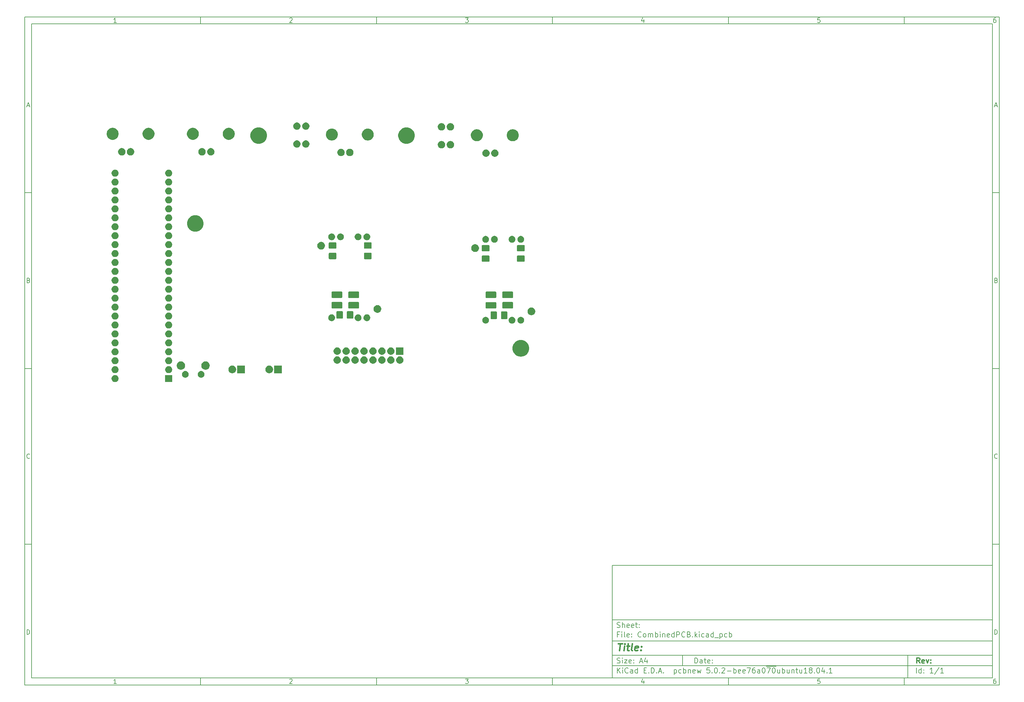
<source format=gbs>
G04 #@! TF.GenerationSoftware,KiCad,Pcbnew,5.0.2-bee76a0~70~ubuntu18.04.1*
G04 #@! TF.CreationDate,2019-02-25T13:51:23+02:00*
G04 #@! TF.ProjectId,CombinedPCB,436f6d62-696e-4656-9450-43422e6b6963,rev?*
G04 #@! TF.SameCoordinates,Original*
G04 #@! TF.FileFunction,Soldermask,Bot*
G04 #@! TF.FilePolarity,Negative*
%FSLAX46Y46*%
G04 Gerber Fmt 4.6, Leading zero omitted, Abs format (unit mm)*
G04 Created by KiCad (PCBNEW 5.0.2-bee76a0~70~ubuntu18.04.1) date Mon Feb 25 13:51:23 2019*
%MOMM*%
%LPD*%
G01*
G04 APERTURE LIST*
%ADD10C,0.100000*%
%ADD11C,0.150000*%
%ADD12C,0.300000*%
%ADD13C,0.400000*%
G04 APERTURE END LIST*
D10*
D11*
X177002200Y-166007200D02*
X177002200Y-198007200D01*
X285002200Y-198007200D01*
X285002200Y-166007200D01*
X177002200Y-166007200D01*
D10*
D11*
X10000000Y-10000000D02*
X10000000Y-200007200D01*
X287002200Y-200007200D01*
X287002200Y-10000000D01*
X10000000Y-10000000D01*
D10*
D11*
X12000000Y-12000000D02*
X12000000Y-198007200D01*
X285002200Y-198007200D01*
X285002200Y-12000000D01*
X12000000Y-12000000D01*
D10*
D11*
X60000000Y-12000000D02*
X60000000Y-10000000D01*
D10*
D11*
X110000000Y-12000000D02*
X110000000Y-10000000D01*
D10*
D11*
X160000000Y-12000000D02*
X160000000Y-10000000D01*
D10*
D11*
X210000000Y-12000000D02*
X210000000Y-10000000D01*
D10*
D11*
X260000000Y-12000000D02*
X260000000Y-10000000D01*
D10*
D11*
X36065476Y-11588095D02*
X35322619Y-11588095D01*
X35694047Y-11588095D02*
X35694047Y-10288095D01*
X35570238Y-10473809D01*
X35446428Y-10597619D01*
X35322619Y-10659523D01*
D10*
D11*
X85322619Y-10411904D02*
X85384523Y-10350000D01*
X85508333Y-10288095D01*
X85817857Y-10288095D01*
X85941666Y-10350000D01*
X86003571Y-10411904D01*
X86065476Y-10535714D01*
X86065476Y-10659523D01*
X86003571Y-10845238D01*
X85260714Y-11588095D01*
X86065476Y-11588095D01*
D10*
D11*
X135260714Y-10288095D02*
X136065476Y-10288095D01*
X135632142Y-10783333D01*
X135817857Y-10783333D01*
X135941666Y-10845238D01*
X136003571Y-10907142D01*
X136065476Y-11030952D01*
X136065476Y-11340476D01*
X136003571Y-11464285D01*
X135941666Y-11526190D01*
X135817857Y-11588095D01*
X135446428Y-11588095D01*
X135322619Y-11526190D01*
X135260714Y-11464285D01*
D10*
D11*
X185941666Y-10721428D02*
X185941666Y-11588095D01*
X185632142Y-10226190D02*
X185322619Y-11154761D01*
X186127380Y-11154761D01*
D10*
D11*
X236003571Y-10288095D02*
X235384523Y-10288095D01*
X235322619Y-10907142D01*
X235384523Y-10845238D01*
X235508333Y-10783333D01*
X235817857Y-10783333D01*
X235941666Y-10845238D01*
X236003571Y-10907142D01*
X236065476Y-11030952D01*
X236065476Y-11340476D01*
X236003571Y-11464285D01*
X235941666Y-11526190D01*
X235817857Y-11588095D01*
X235508333Y-11588095D01*
X235384523Y-11526190D01*
X235322619Y-11464285D01*
D10*
D11*
X285941666Y-10288095D02*
X285694047Y-10288095D01*
X285570238Y-10350000D01*
X285508333Y-10411904D01*
X285384523Y-10597619D01*
X285322619Y-10845238D01*
X285322619Y-11340476D01*
X285384523Y-11464285D01*
X285446428Y-11526190D01*
X285570238Y-11588095D01*
X285817857Y-11588095D01*
X285941666Y-11526190D01*
X286003571Y-11464285D01*
X286065476Y-11340476D01*
X286065476Y-11030952D01*
X286003571Y-10907142D01*
X285941666Y-10845238D01*
X285817857Y-10783333D01*
X285570238Y-10783333D01*
X285446428Y-10845238D01*
X285384523Y-10907142D01*
X285322619Y-11030952D01*
D10*
D11*
X60000000Y-198007200D02*
X60000000Y-200007200D01*
D10*
D11*
X110000000Y-198007200D02*
X110000000Y-200007200D01*
D10*
D11*
X160000000Y-198007200D02*
X160000000Y-200007200D01*
D10*
D11*
X210000000Y-198007200D02*
X210000000Y-200007200D01*
D10*
D11*
X260000000Y-198007200D02*
X260000000Y-200007200D01*
D10*
D11*
X36065476Y-199595295D02*
X35322619Y-199595295D01*
X35694047Y-199595295D02*
X35694047Y-198295295D01*
X35570238Y-198481009D01*
X35446428Y-198604819D01*
X35322619Y-198666723D01*
D10*
D11*
X85322619Y-198419104D02*
X85384523Y-198357200D01*
X85508333Y-198295295D01*
X85817857Y-198295295D01*
X85941666Y-198357200D01*
X86003571Y-198419104D01*
X86065476Y-198542914D01*
X86065476Y-198666723D01*
X86003571Y-198852438D01*
X85260714Y-199595295D01*
X86065476Y-199595295D01*
D10*
D11*
X135260714Y-198295295D02*
X136065476Y-198295295D01*
X135632142Y-198790533D01*
X135817857Y-198790533D01*
X135941666Y-198852438D01*
X136003571Y-198914342D01*
X136065476Y-199038152D01*
X136065476Y-199347676D01*
X136003571Y-199471485D01*
X135941666Y-199533390D01*
X135817857Y-199595295D01*
X135446428Y-199595295D01*
X135322619Y-199533390D01*
X135260714Y-199471485D01*
D10*
D11*
X185941666Y-198728628D02*
X185941666Y-199595295D01*
X185632142Y-198233390D02*
X185322619Y-199161961D01*
X186127380Y-199161961D01*
D10*
D11*
X236003571Y-198295295D02*
X235384523Y-198295295D01*
X235322619Y-198914342D01*
X235384523Y-198852438D01*
X235508333Y-198790533D01*
X235817857Y-198790533D01*
X235941666Y-198852438D01*
X236003571Y-198914342D01*
X236065476Y-199038152D01*
X236065476Y-199347676D01*
X236003571Y-199471485D01*
X235941666Y-199533390D01*
X235817857Y-199595295D01*
X235508333Y-199595295D01*
X235384523Y-199533390D01*
X235322619Y-199471485D01*
D10*
D11*
X285941666Y-198295295D02*
X285694047Y-198295295D01*
X285570238Y-198357200D01*
X285508333Y-198419104D01*
X285384523Y-198604819D01*
X285322619Y-198852438D01*
X285322619Y-199347676D01*
X285384523Y-199471485D01*
X285446428Y-199533390D01*
X285570238Y-199595295D01*
X285817857Y-199595295D01*
X285941666Y-199533390D01*
X286003571Y-199471485D01*
X286065476Y-199347676D01*
X286065476Y-199038152D01*
X286003571Y-198914342D01*
X285941666Y-198852438D01*
X285817857Y-198790533D01*
X285570238Y-198790533D01*
X285446428Y-198852438D01*
X285384523Y-198914342D01*
X285322619Y-199038152D01*
D10*
D11*
X10000000Y-60000000D02*
X12000000Y-60000000D01*
D10*
D11*
X10000000Y-110000000D02*
X12000000Y-110000000D01*
D10*
D11*
X10000000Y-160000000D02*
X12000000Y-160000000D01*
D10*
D11*
X10690476Y-35216666D02*
X11309523Y-35216666D01*
X10566666Y-35588095D02*
X11000000Y-34288095D01*
X11433333Y-35588095D01*
D10*
D11*
X11092857Y-84907142D02*
X11278571Y-84969047D01*
X11340476Y-85030952D01*
X11402380Y-85154761D01*
X11402380Y-85340476D01*
X11340476Y-85464285D01*
X11278571Y-85526190D01*
X11154761Y-85588095D01*
X10659523Y-85588095D01*
X10659523Y-84288095D01*
X11092857Y-84288095D01*
X11216666Y-84350000D01*
X11278571Y-84411904D01*
X11340476Y-84535714D01*
X11340476Y-84659523D01*
X11278571Y-84783333D01*
X11216666Y-84845238D01*
X11092857Y-84907142D01*
X10659523Y-84907142D01*
D10*
D11*
X11402380Y-135464285D02*
X11340476Y-135526190D01*
X11154761Y-135588095D01*
X11030952Y-135588095D01*
X10845238Y-135526190D01*
X10721428Y-135402380D01*
X10659523Y-135278571D01*
X10597619Y-135030952D01*
X10597619Y-134845238D01*
X10659523Y-134597619D01*
X10721428Y-134473809D01*
X10845238Y-134350000D01*
X11030952Y-134288095D01*
X11154761Y-134288095D01*
X11340476Y-134350000D01*
X11402380Y-134411904D01*
D10*
D11*
X10659523Y-185588095D02*
X10659523Y-184288095D01*
X10969047Y-184288095D01*
X11154761Y-184350000D01*
X11278571Y-184473809D01*
X11340476Y-184597619D01*
X11402380Y-184845238D01*
X11402380Y-185030952D01*
X11340476Y-185278571D01*
X11278571Y-185402380D01*
X11154761Y-185526190D01*
X10969047Y-185588095D01*
X10659523Y-185588095D01*
D10*
D11*
X287002200Y-60000000D02*
X285002200Y-60000000D01*
D10*
D11*
X287002200Y-110000000D02*
X285002200Y-110000000D01*
D10*
D11*
X287002200Y-160000000D02*
X285002200Y-160000000D01*
D10*
D11*
X285692676Y-35216666D02*
X286311723Y-35216666D01*
X285568866Y-35588095D02*
X286002200Y-34288095D01*
X286435533Y-35588095D01*
D10*
D11*
X286095057Y-84907142D02*
X286280771Y-84969047D01*
X286342676Y-85030952D01*
X286404580Y-85154761D01*
X286404580Y-85340476D01*
X286342676Y-85464285D01*
X286280771Y-85526190D01*
X286156961Y-85588095D01*
X285661723Y-85588095D01*
X285661723Y-84288095D01*
X286095057Y-84288095D01*
X286218866Y-84350000D01*
X286280771Y-84411904D01*
X286342676Y-84535714D01*
X286342676Y-84659523D01*
X286280771Y-84783333D01*
X286218866Y-84845238D01*
X286095057Y-84907142D01*
X285661723Y-84907142D01*
D10*
D11*
X286404580Y-135464285D02*
X286342676Y-135526190D01*
X286156961Y-135588095D01*
X286033152Y-135588095D01*
X285847438Y-135526190D01*
X285723628Y-135402380D01*
X285661723Y-135278571D01*
X285599819Y-135030952D01*
X285599819Y-134845238D01*
X285661723Y-134597619D01*
X285723628Y-134473809D01*
X285847438Y-134350000D01*
X286033152Y-134288095D01*
X286156961Y-134288095D01*
X286342676Y-134350000D01*
X286404580Y-134411904D01*
D10*
D11*
X285661723Y-185588095D02*
X285661723Y-184288095D01*
X285971247Y-184288095D01*
X286156961Y-184350000D01*
X286280771Y-184473809D01*
X286342676Y-184597619D01*
X286404580Y-184845238D01*
X286404580Y-185030952D01*
X286342676Y-185278571D01*
X286280771Y-185402380D01*
X286156961Y-185526190D01*
X285971247Y-185588095D01*
X285661723Y-185588095D01*
D10*
D11*
X200434342Y-193785771D02*
X200434342Y-192285771D01*
X200791485Y-192285771D01*
X201005771Y-192357200D01*
X201148628Y-192500057D01*
X201220057Y-192642914D01*
X201291485Y-192928628D01*
X201291485Y-193142914D01*
X201220057Y-193428628D01*
X201148628Y-193571485D01*
X201005771Y-193714342D01*
X200791485Y-193785771D01*
X200434342Y-193785771D01*
X202577200Y-193785771D02*
X202577200Y-193000057D01*
X202505771Y-192857200D01*
X202362914Y-192785771D01*
X202077200Y-192785771D01*
X201934342Y-192857200D01*
X202577200Y-193714342D02*
X202434342Y-193785771D01*
X202077200Y-193785771D01*
X201934342Y-193714342D01*
X201862914Y-193571485D01*
X201862914Y-193428628D01*
X201934342Y-193285771D01*
X202077200Y-193214342D01*
X202434342Y-193214342D01*
X202577200Y-193142914D01*
X203077200Y-192785771D02*
X203648628Y-192785771D01*
X203291485Y-192285771D02*
X203291485Y-193571485D01*
X203362914Y-193714342D01*
X203505771Y-193785771D01*
X203648628Y-193785771D01*
X204720057Y-193714342D02*
X204577200Y-193785771D01*
X204291485Y-193785771D01*
X204148628Y-193714342D01*
X204077200Y-193571485D01*
X204077200Y-193000057D01*
X204148628Y-192857200D01*
X204291485Y-192785771D01*
X204577200Y-192785771D01*
X204720057Y-192857200D01*
X204791485Y-193000057D01*
X204791485Y-193142914D01*
X204077200Y-193285771D01*
X205434342Y-193642914D02*
X205505771Y-193714342D01*
X205434342Y-193785771D01*
X205362914Y-193714342D01*
X205434342Y-193642914D01*
X205434342Y-193785771D01*
X205434342Y-192857200D02*
X205505771Y-192928628D01*
X205434342Y-193000057D01*
X205362914Y-192928628D01*
X205434342Y-192857200D01*
X205434342Y-193000057D01*
D10*
D11*
X177002200Y-194507200D02*
X285002200Y-194507200D01*
D10*
D11*
X178434342Y-196585771D02*
X178434342Y-195085771D01*
X179291485Y-196585771D02*
X178648628Y-195728628D01*
X179291485Y-195085771D02*
X178434342Y-195942914D01*
X179934342Y-196585771D02*
X179934342Y-195585771D01*
X179934342Y-195085771D02*
X179862914Y-195157200D01*
X179934342Y-195228628D01*
X180005771Y-195157200D01*
X179934342Y-195085771D01*
X179934342Y-195228628D01*
X181505771Y-196442914D02*
X181434342Y-196514342D01*
X181220057Y-196585771D01*
X181077200Y-196585771D01*
X180862914Y-196514342D01*
X180720057Y-196371485D01*
X180648628Y-196228628D01*
X180577200Y-195942914D01*
X180577200Y-195728628D01*
X180648628Y-195442914D01*
X180720057Y-195300057D01*
X180862914Y-195157200D01*
X181077200Y-195085771D01*
X181220057Y-195085771D01*
X181434342Y-195157200D01*
X181505771Y-195228628D01*
X182791485Y-196585771D02*
X182791485Y-195800057D01*
X182720057Y-195657200D01*
X182577200Y-195585771D01*
X182291485Y-195585771D01*
X182148628Y-195657200D01*
X182791485Y-196514342D02*
X182648628Y-196585771D01*
X182291485Y-196585771D01*
X182148628Y-196514342D01*
X182077200Y-196371485D01*
X182077200Y-196228628D01*
X182148628Y-196085771D01*
X182291485Y-196014342D01*
X182648628Y-196014342D01*
X182791485Y-195942914D01*
X184148628Y-196585771D02*
X184148628Y-195085771D01*
X184148628Y-196514342D02*
X184005771Y-196585771D01*
X183720057Y-196585771D01*
X183577200Y-196514342D01*
X183505771Y-196442914D01*
X183434342Y-196300057D01*
X183434342Y-195871485D01*
X183505771Y-195728628D01*
X183577200Y-195657200D01*
X183720057Y-195585771D01*
X184005771Y-195585771D01*
X184148628Y-195657200D01*
X186005771Y-195800057D02*
X186505771Y-195800057D01*
X186720057Y-196585771D02*
X186005771Y-196585771D01*
X186005771Y-195085771D01*
X186720057Y-195085771D01*
X187362914Y-196442914D02*
X187434342Y-196514342D01*
X187362914Y-196585771D01*
X187291485Y-196514342D01*
X187362914Y-196442914D01*
X187362914Y-196585771D01*
X188077200Y-196585771D02*
X188077200Y-195085771D01*
X188434342Y-195085771D01*
X188648628Y-195157200D01*
X188791485Y-195300057D01*
X188862914Y-195442914D01*
X188934342Y-195728628D01*
X188934342Y-195942914D01*
X188862914Y-196228628D01*
X188791485Y-196371485D01*
X188648628Y-196514342D01*
X188434342Y-196585771D01*
X188077200Y-196585771D01*
X189577200Y-196442914D02*
X189648628Y-196514342D01*
X189577200Y-196585771D01*
X189505771Y-196514342D01*
X189577200Y-196442914D01*
X189577200Y-196585771D01*
X190220057Y-196157200D02*
X190934342Y-196157200D01*
X190077200Y-196585771D02*
X190577200Y-195085771D01*
X191077200Y-196585771D01*
X191577200Y-196442914D02*
X191648628Y-196514342D01*
X191577200Y-196585771D01*
X191505771Y-196514342D01*
X191577200Y-196442914D01*
X191577200Y-196585771D01*
X194577200Y-195585771D02*
X194577200Y-197085771D01*
X194577200Y-195657200D02*
X194720057Y-195585771D01*
X195005771Y-195585771D01*
X195148628Y-195657200D01*
X195220057Y-195728628D01*
X195291485Y-195871485D01*
X195291485Y-196300057D01*
X195220057Y-196442914D01*
X195148628Y-196514342D01*
X195005771Y-196585771D01*
X194720057Y-196585771D01*
X194577200Y-196514342D01*
X196577200Y-196514342D02*
X196434342Y-196585771D01*
X196148628Y-196585771D01*
X196005771Y-196514342D01*
X195934342Y-196442914D01*
X195862914Y-196300057D01*
X195862914Y-195871485D01*
X195934342Y-195728628D01*
X196005771Y-195657200D01*
X196148628Y-195585771D01*
X196434342Y-195585771D01*
X196577200Y-195657200D01*
X197220057Y-196585771D02*
X197220057Y-195085771D01*
X197220057Y-195657200D02*
X197362914Y-195585771D01*
X197648628Y-195585771D01*
X197791485Y-195657200D01*
X197862914Y-195728628D01*
X197934342Y-195871485D01*
X197934342Y-196300057D01*
X197862914Y-196442914D01*
X197791485Y-196514342D01*
X197648628Y-196585771D01*
X197362914Y-196585771D01*
X197220057Y-196514342D01*
X198577200Y-195585771D02*
X198577200Y-196585771D01*
X198577200Y-195728628D02*
X198648628Y-195657200D01*
X198791485Y-195585771D01*
X199005771Y-195585771D01*
X199148628Y-195657200D01*
X199220057Y-195800057D01*
X199220057Y-196585771D01*
X200505771Y-196514342D02*
X200362914Y-196585771D01*
X200077200Y-196585771D01*
X199934342Y-196514342D01*
X199862914Y-196371485D01*
X199862914Y-195800057D01*
X199934342Y-195657200D01*
X200077200Y-195585771D01*
X200362914Y-195585771D01*
X200505771Y-195657200D01*
X200577200Y-195800057D01*
X200577200Y-195942914D01*
X199862914Y-196085771D01*
X201077200Y-195585771D02*
X201362914Y-196585771D01*
X201648628Y-195871485D01*
X201934342Y-196585771D01*
X202220057Y-195585771D01*
X204648628Y-195085771D02*
X203934342Y-195085771D01*
X203862914Y-195800057D01*
X203934342Y-195728628D01*
X204077200Y-195657200D01*
X204434342Y-195657200D01*
X204577200Y-195728628D01*
X204648628Y-195800057D01*
X204720057Y-195942914D01*
X204720057Y-196300057D01*
X204648628Y-196442914D01*
X204577200Y-196514342D01*
X204434342Y-196585771D01*
X204077200Y-196585771D01*
X203934342Y-196514342D01*
X203862914Y-196442914D01*
X205362914Y-196442914D02*
X205434342Y-196514342D01*
X205362914Y-196585771D01*
X205291485Y-196514342D01*
X205362914Y-196442914D01*
X205362914Y-196585771D01*
X206362914Y-195085771D02*
X206505771Y-195085771D01*
X206648628Y-195157200D01*
X206720057Y-195228628D01*
X206791485Y-195371485D01*
X206862914Y-195657200D01*
X206862914Y-196014342D01*
X206791485Y-196300057D01*
X206720057Y-196442914D01*
X206648628Y-196514342D01*
X206505771Y-196585771D01*
X206362914Y-196585771D01*
X206220057Y-196514342D01*
X206148628Y-196442914D01*
X206077200Y-196300057D01*
X206005771Y-196014342D01*
X206005771Y-195657200D01*
X206077200Y-195371485D01*
X206148628Y-195228628D01*
X206220057Y-195157200D01*
X206362914Y-195085771D01*
X207505771Y-196442914D02*
X207577200Y-196514342D01*
X207505771Y-196585771D01*
X207434342Y-196514342D01*
X207505771Y-196442914D01*
X207505771Y-196585771D01*
X208148628Y-195228628D02*
X208220057Y-195157200D01*
X208362914Y-195085771D01*
X208720057Y-195085771D01*
X208862914Y-195157200D01*
X208934342Y-195228628D01*
X209005771Y-195371485D01*
X209005771Y-195514342D01*
X208934342Y-195728628D01*
X208077200Y-196585771D01*
X209005771Y-196585771D01*
X209648628Y-196014342D02*
X210791485Y-196014342D01*
X211505771Y-196585771D02*
X211505771Y-195085771D01*
X211505771Y-195657200D02*
X211648628Y-195585771D01*
X211934342Y-195585771D01*
X212077200Y-195657200D01*
X212148628Y-195728628D01*
X212220057Y-195871485D01*
X212220057Y-196300057D01*
X212148628Y-196442914D01*
X212077200Y-196514342D01*
X211934342Y-196585771D01*
X211648628Y-196585771D01*
X211505771Y-196514342D01*
X213434342Y-196514342D02*
X213291485Y-196585771D01*
X213005771Y-196585771D01*
X212862914Y-196514342D01*
X212791485Y-196371485D01*
X212791485Y-195800057D01*
X212862914Y-195657200D01*
X213005771Y-195585771D01*
X213291485Y-195585771D01*
X213434342Y-195657200D01*
X213505771Y-195800057D01*
X213505771Y-195942914D01*
X212791485Y-196085771D01*
X214720057Y-196514342D02*
X214577200Y-196585771D01*
X214291485Y-196585771D01*
X214148628Y-196514342D01*
X214077200Y-196371485D01*
X214077200Y-195800057D01*
X214148628Y-195657200D01*
X214291485Y-195585771D01*
X214577200Y-195585771D01*
X214720057Y-195657200D01*
X214791485Y-195800057D01*
X214791485Y-195942914D01*
X214077200Y-196085771D01*
X215291485Y-195085771D02*
X216291485Y-195085771D01*
X215648628Y-196585771D01*
X217505771Y-195085771D02*
X217220057Y-195085771D01*
X217077200Y-195157200D01*
X217005771Y-195228628D01*
X216862914Y-195442914D01*
X216791485Y-195728628D01*
X216791485Y-196300057D01*
X216862914Y-196442914D01*
X216934342Y-196514342D01*
X217077200Y-196585771D01*
X217362914Y-196585771D01*
X217505771Y-196514342D01*
X217577200Y-196442914D01*
X217648628Y-196300057D01*
X217648628Y-195942914D01*
X217577200Y-195800057D01*
X217505771Y-195728628D01*
X217362914Y-195657200D01*
X217077200Y-195657200D01*
X216934342Y-195728628D01*
X216862914Y-195800057D01*
X216791485Y-195942914D01*
X218934342Y-196585771D02*
X218934342Y-195800057D01*
X218862914Y-195657200D01*
X218720057Y-195585771D01*
X218434342Y-195585771D01*
X218291485Y-195657200D01*
X218934342Y-196514342D02*
X218791485Y-196585771D01*
X218434342Y-196585771D01*
X218291485Y-196514342D01*
X218220057Y-196371485D01*
X218220057Y-196228628D01*
X218291485Y-196085771D01*
X218434342Y-196014342D01*
X218791485Y-196014342D01*
X218934342Y-195942914D01*
X219934342Y-195085771D02*
X220077200Y-195085771D01*
X220220057Y-195157200D01*
X220291485Y-195228628D01*
X220362914Y-195371485D01*
X220434342Y-195657200D01*
X220434342Y-196014342D01*
X220362914Y-196300057D01*
X220291485Y-196442914D01*
X220220057Y-196514342D01*
X220077200Y-196585771D01*
X219934342Y-196585771D01*
X219791485Y-196514342D01*
X219720057Y-196442914D01*
X219648628Y-196300057D01*
X219577200Y-196014342D01*
X219577200Y-195657200D01*
X219648628Y-195371485D01*
X219720057Y-195228628D01*
X219791485Y-195157200D01*
X219934342Y-195085771D01*
X220720057Y-194677200D02*
X222148628Y-194677200D01*
X220934342Y-195085771D02*
X221934342Y-195085771D01*
X221291485Y-196585771D01*
X222148628Y-194677200D02*
X223577200Y-194677200D01*
X222791485Y-195085771D02*
X222934342Y-195085771D01*
X223077200Y-195157200D01*
X223148628Y-195228628D01*
X223220057Y-195371485D01*
X223291485Y-195657200D01*
X223291485Y-196014342D01*
X223220057Y-196300057D01*
X223148628Y-196442914D01*
X223077200Y-196514342D01*
X222934342Y-196585771D01*
X222791485Y-196585771D01*
X222648628Y-196514342D01*
X222577200Y-196442914D01*
X222505771Y-196300057D01*
X222434342Y-196014342D01*
X222434342Y-195657200D01*
X222505771Y-195371485D01*
X222577200Y-195228628D01*
X222648628Y-195157200D01*
X222791485Y-195085771D01*
X224577200Y-195585771D02*
X224577200Y-196585771D01*
X223934342Y-195585771D02*
X223934342Y-196371485D01*
X224005771Y-196514342D01*
X224148628Y-196585771D01*
X224362914Y-196585771D01*
X224505771Y-196514342D01*
X224577200Y-196442914D01*
X225291485Y-196585771D02*
X225291485Y-195085771D01*
X225291485Y-195657200D02*
X225434342Y-195585771D01*
X225720057Y-195585771D01*
X225862914Y-195657200D01*
X225934342Y-195728628D01*
X226005771Y-195871485D01*
X226005771Y-196300057D01*
X225934342Y-196442914D01*
X225862914Y-196514342D01*
X225720057Y-196585771D01*
X225434342Y-196585771D01*
X225291485Y-196514342D01*
X227291485Y-195585771D02*
X227291485Y-196585771D01*
X226648628Y-195585771D02*
X226648628Y-196371485D01*
X226720057Y-196514342D01*
X226862914Y-196585771D01*
X227077200Y-196585771D01*
X227220057Y-196514342D01*
X227291485Y-196442914D01*
X228005771Y-195585771D02*
X228005771Y-196585771D01*
X228005771Y-195728628D02*
X228077200Y-195657200D01*
X228220057Y-195585771D01*
X228434342Y-195585771D01*
X228577200Y-195657200D01*
X228648628Y-195800057D01*
X228648628Y-196585771D01*
X229148628Y-195585771D02*
X229720057Y-195585771D01*
X229362914Y-195085771D02*
X229362914Y-196371485D01*
X229434342Y-196514342D01*
X229577200Y-196585771D01*
X229720057Y-196585771D01*
X230862914Y-195585771D02*
X230862914Y-196585771D01*
X230220057Y-195585771D02*
X230220057Y-196371485D01*
X230291485Y-196514342D01*
X230434342Y-196585771D01*
X230648628Y-196585771D01*
X230791485Y-196514342D01*
X230862914Y-196442914D01*
X232362914Y-196585771D02*
X231505771Y-196585771D01*
X231934342Y-196585771D02*
X231934342Y-195085771D01*
X231791485Y-195300057D01*
X231648628Y-195442914D01*
X231505771Y-195514342D01*
X233220057Y-195728628D02*
X233077200Y-195657200D01*
X233005771Y-195585771D01*
X232934342Y-195442914D01*
X232934342Y-195371485D01*
X233005771Y-195228628D01*
X233077200Y-195157200D01*
X233220057Y-195085771D01*
X233505771Y-195085771D01*
X233648628Y-195157200D01*
X233720057Y-195228628D01*
X233791485Y-195371485D01*
X233791485Y-195442914D01*
X233720057Y-195585771D01*
X233648628Y-195657200D01*
X233505771Y-195728628D01*
X233220057Y-195728628D01*
X233077200Y-195800057D01*
X233005771Y-195871485D01*
X232934342Y-196014342D01*
X232934342Y-196300057D01*
X233005771Y-196442914D01*
X233077200Y-196514342D01*
X233220057Y-196585771D01*
X233505771Y-196585771D01*
X233648628Y-196514342D01*
X233720057Y-196442914D01*
X233791485Y-196300057D01*
X233791485Y-196014342D01*
X233720057Y-195871485D01*
X233648628Y-195800057D01*
X233505771Y-195728628D01*
X234434342Y-196442914D02*
X234505771Y-196514342D01*
X234434342Y-196585771D01*
X234362914Y-196514342D01*
X234434342Y-196442914D01*
X234434342Y-196585771D01*
X235434342Y-195085771D02*
X235577200Y-195085771D01*
X235720057Y-195157200D01*
X235791485Y-195228628D01*
X235862914Y-195371485D01*
X235934342Y-195657200D01*
X235934342Y-196014342D01*
X235862914Y-196300057D01*
X235791485Y-196442914D01*
X235720057Y-196514342D01*
X235577200Y-196585771D01*
X235434342Y-196585771D01*
X235291485Y-196514342D01*
X235220057Y-196442914D01*
X235148628Y-196300057D01*
X235077200Y-196014342D01*
X235077200Y-195657200D01*
X235148628Y-195371485D01*
X235220057Y-195228628D01*
X235291485Y-195157200D01*
X235434342Y-195085771D01*
X237220057Y-195585771D02*
X237220057Y-196585771D01*
X236862914Y-195014342D02*
X236505771Y-196085771D01*
X237434342Y-196085771D01*
X238005771Y-196442914D02*
X238077199Y-196514342D01*
X238005771Y-196585771D01*
X237934342Y-196514342D01*
X238005771Y-196442914D01*
X238005771Y-196585771D01*
X239505771Y-196585771D02*
X238648628Y-196585771D01*
X239077200Y-196585771D02*
X239077200Y-195085771D01*
X238934342Y-195300057D01*
X238791485Y-195442914D01*
X238648628Y-195514342D01*
D10*
D11*
X177002200Y-191507200D02*
X285002200Y-191507200D01*
D10*
D12*
X264411485Y-193785771D02*
X263911485Y-193071485D01*
X263554342Y-193785771D02*
X263554342Y-192285771D01*
X264125771Y-192285771D01*
X264268628Y-192357200D01*
X264340057Y-192428628D01*
X264411485Y-192571485D01*
X264411485Y-192785771D01*
X264340057Y-192928628D01*
X264268628Y-193000057D01*
X264125771Y-193071485D01*
X263554342Y-193071485D01*
X265625771Y-193714342D02*
X265482914Y-193785771D01*
X265197200Y-193785771D01*
X265054342Y-193714342D01*
X264982914Y-193571485D01*
X264982914Y-193000057D01*
X265054342Y-192857200D01*
X265197200Y-192785771D01*
X265482914Y-192785771D01*
X265625771Y-192857200D01*
X265697200Y-193000057D01*
X265697200Y-193142914D01*
X264982914Y-193285771D01*
X266197200Y-192785771D02*
X266554342Y-193785771D01*
X266911485Y-192785771D01*
X267482914Y-193642914D02*
X267554342Y-193714342D01*
X267482914Y-193785771D01*
X267411485Y-193714342D01*
X267482914Y-193642914D01*
X267482914Y-193785771D01*
X267482914Y-192857200D02*
X267554342Y-192928628D01*
X267482914Y-193000057D01*
X267411485Y-192928628D01*
X267482914Y-192857200D01*
X267482914Y-193000057D01*
D10*
D11*
X178362914Y-193714342D02*
X178577200Y-193785771D01*
X178934342Y-193785771D01*
X179077200Y-193714342D01*
X179148628Y-193642914D01*
X179220057Y-193500057D01*
X179220057Y-193357200D01*
X179148628Y-193214342D01*
X179077200Y-193142914D01*
X178934342Y-193071485D01*
X178648628Y-193000057D01*
X178505771Y-192928628D01*
X178434342Y-192857200D01*
X178362914Y-192714342D01*
X178362914Y-192571485D01*
X178434342Y-192428628D01*
X178505771Y-192357200D01*
X178648628Y-192285771D01*
X179005771Y-192285771D01*
X179220057Y-192357200D01*
X179862914Y-193785771D02*
X179862914Y-192785771D01*
X179862914Y-192285771D02*
X179791485Y-192357200D01*
X179862914Y-192428628D01*
X179934342Y-192357200D01*
X179862914Y-192285771D01*
X179862914Y-192428628D01*
X180434342Y-192785771D02*
X181220057Y-192785771D01*
X180434342Y-193785771D01*
X181220057Y-193785771D01*
X182362914Y-193714342D02*
X182220057Y-193785771D01*
X181934342Y-193785771D01*
X181791485Y-193714342D01*
X181720057Y-193571485D01*
X181720057Y-193000057D01*
X181791485Y-192857200D01*
X181934342Y-192785771D01*
X182220057Y-192785771D01*
X182362914Y-192857200D01*
X182434342Y-193000057D01*
X182434342Y-193142914D01*
X181720057Y-193285771D01*
X183077200Y-193642914D02*
X183148628Y-193714342D01*
X183077200Y-193785771D01*
X183005771Y-193714342D01*
X183077200Y-193642914D01*
X183077200Y-193785771D01*
X183077200Y-192857200D02*
X183148628Y-192928628D01*
X183077200Y-193000057D01*
X183005771Y-192928628D01*
X183077200Y-192857200D01*
X183077200Y-193000057D01*
X184862914Y-193357200D02*
X185577200Y-193357200D01*
X184720057Y-193785771D02*
X185220057Y-192285771D01*
X185720057Y-193785771D01*
X186862914Y-192785771D02*
X186862914Y-193785771D01*
X186505771Y-192214342D02*
X186148628Y-193285771D01*
X187077200Y-193285771D01*
D10*
D11*
X263434342Y-196585771D02*
X263434342Y-195085771D01*
X264791485Y-196585771D02*
X264791485Y-195085771D01*
X264791485Y-196514342D02*
X264648628Y-196585771D01*
X264362914Y-196585771D01*
X264220057Y-196514342D01*
X264148628Y-196442914D01*
X264077200Y-196300057D01*
X264077200Y-195871485D01*
X264148628Y-195728628D01*
X264220057Y-195657200D01*
X264362914Y-195585771D01*
X264648628Y-195585771D01*
X264791485Y-195657200D01*
X265505771Y-196442914D02*
X265577200Y-196514342D01*
X265505771Y-196585771D01*
X265434342Y-196514342D01*
X265505771Y-196442914D01*
X265505771Y-196585771D01*
X265505771Y-195657200D02*
X265577200Y-195728628D01*
X265505771Y-195800057D01*
X265434342Y-195728628D01*
X265505771Y-195657200D01*
X265505771Y-195800057D01*
X268148628Y-196585771D02*
X267291485Y-196585771D01*
X267720057Y-196585771D02*
X267720057Y-195085771D01*
X267577200Y-195300057D01*
X267434342Y-195442914D01*
X267291485Y-195514342D01*
X269862914Y-195014342D02*
X268577200Y-196942914D01*
X271148628Y-196585771D02*
X270291485Y-196585771D01*
X270720057Y-196585771D02*
X270720057Y-195085771D01*
X270577200Y-195300057D01*
X270434342Y-195442914D01*
X270291485Y-195514342D01*
D10*
D11*
X177002200Y-187507200D02*
X285002200Y-187507200D01*
D10*
D13*
X178714580Y-188211961D02*
X179857438Y-188211961D01*
X179036009Y-190211961D02*
X179286009Y-188211961D01*
X180274104Y-190211961D02*
X180440771Y-188878628D01*
X180524104Y-188211961D02*
X180416961Y-188307200D01*
X180500295Y-188402438D01*
X180607438Y-188307200D01*
X180524104Y-188211961D01*
X180500295Y-188402438D01*
X181107438Y-188878628D02*
X181869342Y-188878628D01*
X181476485Y-188211961D02*
X181262200Y-189926247D01*
X181333628Y-190116723D01*
X181512200Y-190211961D01*
X181702676Y-190211961D01*
X182655057Y-190211961D02*
X182476485Y-190116723D01*
X182405057Y-189926247D01*
X182619342Y-188211961D01*
X184190771Y-190116723D02*
X183988390Y-190211961D01*
X183607438Y-190211961D01*
X183428866Y-190116723D01*
X183357438Y-189926247D01*
X183452676Y-189164342D01*
X183571723Y-188973866D01*
X183774104Y-188878628D01*
X184155057Y-188878628D01*
X184333628Y-188973866D01*
X184405057Y-189164342D01*
X184381247Y-189354819D01*
X183405057Y-189545295D01*
X185155057Y-190021485D02*
X185238390Y-190116723D01*
X185131247Y-190211961D01*
X185047914Y-190116723D01*
X185155057Y-190021485D01*
X185131247Y-190211961D01*
X185286009Y-188973866D02*
X185369342Y-189069104D01*
X185262200Y-189164342D01*
X185178866Y-189069104D01*
X185286009Y-188973866D01*
X185262200Y-189164342D01*
D10*
D11*
X178934342Y-185600057D02*
X178434342Y-185600057D01*
X178434342Y-186385771D02*
X178434342Y-184885771D01*
X179148628Y-184885771D01*
X179720057Y-186385771D02*
X179720057Y-185385771D01*
X179720057Y-184885771D02*
X179648628Y-184957200D01*
X179720057Y-185028628D01*
X179791485Y-184957200D01*
X179720057Y-184885771D01*
X179720057Y-185028628D01*
X180648628Y-186385771D02*
X180505771Y-186314342D01*
X180434342Y-186171485D01*
X180434342Y-184885771D01*
X181791485Y-186314342D02*
X181648628Y-186385771D01*
X181362914Y-186385771D01*
X181220057Y-186314342D01*
X181148628Y-186171485D01*
X181148628Y-185600057D01*
X181220057Y-185457200D01*
X181362914Y-185385771D01*
X181648628Y-185385771D01*
X181791485Y-185457200D01*
X181862914Y-185600057D01*
X181862914Y-185742914D01*
X181148628Y-185885771D01*
X182505771Y-186242914D02*
X182577200Y-186314342D01*
X182505771Y-186385771D01*
X182434342Y-186314342D01*
X182505771Y-186242914D01*
X182505771Y-186385771D01*
X182505771Y-185457200D02*
X182577200Y-185528628D01*
X182505771Y-185600057D01*
X182434342Y-185528628D01*
X182505771Y-185457200D01*
X182505771Y-185600057D01*
X185220057Y-186242914D02*
X185148628Y-186314342D01*
X184934342Y-186385771D01*
X184791485Y-186385771D01*
X184577200Y-186314342D01*
X184434342Y-186171485D01*
X184362914Y-186028628D01*
X184291485Y-185742914D01*
X184291485Y-185528628D01*
X184362914Y-185242914D01*
X184434342Y-185100057D01*
X184577200Y-184957200D01*
X184791485Y-184885771D01*
X184934342Y-184885771D01*
X185148628Y-184957200D01*
X185220057Y-185028628D01*
X186077200Y-186385771D02*
X185934342Y-186314342D01*
X185862914Y-186242914D01*
X185791485Y-186100057D01*
X185791485Y-185671485D01*
X185862914Y-185528628D01*
X185934342Y-185457200D01*
X186077200Y-185385771D01*
X186291485Y-185385771D01*
X186434342Y-185457200D01*
X186505771Y-185528628D01*
X186577200Y-185671485D01*
X186577200Y-186100057D01*
X186505771Y-186242914D01*
X186434342Y-186314342D01*
X186291485Y-186385771D01*
X186077200Y-186385771D01*
X187220057Y-186385771D02*
X187220057Y-185385771D01*
X187220057Y-185528628D02*
X187291485Y-185457200D01*
X187434342Y-185385771D01*
X187648628Y-185385771D01*
X187791485Y-185457200D01*
X187862914Y-185600057D01*
X187862914Y-186385771D01*
X187862914Y-185600057D02*
X187934342Y-185457200D01*
X188077200Y-185385771D01*
X188291485Y-185385771D01*
X188434342Y-185457200D01*
X188505771Y-185600057D01*
X188505771Y-186385771D01*
X189220057Y-186385771D02*
X189220057Y-184885771D01*
X189220057Y-185457200D02*
X189362914Y-185385771D01*
X189648628Y-185385771D01*
X189791485Y-185457200D01*
X189862914Y-185528628D01*
X189934342Y-185671485D01*
X189934342Y-186100057D01*
X189862914Y-186242914D01*
X189791485Y-186314342D01*
X189648628Y-186385771D01*
X189362914Y-186385771D01*
X189220057Y-186314342D01*
X190577200Y-186385771D02*
X190577200Y-185385771D01*
X190577200Y-184885771D02*
X190505771Y-184957200D01*
X190577200Y-185028628D01*
X190648628Y-184957200D01*
X190577200Y-184885771D01*
X190577200Y-185028628D01*
X191291485Y-185385771D02*
X191291485Y-186385771D01*
X191291485Y-185528628D02*
X191362914Y-185457200D01*
X191505771Y-185385771D01*
X191720057Y-185385771D01*
X191862914Y-185457200D01*
X191934342Y-185600057D01*
X191934342Y-186385771D01*
X193220057Y-186314342D02*
X193077200Y-186385771D01*
X192791485Y-186385771D01*
X192648628Y-186314342D01*
X192577200Y-186171485D01*
X192577200Y-185600057D01*
X192648628Y-185457200D01*
X192791485Y-185385771D01*
X193077200Y-185385771D01*
X193220057Y-185457200D01*
X193291485Y-185600057D01*
X193291485Y-185742914D01*
X192577200Y-185885771D01*
X194577200Y-186385771D02*
X194577200Y-184885771D01*
X194577200Y-186314342D02*
X194434342Y-186385771D01*
X194148628Y-186385771D01*
X194005771Y-186314342D01*
X193934342Y-186242914D01*
X193862914Y-186100057D01*
X193862914Y-185671485D01*
X193934342Y-185528628D01*
X194005771Y-185457200D01*
X194148628Y-185385771D01*
X194434342Y-185385771D01*
X194577200Y-185457200D01*
X195291485Y-186385771D02*
X195291485Y-184885771D01*
X195862914Y-184885771D01*
X196005771Y-184957200D01*
X196077200Y-185028628D01*
X196148628Y-185171485D01*
X196148628Y-185385771D01*
X196077200Y-185528628D01*
X196005771Y-185600057D01*
X195862914Y-185671485D01*
X195291485Y-185671485D01*
X197648628Y-186242914D02*
X197577200Y-186314342D01*
X197362914Y-186385771D01*
X197220057Y-186385771D01*
X197005771Y-186314342D01*
X196862914Y-186171485D01*
X196791485Y-186028628D01*
X196720057Y-185742914D01*
X196720057Y-185528628D01*
X196791485Y-185242914D01*
X196862914Y-185100057D01*
X197005771Y-184957200D01*
X197220057Y-184885771D01*
X197362914Y-184885771D01*
X197577200Y-184957200D01*
X197648628Y-185028628D01*
X198791485Y-185600057D02*
X199005771Y-185671485D01*
X199077200Y-185742914D01*
X199148628Y-185885771D01*
X199148628Y-186100057D01*
X199077200Y-186242914D01*
X199005771Y-186314342D01*
X198862914Y-186385771D01*
X198291485Y-186385771D01*
X198291485Y-184885771D01*
X198791485Y-184885771D01*
X198934342Y-184957200D01*
X199005771Y-185028628D01*
X199077200Y-185171485D01*
X199077200Y-185314342D01*
X199005771Y-185457200D01*
X198934342Y-185528628D01*
X198791485Y-185600057D01*
X198291485Y-185600057D01*
X199791485Y-186242914D02*
X199862914Y-186314342D01*
X199791485Y-186385771D01*
X199720057Y-186314342D01*
X199791485Y-186242914D01*
X199791485Y-186385771D01*
X200505771Y-186385771D02*
X200505771Y-184885771D01*
X200648628Y-185814342D02*
X201077200Y-186385771D01*
X201077200Y-185385771D02*
X200505771Y-185957200D01*
X201720057Y-186385771D02*
X201720057Y-185385771D01*
X201720057Y-184885771D02*
X201648628Y-184957200D01*
X201720057Y-185028628D01*
X201791485Y-184957200D01*
X201720057Y-184885771D01*
X201720057Y-185028628D01*
X203077200Y-186314342D02*
X202934342Y-186385771D01*
X202648628Y-186385771D01*
X202505771Y-186314342D01*
X202434342Y-186242914D01*
X202362914Y-186100057D01*
X202362914Y-185671485D01*
X202434342Y-185528628D01*
X202505771Y-185457200D01*
X202648628Y-185385771D01*
X202934342Y-185385771D01*
X203077200Y-185457200D01*
X204362914Y-186385771D02*
X204362914Y-185600057D01*
X204291485Y-185457200D01*
X204148628Y-185385771D01*
X203862914Y-185385771D01*
X203720057Y-185457200D01*
X204362914Y-186314342D02*
X204220057Y-186385771D01*
X203862914Y-186385771D01*
X203720057Y-186314342D01*
X203648628Y-186171485D01*
X203648628Y-186028628D01*
X203720057Y-185885771D01*
X203862914Y-185814342D01*
X204220057Y-185814342D01*
X204362914Y-185742914D01*
X205720057Y-186385771D02*
X205720057Y-184885771D01*
X205720057Y-186314342D02*
X205577200Y-186385771D01*
X205291485Y-186385771D01*
X205148628Y-186314342D01*
X205077200Y-186242914D01*
X205005771Y-186100057D01*
X205005771Y-185671485D01*
X205077200Y-185528628D01*
X205148628Y-185457200D01*
X205291485Y-185385771D01*
X205577200Y-185385771D01*
X205720057Y-185457200D01*
X206077200Y-186528628D02*
X207220057Y-186528628D01*
X207577200Y-185385771D02*
X207577200Y-186885771D01*
X207577200Y-185457200D02*
X207720057Y-185385771D01*
X208005771Y-185385771D01*
X208148628Y-185457200D01*
X208220057Y-185528628D01*
X208291485Y-185671485D01*
X208291485Y-186100057D01*
X208220057Y-186242914D01*
X208148628Y-186314342D01*
X208005771Y-186385771D01*
X207720057Y-186385771D01*
X207577200Y-186314342D01*
X209577200Y-186314342D02*
X209434342Y-186385771D01*
X209148628Y-186385771D01*
X209005771Y-186314342D01*
X208934342Y-186242914D01*
X208862914Y-186100057D01*
X208862914Y-185671485D01*
X208934342Y-185528628D01*
X209005771Y-185457200D01*
X209148628Y-185385771D01*
X209434342Y-185385771D01*
X209577200Y-185457200D01*
X210220057Y-186385771D02*
X210220057Y-184885771D01*
X210220057Y-185457200D02*
X210362914Y-185385771D01*
X210648628Y-185385771D01*
X210791485Y-185457200D01*
X210862914Y-185528628D01*
X210934342Y-185671485D01*
X210934342Y-186100057D01*
X210862914Y-186242914D01*
X210791485Y-186314342D01*
X210648628Y-186385771D01*
X210362914Y-186385771D01*
X210220057Y-186314342D01*
D10*
D11*
X177002200Y-181507200D02*
X285002200Y-181507200D01*
D10*
D11*
X178362914Y-183614342D02*
X178577200Y-183685771D01*
X178934342Y-183685771D01*
X179077200Y-183614342D01*
X179148628Y-183542914D01*
X179220057Y-183400057D01*
X179220057Y-183257200D01*
X179148628Y-183114342D01*
X179077200Y-183042914D01*
X178934342Y-182971485D01*
X178648628Y-182900057D01*
X178505771Y-182828628D01*
X178434342Y-182757200D01*
X178362914Y-182614342D01*
X178362914Y-182471485D01*
X178434342Y-182328628D01*
X178505771Y-182257200D01*
X178648628Y-182185771D01*
X179005771Y-182185771D01*
X179220057Y-182257200D01*
X179862914Y-183685771D02*
X179862914Y-182185771D01*
X180505771Y-183685771D02*
X180505771Y-182900057D01*
X180434342Y-182757200D01*
X180291485Y-182685771D01*
X180077200Y-182685771D01*
X179934342Y-182757200D01*
X179862914Y-182828628D01*
X181791485Y-183614342D02*
X181648628Y-183685771D01*
X181362914Y-183685771D01*
X181220057Y-183614342D01*
X181148628Y-183471485D01*
X181148628Y-182900057D01*
X181220057Y-182757200D01*
X181362914Y-182685771D01*
X181648628Y-182685771D01*
X181791485Y-182757200D01*
X181862914Y-182900057D01*
X181862914Y-183042914D01*
X181148628Y-183185771D01*
X183077200Y-183614342D02*
X182934342Y-183685771D01*
X182648628Y-183685771D01*
X182505771Y-183614342D01*
X182434342Y-183471485D01*
X182434342Y-182900057D01*
X182505771Y-182757200D01*
X182648628Y-182685771D01*
X182934342Y-182685771D01*
X183077200Y-182757200D01*
X183148628Y-182900057D01*
X183148628Y-183042914D01*
X182434342Y-183185771D01*
X183577200Y-182685771D02*
X184148628Y-182685771D01*
X183791485Y-182185771D02*
X183791485Y-183471485D01*
X183862914Y-183614342D01*
X184005771Y-183685771D01*
X184148628Y-183685771D01*
X184648628Y-183542914D02*
X184720057Y-183614342D01*
X184648628Y-183685771D01*
X184577200Y-183614342D01*
X184648628Y-183542914D01*
X184648628Y-183685771D01*
X184648628Y-182757200D02*
X184720057Y-182828628D01*
X184648628Y-182900057D01*
X184577200Y-182828628D01*
X184648628Y-182757200D01*
X184648628Y-182900057D01*
D10*
D11*
X197002200Y-191507200D02*
X197002200Y-194507200D01*
D10*
D11*
X261002200Y-191507200D02*
X261002200Y-198007200D01*
D10*
G36*
X51920000Y-113860000D02*
X49920000Y-113860000D01*
X49920000Y-111860000D01*
X51920000Y-111860000D01*
X51920000Y-113860000D01*
X51920000Y-113860000D01*
G37*
G36*
X35855770Y-111875372D02*
X35971689Y-111898429D01*
X36153678Y-111973811D01*
X36317463Y-112083249D01*
X36456751Y-112222537D01*
X36566189Y-112386322D01*
X36641571Y-112568311D01*
X36680000Y-112761509D01*
X36680000Y-112958491D01*
X36641571Y-113151689D01*
X36566189Y-113333678D01*
X36456751Y-113497463D01*
X36317463Y-113636751D01*
X36153678Y-113746189D01*
X35971689Y-113821571D01*
X35855770Y-113844628D01*
X35778493Y-113860000D01*
X35581507Y-113860000D01*
X35504230Y-113844628D01*
X35388311Y-113821571D01*
X35206322Y-113746189D01*
X35042537Y-113636751D01*
X34903249Y-113497463D01*
X34793811Y-113333678D01*
X34718429Y-113151689D01*
X34680000Y-112958491D01*
X34680000Y-112761509D01*
X34718429Y-112568311D01*
X34793811Y-112386322D01*
X34903249Y-112222537D01*
X35042537Y-112083249D01*
X35206322Y-111973811D01*
X35388311Y-111898429D01*
X35504230Y-111875372D01*
X35581507Y-111860000D01*
X35778493Y-111860000D01*
X35855770Y-111875372D01*
X35855770Y-111875372D01*
G37*
G36*
X60430603Y-110724968D02*
X60430606Y-110724969D01*
X60430605Y-110724969D01*
X60605678Y-110797486D01*
X60605679Y-110797487D01*
X60763241Y-110902767D01*
X60897233Y-111036759D01*
X60942444Y-111104422D01*
X61002514Y-111194322D01*
X61007429Y-111206189D01*
X61075032Y-111369397D01*
X61112000Y-111555250D01*
X61112000Y-111744750D01*
X61075032Y-111930603D01*
X61075031Y-111930605D01*
X61002514Y-112105678D01*
X61002513Y-112105679D01*
X60897233Y-112263241D01*
X60763241Y-112397233D01*
X60683923Y-112450232D01*
X60605678Y-112502514D01*
X60470266Y-112558603D01*
X60430603Y-112575032D01*
X60244750Y-112612000D01*
X60055250Y-112612000D01*
X59869397Y-112575032D01*
X59829734Y-112558603D01*
X59694322Y-112502514D01*
X59616077Y-112450232D01*
X59536759Y-112397233D01*
X59402767Y-112263241D01*
X59297487Y-112105679D01*
X59297486Y-112105678D01*
X59224969Y-111930605D01*
X59224968Y-111930603D01*
X59188000Y-111744750D01*
X59188000Y-111555250D01*
X59224968Y-111369397D01*
X59292571Y-111206189D01*
X59297486Y-111194322D01*
X59357556Y-111104422D01*
X59402767Y-111036759D01*
X59536759Y-110902767D01*
X59694321Y-110797487D01*
X59694322Y-110797486D01*
X59869395Y-110724969D01*
X59869394Y-110724969D01*
X59869397Y-110724968D01*
X60055250Y-110688000D01*
X60244750Y-110688000D01*
X60430603Y-110724968D01*
X60430603Y-110724968D01*
G37*
G36*
X55930603Y-110724968D02*
X55930606Y-110724969D01*
X55930605Y-110724969D01*
X56105678Y-110797486D01*
X56105679Y-110797487D01*
X56263241Y-110902767D01*
X56397233Y-111036759D01*
X56442444Y-111104422D01*
X56502514Y-111194322D01*
X56507429Y-111206189D01*
X56575032Y-111369397D01*
X56612000Y-111555250D01*
X56612000Y-111744750D01*
X56575032Y-111930603D01*
X56575031Y-111930605D01*
X56502514Y-112105678D01*
X56502513Y-112105679D01*
X56397233Y-112263241D01*
X56263241Y-112397233D01*
X56183923Y-112450232D01*
X56105678Y-112502514D01*
X55970266Y-112558603D01*
X55930603Y-112575032D01*
X55744750Y-112612000D01*
X55555250Y-112612000D01*
X55369397Y-112575032D01*
X55329734Y-112558603D01*
X55194322Y-112502514D01*
X55116077Y-112450232D01*
X55036759Y-112397233D01*
X54902767Y-112263241D01*
X54797487Y-112105679D01*
X54797486Y-112105678D01*
X54724969Y-111930605D01*
X54724968Y-111930603D01*
X54688000Y-111744750D01*
X54688000Y-111555250D01*
X54724968Y-111369397D01*
X54792571Y-111206189D01*
X54797486Y-111194322D01*
X54857556Y-111104422D01*
X54902767Y-111036759D01*
X55036759Y-110902767D01*
X55194321Y-110797487D01*
X55194322Y-110797486D01*
X55369395Y-110724969D01*
X55369394Y-110724969D01*
X55369397Y-110724968D01*
X55555250Y-110688000D01*
X55744750Y-110688000D01*
X55930603Y-110724968D01*
X55930603Y-110724968D01*
G37*
G36*
X83100000Y-111350000D02*
X80900000Y-111350000D01*
X80900000Y-109150000D01*
X83100000Y-109150000D01*
X83100000Y-111350000D01*
X83100000Y-111350000D01*
G37*
G36*
X72600000Y-111350000D02*
X70400000Y-111350000D01*
X70400000Y-109150000D01*
X72600000Y-109150000D01*
X72600000Y-111350000D01*
X72600000Y-111350000D01*
G37*
G36*
X69320857Y-109192272D02*
X69521042Y-109275191D01*
X69701213Y-109395578D01*
X69854422Y-109548787D01*
X69974809Y-109728958D01*
X70057728Y-109929143D01*
X70100000Y-110141658D01*
X70100000Y-110358342D01*
X70057728Y-110570857D01*
X69974809Y-110771042D01*
X69974807Y-110771045D01*
X69886794Y-110902766D01*
X69854422Y-110951213D01*
X69701213Y-111104422D01*
X69521042Y-111224809D01*
X69320857Y-111307728D01*
X69108342Y-111350000D01*
X68891658Y-111350000D01*
X68679143Y-111307728D01*
X68478958Y-111224809D01*
X68298787Y-111104422D01*
X68145578Y-110951213D01*
X68113207Y-110902766D01*
X68025193Y-110771045D01*
X68025191Y-110771042D01*
X67942272Y-110570857D01*
X67900000Y-110358342D01*
X67900000Y-110141658D01*
X67942272Y-109929143D01*
X68025191Y-109728958D01*
X68145578Y-109548787D01*
X68298787Y-109395578D01*
X68478958Y-109275191D01*
X68679143Y-109192272D01*
X68891658Y-109150000D01*
X69108342Y-109150000D01*
X69320857Y-109192272D01*
X69320857Y-109192272D01*
G37*
G36*
X79820857Y-109192272D02*
X80021042Y-109275191D01*
X80201213Y-109395578D01*
X80354422Y-109548787D01*
X80474809Y-109728958D01*
X80557728Y-109929143D01*
X80600000Y-110141658D01*
X80600000Y-110358342D01*
X80557728Y-110570857D01*
X80474809Y-110771042D01*
X80474807Y-110771045D01*
X80386794Y-110902766D01*
X80354422Y-110951213D01*
X80201213Y-111104422D01*
X80021042Y-111224809D01*
X79820857Y-111307728D01*
X79608342Y-111350000D01*
X79391658Y-111350000D01*
X79179143Y-111307728D01*
X78978958Y-111224809D01*
X78798787Y-111104422D01*
X78645578Y-110951213D01*
X78613207Y-110902766D01*
X78525193Y-110771045D01*
X78525191Y-110771042D01*
X78442272Y-110570857D01*
X78400000Y-110358342D01*
X78400000Y-110141658D01*
X78442272Y-109929143D01*
X78525191Y-109728958D01*
X78645578Y-109548787D01*
X78798787Y-109395578D01*
X78978958Y-109275191D01*
X79179143Y-109192272D01*
X79391658Y-109150000D01*
X79608342Y-109150000D01*
X79820857Y-109192272D01*
X79820857Y-109192272D01*
G37*
G36*
X51095770Y-109335372D02*
X51211689Y-109358429D01*
X51393678Y-109433811D01*
X51557463Y-109543249D01*
X51696751Y-109682537D01*
X51806189Y-109846322D01*
X51881571Y-110028311D01*
X51892270Y-110082099D01*
X51918393Y-110213427D01*
X51920000Y-110221509D01*
X51920000Y-110418491D01*
X51881571Y-110611689D01*
X51806189Y-110793678D01*
X51696751Y-110957463D01*
X51557463Y-111096751D01*
X51393678Y-111206189D01*
X51211689Y-111281571D01*
X51095770Y-111304628D01*
X51018493Y-111320000D01*
X50821507Y-111320000D01*
X50744230Y-111304628D01*
X50628311Y-111281571D01*
X50446322Y-111206189D01*
X50282537Y-111096751D01*
X50143249Y-110957463D01*
X50033811Y-110793678D01*
X49958429Y-110611689D01*
X49920000Y-110418491D01*
X49920000Y-110221509D01*
X49921608Y-110213427D01*
X49947730Y-110082099D01*
X49958429Y-110028311D01*
X50033811Y-109846322D01*
X50143249Y-109682537D01*
X50282537Y-109543249D01*
X50446322Y-109433811D01*
X50628311Y-109358429D01*
X50744230Y-109335372D01*
X50821507Y-109320000D01*
X51018493Y-109320000D01*
X51095770Y-109335372D01*
X51095770Y-109335372D01*
G37*
G36*
X35855770Y-109335372D02*
X35971689Y-109358429D01*
X36153678Y-109433811D01*
X36317463Y-109543249D01*
X36456751Y-109682537D01*
X36566189Y-109846322D01*
X36641571Y-110028311D01*
X36652270Y-110082099D01*
X36678393Y-110213427D01*
X36680000Y-110221509D01*
X36680000Y-110418491D01*
X36641571Y-110611689D01*
X36566189Y-110793678D01*
X36456751Y-110957463D01*
X36317463Y-111096751D01*
X36153678Y-111206189D01*
X35971689Y-111281571D01*
X35855770Y-111304628D01*
X35778493Y-111320000D01*
X35581507Y-111320000D01*
X35504230Y-111304628D01*
X35388311Y-111281571D01*
X35206322Y-111206189D01*
X35042537Y-111096751D01*
X34903249Y-110957463D01*
X34793811Y-110793678D01*
X34718429Y-110611689D01*
X34680000Y-110418491D01*
X34680000Y-110221509D01*
X34681608Y-110213427D01*
X34707730Y-110082099D01*
X34718429Y-110028311D01*
X34793811Y-109846322D01*
X34903249Y-109682537D01*
X35042537Y-109543249D01*
X35206322Y-109433811D01*
X35388311Y-109358429D01*
X35504230Y-109335372D01*
X35581507Y-109320000D01*
X35778493Y-109320000D01*
X35855770Y-109335372D01*
X35855770Y-109335372D01*
G37*
G36*
X54750026Y-107996115D02*
X54968412Y-108086573D01*
X55164958Y-108217901D01*
X55332099Y-108385042D01*
X55463427Y-108581588D01*
X55553885Y-108799974D01*
X55600000Y-109031809D01*
X55600000Y-109268191D01*
X55553885Y-109500026D01*
X55463427Y-109718412D01*
X55332099Y-109914958D01*
X55164958Y-110082099D01*
X54968412Y-110213427D01*
X54750026Y-110303885D01*
X54518191Y-110350000D01*
X54281809Y-110350000D01*
X54049974Y-110303885D01*
X53831588Y-110213427D01*
X53635042Y-110082099D01*
X53467901Y-109914958D01*
X53336573Y-109718412D01*
X53246115Y-109500026D01*
X53200000Y-109268191D01*
X53200000Y-109031809D01*
X53246115Y-108799974D01*
X53336573Y-108581588D01*
X53467901Y-108385042D01*
X53635042Y-108217901D01*
X53831588Y-108086573D01*
X54049974Y-107996115D01*
X54281809Y-107950000D01*
X54518191Y-107950000D01*
X54750026Y-107996115D01*
X54750026Y-107996115D01*
G37*
G36*
X61750026Y-107996115D02*
X61968412Y-108086573D01*
X62164958Y-108217901D01*
X62332099Y-108385042D01*
X62463427Y-108581588D01*
X62553885Y-108799974D01*
X62600000Y-109031809D01*
X62600000Y-109268191D01*
X62553885Y-109500026D01*
X62463427Y-109718412D01*
X62332099Y-109914958D01*
X62164958Y-110082099D01*
X61968412Y-110213427D01*
X61750026Y-110303885D01*
X61518191Y-110350000D01*
X61281809Y-110350000D01*
X61049974Y-110303885D01*
X60831588Y-110213427D01*
X60635042Y-110082099D01*
X60467901Y-109914958D01*
X60336573Y-109718412D01*
X60246115Y-109500026D01*
X60200000Y-109268191D01*
X60200000Y-109031809D01*
X60246115Y-108799974D01*
X60336573Y-108581588D01*
X60467901Y-108385042D01*
X60635042Y-108217901D01*
X60831588Y-108086573D01*
X61049974Y-107996115D01*
X61281809Y-107950000D01*
X61518191Y-107950000D01*
X61750026Y-107996115D01*
X61750026Y-107996115D01*
G37*
G36*
X51095770Y-106795372D02*
X51211689Y-106818429D01*
X51393678Y-106893811D01*
X51557463Y-107003249D01*
X51696751Y-107142537D01*
X51806189Y-107306322D01*
X51881571Y-107488311D01*
X51904628Y-107604230D01*
X51920000Y-107681507D01*
X51920000Y-107878493D01*
X51916463Y-107896274D01*
X51881571Y-108071689D01*
X51806189Y-108253678D01*
X51696751Y-108417463D01*
X51557463Y-108556751D01*
X51393678Y-108666189D01*
X51211689Y-108741571D01*
X51095770Y-108764628D01*
X51018493Y-108780000D01*
X50821507Y-108780000D01*
X50744230Y-108764628D01*
X50628311Y-108741571D01*
X50446322Y-108666189D01*
X50282537Y-108556751D01*
X50143249Y-108417463D01*
X50033811Y-108253678D01*
X49958429Y-108071689D01*
X49923537Y-107896274D01*
X49920000Y-107878493D01*
X49920000Y-107681507D01*
X49935372Y-107604230D01*
X49958429Y-107488311D01*
X50033811Y-107306322D01*
X50143249Y-107142537D01*
X50282537Y-107003249D01*
X50446322Y-106893811D01*
X50628311Y-106818429D01*
X50744230Y-106795372D01*
X50821507Y-106780000D01*
X51018493Y-106780000D01*
X51095770Y-106795372D01*
X51095770Y-106795372D01*
G37*
G36*
X35855770Y-106795372D02*
X35971689Y-106818429D01*
X36153678Y-106893811D01*
X36317463Y-107003249D01*
X36456751Y-107142537D01*
X36566189Y-107306322D01*
X36641571Y-107488311D01*
X36664628Y-107604230D01*
X36680000Y-107681507D01*
X36680000Y-107878493D01*
X36676463Y-107896274D01*
X36641571Y-108071689D01*
X36566189Y-108253678D01*
X36456751Y-108417463D01*
X36317463Y-108556751D01*
X36153678Y-108666189D01*
X35971689Y-108741571D01*
X35855770Y-108764628D01*
X35778493Y-108780000D01*
X35581507Y-108780000D01*
X35504230Y-108764628D01*
X35388311Y-108741571D01*
X35206322Y-108666189D01*
X35042537Y-108556751D01*
X34903249Y-108417463D01*
X34793811Y-108253678D01*
X34718429Y-108071689D01*
X34683537Y-107896274D01*
X34680000Y-107878493D01*
X34680000Y-107681507D01*
X34695372Y-107604230D01*
X34718429Y-107488311D01*
X34793811Y-107306322D01*
X34903249Y-107142537D01*
X35042537Y-107003249D01*
X35206322Y-106893811D01*
X35388311Y-106818429D01*
X35504230Y-106795372D01*
X35581507Y-106780000D01*
X35778493Y-106780000D01*
X35855770Y-106795372D01*
X35855770Y-106795372D01*
G37*
G36*
X101485888Y-106544470D02*
X101666274Y-106580350D01*
X101857362Y-106659502D01*
X102029336Y-106774411D01*
X102175589Y-106920664D01*
X102290498Y-107092638D01*
X102369650Y-107283726D01*
X102410000Y-107486584D01*
X102410000Y-107693416D01*
X102369650Y-107896274D01*
X102290498Y-108087362D01*
X102175589Y-108259336D01*
X102029336Y-108405589D01*
X101857362Y-108520498D01*
X101666274Y-108599650D01*
X101485888Y-108635530D01*
X101463417Y-108640000D01*
X101256583Y-108640000D01*
X101234112Y-108635530D01*
X101053726Y-108599650D01*
X100862638Y-108520498D01*
X100690664Y-108405589D01*
X100544411Y-108259336D01*
X100429502Y-108087362D01*
X100350350Y-107896274D01*
X100310000Y-107693416D01*
X100310000Y-107486584D01*
X100350350Y-107283726D01*
X100429502Y-107092638D01*
X100544411Y-106920664D01*
X100690664Y-106774411D01*
X100862638Y-106659502D01*
X101053726Y-106580350D01*
X101234112Y-106544470D01*
X101256583Y-106540000D01*
X101463417Y-106540000D01*
X101485888Y-106544470D01*
X101485888Y-106544470D01*
G37*
G36*
X104025888Y-106544470D02*
X104206274Y-106580350D01*
X104397362Y-106659502D01*
X104569336Y-106774411D01*
X104715589Y-106920664D01*
X104830498Y-107092638D01*
X104909650Y-107283726D01*
X104950000Y-107486584D01*
X104950000Y-107693416D01*
X104909650Y-107896274D01*
X104830498Y-108087362D01*
X104715589Y-108259336D01*
X104569336Y-108405589D01*
X104397362Y-108520498D01*
X104206274Y-108599650D01*
X104025888Y-108635530D01*
X104003417Y-108640000D01*
X103796583Y-108640000D01*
X103774112Y-108635530D01*
X103593726Y-108599650D01*
X103402638Y-108520498D01*
X103230664Y-108405589D01*
X103084411Y-108259336D01*
X102969502Y-108087362D01*
X102890350Y-107896274D01*
X102850000Y-107693416D01*
X102850000Y-107486584D01*
X102890350Y-107283726D01*
X102969502Y-107092638D01*
X103084411Y-106920664D01*
X103230664Y-106774411D01*
X103402638Y-106659502D01*
X103593726Y-106580350D01*
X103774112Y-106544470D01*
X103796583Y-106540000D01*
X104003417Y-106540000D01*
X104025888Y-106544470D01*
X104025888Y-106544470D01*
G37*
G36*
X98945888Y-106544470D02*
X99126274Y-106580350D01*
X99317362Y-106659502D01*
X99489336Y-106774411D01*
X99635589Y-106920664D01*
X99750498Y-107092638D01*
X99829650Y-107283726D01*
X99870000Y-107486584D01*
X99870000Y-107693416D01*
X99829650Y-107896274D01*
X99750498Y-108087362D01*
X99635589Y-108259336D01*
X99489336Y-108405589D01*
X99317362Y-108520498D01*
X99126274Y-108599650D01*
X98945888Y-108635530D01*
X98923417Y-108640000D01*
X98716583Y-108640000D01*
X98694112Y-108635530D01*
X98513726Y-108599650D01*
X98322638Y-108520498D01*
X98150664Y-108405589D01*
X98004411Y-108259336D01*
X97889502Y-108087362D01*
X97810350Y-107896274D01*
X97770000Y-107693416D01*
X97770000Y-107486584D01*
X97810350Y-107283726D01*
X97889502Y-107092638D01*
X98004411Y-106920664D01*
X98150664Y-106774411D01*
X98322638Y-106659502D01*
X98513726Y-106580350D01*
X98694112Y-106544470D01*
X98716583Y-106540000D01*
X98923417Y-106540000D01*
X98945888Y-106544470D01*
X98945888Y-106544470D01*
G37*
G36*
X106565888Y-106544470D02*
X106746274Y-106580350D01*
X106937362Y-106659502D01*
X107109336Y-106774411D01*
X107255589Y-106920664D01*
X107370498Y-107092638D01*
X107449650Y-107283726D01*
X107490000Y-107486584D01*
X107490000Y-107693416D01*
X107449650Y-107896274D01*
X107370498Y-108087362D01*
X107255589Y-108259336D01*
X107109336Y-108405589D01*
X106937362Y-108520498D01*
X106746274Y-108599650D01*
X106565888Y-108635530D01*
X106543417Y-108640000D01*
X106336583Y-108640000D01*
X106314112Y-108635530D01*
X106133726Y-108599650D01*
X105942638Y-108520498D01*
X105770664Y-108405589D01*
X105624411Y-108259336D01*
X105509502Y-108087362D01*
X105430350Y-107896274D01*
X105390000Y-107693416D01*
X105390000Y-107486584D01*
X105430350Y-107283726D01*
X105509502Y-107092638D01*
X105624411Y-106920664D01*
X105770664Y-106774411D01*
X105942638Y-106659502D01*
X106133726Y-106580350D01*
X106314112Y-106544470D01*
X106336583Y-106540000D01*
X106543417Y-106540000D01*
X106565888Y-106544470D01*
X106565888Y-106544470D01*
G37*
G36*
X114185888Y-106544470D02*
X114366274Y-106580350D01*
X114557362Y-106659502D01*
X114729336Y-106774411D01*
X114875589Y-106920664D01*
X114990498Y-107092638D01*
X115069650Y-107283726D01*
X115110000Y-107486584D01*
X115110000Y-107693416D01*
X115069650Y-107896274D01*
X114990498Y-108087362D01*
X114875589Y-108259336D01*
X114729336Y-108405589D01*
X114557362Y-108520498D01*
X114366274Y-108599650D01*
X114185888Y-108635530D01*
X114163417Y-108640000D01*
X113956583Y-108640000D01*
X113934112Y-108635530D01*
X113753726Y-108599650D01*
X113562638Y-108520498D01*
X113390664Y-108405589D01*
X113244411Y-108259336D01*
X113129502Y-108087362D01*
X113050350Y-107896274D01*
X113010000Y-107693416D01*
X113010000Y-107486584D01*
X113050350Y-107283726D01*
X113129502Y-107092638D01*
X113244411Y-106920664D01*
X113390664Y-106774411D01*
X113562638Y-106659502D01*
X113753726Y-106580350D01*
X113934112Y-106544470D01*
X113956583Y-106540000D01*
X114163417Y-106540000D01*
X114185888Y-106544470D01*
X114185888Y-106544470D01*
G37*
G36*
X116725888Y-106544470D02*
X116906274Y-106580350D01*
X117097362Y-106659502D01*
X117269336Y-106774411D01*
X117415589Y-106920664D01*
X117530498Y-107092638D01*
X117609650Y-107283726D01*
X117650000Y-107486584D01*
X117650000Y-107693416D01*
X117609650Y-107896274D01*
X117530498Y-108087362D01*
X117415589Y-108259336D01*
X117269336Y-108405589D01*
X117097362Y-108520498D01*
X116906274Y-108599650D01*
X116725888Y-108635530D01*
X116703417Y-108640000D01*
X116496583Y-108640000D01*
X116474112Y-108635530D01*
X116293726Y-108599650D01*
X116102638Y-108520498D01*
X115930664Y-108405589D01*
X115784411Y-108259336D01*
X115669502Y-108087362D01*
X115590350Y-107896274D01*
X115550000Y-107693416D01*
X115550000Y-107486584D01*
X115590350Y-107283726D01*
X115669502Y-107092638D01*
X115784411Y-106920664D01*
X115930664Y-106774411D01*
X116102638Y-106659502D01*
X116293726Y-106580350D01*
X116474112Y-106544470D01*
X116496583Y-106540000D01*
X116703417Y-106540000D01*
X116725888Y-106544470D01*
X116725888Y-106544470D01*
G37*
G36*
X111645888Y-106544470D02*
X111826274Y-106580350D01*
X112017362Y-106659502D01*
X112189336Y-106774411D01*
X112335589Y-106920664D01*
X112450498Y-107092638D01*
X112529650Y-107283726D01*
X112570000Y-107486584D01*
X112570000Y-107693416D01*
X112529650Y-107896274D01*
X112450498Y-108087362D01*
X112335589Y-108259336D01*
X112189336Y-108405589D01*
X112017362Y-108520498D01*
X111826274Y-108599650D01*
X111645888Y-108635530D01*
X111623417Y-108640000D01*
X111416583Y-108640000D01*
X111394112Y-108635530D01*
X111213726Y-108599650D01*
X111022638Y-108520498D01*
X110850664Y-108405589D01*
X110704411Y-108259336D01*
X110589502Y-108087362D01*
X110510350Y-107896274D01*
X110470000Y-107693416D01*
X110470000Y-107486584D01*
X110510350Y-107283726D01*
X110589502Y-107092638D01*
X110704411Y-106920664D01*
X110850664Y-106774411D01*
X111022638Y-106659502D01*
X111213726Y-106580350D01*
X111394112Y-106544470D01*
X111416583Y-106540000D01*
X111623417Y-106540000D01*
X111645888Y-106544470D01*
X111645888Y-106544470D01*
G37*
G36*
X109105888Y-106544470D02*
X109286274Y-106580350D01*
X109477362Y-106659502D01*
X109649336Y-106774411D01*
X109795589Y-106920664D01*
X109910498Y-107092638D01*
X109989650Y-107283726D01*
X110030000Y-107486584D01*
X110030000Y-107693416D01*
X109989650Y-107896274D01*
X109910498Y-108087362D01*
X109795589Y-108259336D01*
X109649336Y-108405589D01*
X109477362Y-108520498D01*
X109286274Y-108599650D01*
X109105888Y-108635530D01*
X109083417Y-108640000D01*
X108876583Y-108640000D01*
X108854112Y-108635530D01*
X108673726Y-108599650D01*
X108482638Y-108520498D01*
X108310664Y-108405589D01*
X108164411Y-108259336D01*
X108049502Y-108087362D01*
X107970350Y-107896274D01*
X107930000Y-107693416D01*
X107930000Y-107486584D01*
X107970350Y-107283726D01*
X108049502Y-107092638D01*
X108164411Y-106920664D01*
X108310664Y-106774411D01*
X108482638Y-106659502D01*
X108673726Y-106580350D01*
X108854112Y-106544470D01*
X108876583Y-106540000D01*
X109083417Y-106540000D01*
X109105888Y-106544470D01*
X109105888Y-106544470D01*
G37*
G36*
X151344959Y-101922577D02*
X151685470Y-101990309D01*
X152113143Y-102167457D01*
X152498038Y-102424636D01*
X152825364Y-102751962D01*
X153082543Y-103136857D01*
X153259691Y-103564530D01*
X153350000Y-104018545D01*
X153350000Y-104481455D01*
X153259691Y-104935470D01*
X153082543Y-105363143D01*
X152825364Y-105748038D01*
X152498038Y-106075364D01*
X152113143Y-106332543D01*
X151685470Y-106509691D01*
X151344959Y-106577423D01*
X151231456Y-106600000D01*
X150768544Y-106600000D01*
X150655041Y-106577423D01*
X150314530Y-106509691D01*
X149886857Y-106332543D01*
X149501962Y-106075364D01*
X149174636Y-105748038D01*
X148917457Y-105363143D01*
X148740309Y-104935470D01*
X148650000Y-104481455D01*
X148650000Y-104018545D01*
X148740309Y-103564530D01*
X148917457Y-103136857D01*
X149174636Y-102751962D01*
X149501962Y-102424636D01*
X149886857Y-102167457D01*
X150314530Y-101990309D01*
X150655041Y-101922577D01*
X150768544Y-101900000D01*
X151231456Y-101900000D01*
X151344959Y-101922577D01*
X151344959Y-101922577D01*
G37*
G36*
X51095770Y-104255372D02*
X51211689Y-104278429D01*
X51393678Y-104353811D01*
X51557463Y-104463249D01*
X51696751Y-104602537D01*
X51806189Y-104766322D01*
X51881571Y-104948311D01*
X51904628Y-105064230D01*
X51920000Y-105141507D01*
X51920000Y-105338493D01*
X51904628Y-105415770D01*
X51881571Y-105531689D01*
X51806189Y-105713678D01*
X51696751Y-105877463D01*
X51557463Y-106016751D01*
X51393678Y-106126189D01*
X51211689Y-106201571D01*
X51095770Y-106224628D01*
X51018493Y-106240000D01*
X50821507Y-106240000D01*
X50744230Y-106224628D01*
X50628311Y-106201571D01*
X50446322Y-106126189D01*
X50282537Y-106016751D01*
X50143249Y-105877463D01*
X50033811Y-105713678D01*
X49958429Y-105531689D01*
X49935372Y-105415770D01*
X49920000Y-105338493D01*
X49920000Y-105141507D01*
X49935372Y-105064230D01*
X49958429Y-104948311D01*
X50033811Y-104766322D01*
X50143249Y-104602537D01*
X50282537Y-104463249D01*
X50446322Y-104353811D01*
X50628311Y-104278429D01*
X50744230Y-104255372D01*
X50821507Y-104240000D01*
X51018493Y-104240000D01*
X51095770Y-104255372D01*
X51095770Y-104255372D01*
G37*
G36*
X35855770Y-104255372D02*
X35971689Y-104278429D01*
X36153678Y-104353811D01*
X36317463Y-104463249D01*
X36456751Y-104602537D01*
X36566189Y-104766322D01*
X36641571Y-104948311D01*
X36664628Y-105064230D01*
X36680000Y-105141507D01*
X36680000Y-105338493D01*
X36664628Y-105415770D01*
X36641571Y-105531689D01*
X36566189Y-105713678D01*
X36456751Y-105877463D01*
X36317463Y-106016751D01*
X36153678Y-106126189D01*
X35971689Y-106201571D01*
X35855770Y-106224628D01*
X35778493Y-106240000D01*
X35581507Y-106240000D01*
X35504230Y-106224628D01*
X35388311Y-106201571D01*
X35206322Y-106126189D01*
X35042537Y-106016751D01*
X34903249Y-105877463D01*
X34793811Y-105713678D01*
X34718429Y-105531689D01*
X34695372Y-105415770D01*
X34680000Y-105338493D01*
X34680000Y-105141507D01*
X34695372Y-105064230D01*
X34718429Y-104948311D01*
X34793811Y-104766322D01*
X34903249Y-104602537D01*
X35042537Y-104463249D01*
X35206322Y-104353811D01*
X35388311Y-104278429D01*
X35504230Y-104255372D01*
X35581507Y-104240000D01*
X35778493Y-104240000D01*
X35855770Y-104255372D01*
X35855770Y-104255372D01*
G37*
G36*
X109105888Y-104004470D02*
X109286274Y-104040350D01*
X109477362Y-104119502D01*
X109649336Y-104234411D01*
X109795589Y-104380664D01*
X109910498Y-104552638D01*
X109989650Y-104743726D01*
X110030000Y-104946584D01*
X110030000Y-105153416D01*
X109989650Y-105356274D01*
X109910498Y-105547362D01*
X109795589Y-105719336D01*
X109649336Y-105865589D01*
X109477362Y-105980498D01*
X109286274Y-106059650D01*
X109105888Y-106095530D01*
X109083417Y-106100000D01*
X108876583Y-106100000D01*
X108854112Y-106095530D01*
X108673726Y-106059650D01*
X108482638Y-105980498D01*
X108310664Y-105865589D01*
X108164411Y-105719336D01*
X108049502Y-105547362D01*
X107970350Y-105356274D01*
X107930000Y-105153416D01*
X107930000Y-104946584D01*
X107970350Y-104743726D01*
X108049502Y-104552638D01*
X108164411Y-104380664D01*
X108310664Y-104234411D01*
X108482638Y-104119502D01*
X108673726Y-104040350D01*
X108854112Y-104004470D01*
X108876583Y-104000000D01*
X109083417Y-104000000D01*
X109105888Y-104004470D01*
X109105888Y-104004470D01*
G37*
G36*
X117650000Y-106100000D02*
X115550000Y-106100000D01*
X115550000Y-104000000D01*
X117650000Y-104000000D01*
X117650000Y-106100000D01*
X117650000Y-106100000D01*
G37*
G36*
X114185888Y-104004470D02*
X114366274Y-104040350D01*
X114557362Y-104119502D01*
X114729336Y-104234411D01*
X114875589Y-104380664D01*
X114990498Y-104552638D01*
X115069650Y-104743726D01*
X115110000Y-104946584D01*
X115110000Y-105153416D01*
X115069650Y-105356274D01*
X114990498Y-105547362D01*
X114875589Y-105719336D01*
X114729336Y-105865589D01*
X114557362Y-105980498D01*
X114366274Y-106059650D01*
X114185888Y-106095530D01*
X114163417Y-106100000D01*
X113956583Y-106100000D01*
X113934112Y-106095530D01*
X113753726Y-106059650D01*
X113562638Y-105980498D01*
X113390664Y-105865589D01*
X113244411Y-105719336D01*
X113129502Y-105547362D01*
X113050350Y-105356274D01*
X113010000Y-105153416D01*
X113010000Y-104946584D01*
X113050350Y-104743726D01*
X113129502Y-104552638D01*
X113244411Y-104380664D01*
X113390664Y-104234411D01*
X113562638Y-104119502D01*
X113753726Y-104040350D01*
X113934112Y-104004470D01*
X113956583Y-104000000D01*
X114163417Y-104000000D01*
X114185888Y-104004470D01*
X114185888Y-104004470D01*
G37*
G36*
X101485888Y-104004470D02*
X101666274Y-104040350D01*
X101857362Y-104119502D01*
X102029336Y-104234411D01*
X102175589Y-104380664D01*
X102290498Y-104552638D01*
X102369650Y-104743726D01*
X102410000Y-104946584D01*
X102410000Y-105153416D01*
X102369650Y-105356274D01*
X102290498Y-105547362D01*
X102175589Y-105719336D01*
X102029336Y-105865589D01*
X101857362Y-105980498D01*
X101666274Y-106059650D01*
X101485888Y-106095530D01*
X101463417Y-106100000D01*
X101256583Y-106100000D01*
X101234112Y-106095530D01*
X101053726Y-106059650D01*
X100862638Y-105980498D01*
X100690664Y-105865589D01*
X100544411Y-105719336D01*
X100429502Y-105547362D01*
X100350350Y-105356274D01*
X100310000Y-105153416D01*
X100310000Y-104946584D01*
X100350350Y-104743726D01*
X100429502Y-104552638D01*
X100544411Y-104380664D01*
X100690664Y-104234411D01*
X100862638Y-104119502D01*
X101053726Y-104040350D01*
X101234112Y-104004470D01*
X101256583Y-104000000D01*
X101463417Y-104000000D01*
X101485888Y-104004470D01*
X101485888Y-104004470D01*
G37*
G36*
X104025888Y-104004470D02*
X104206274Y-104040350D01*
X104397362Y-104119502D01*
X104569336Y-104234411D01*
X104715589Y-104380664D01*
X104830498Y-104552638D01*
X104909650Y-104743726D01*
X104950000Y-104946584D01*
X104950000Y-105153416D01*
X104909650Y-105356274D01*
X104830498Y-105547362D01*
X104715589Y-105719336D01*
X104569336Y-105865589D01*
X104397362Y-105980498D01*
X104206274Y-106059650D01*
X104025888Y-106095530D01*
X104003417Y-106100000D01*
X103796583Y-106100000D01*
X103774112Y-106095530D01*
X103593726Y-106059650D01*
X103402638Y-105980498D01*
X103230664Y-105865589D01*
X103084411Y-105719336D01*
X102969502Y-105547362D01*
X102890350Y-105356274D01*
X102850000Y-105153416D01*
X102850000Y-104946584D01*
X102890350Y-104743726D01*
X102969502Y-104552638D01*
X103084411Y-104380664D01*
X103230664Y-104234411D01*
X103402638Y-104119502D01*
X103593726Y-104040350D01*
X103774112Y-104004470D01*
X103796583Y-104000000D01*
X104003417Y-104000000D01*
X104025888Y-104004470D01*
X104025888Y-104004470D01*
G37*
G36*
X106565888Y-104004470D02*
X106746274Y-104040350D01*
X106937362Y-104119502D01*
X107109336Y-104234411D01*
X107255589Y-104380664D01*
X107370498Y-104552638D01*
X107449650Y-104743726D01*
X107490000Y-104946584D01*
X107490000Y-105153416D01*
X107449650Y-105356274D01*
X107370498Y-105547362D01*
X107255589Y-105719336D01*
X107109336Y-105865589D01*
X106937362Y-105980498D01*
X106746274Y-106059650D01*
X106565888Y-106095530D01*
X106543417Y-106100000D01*
X106336583Y-106100000D01*
X106314112Y-106095530D01*
X106133726Y-106059650D01*
X105942638Y-105980498D01*
X105770664Y-105865589D01*
X105624411Y-105719336D01*
X105509502Y-105547362D01*
X105430350Y-105356274D01*
X105390000Y-105153416D01*
X105390000Y-104946584D01*
X105430350Y-104743726D01*
X105509502Y-104552638D01*
X105624411Y-104380664D01*
X105770664Y-104234411D01*
X105942638Y-104119502D01*
X106133726Y-104040350D01*
X106314112Y-104004470D01*
X106336583Y-104000000D01*
X106543417Y-104000000D01*
X106565888Y-104004470D01*
X106565888Y-104004470D01*
G37*
G36*
X98945888Y-104004470D02*
X99126274Y-104040350D01*
X99317362Y-104119502D01*
X99489336Y-104234411D01*
X99635589Y-104380664D01*
X99750498Y-104552638D01*
X99829650Y-104743726D01*
X99870000Y-104946584D01*
X99870000Y-105153416D01*
X99829650Y-105356274D01*
X99750498Y-105547362D01*
X99635589Y-105719336D01*
X99489336Y-105865589D01*
X99317362Y-105980498D01*
X99126274Y-106059650D01*
X98945888Y-106095530D01*
X98923417Y-106100000D01*
X98716583Y-106100000D01*
X98694112Y-106095530D01*
X98513726Y-106059650D01*
X98322638Y-105980498D01*
X98150664Y-105865589D01*
X98004411Y-105719336D01*
X97889502Y-105547362D01*
X97810350Y-105356274D01*
X97770000Y-105153416D01*
X97770000Y-104946584D01*
X97810350Y-104743726D01*
X97889502Y-104552638D01*
X98004411Y-104380664D01*
X98150664Y-104234411D01*
X98322638Y-104119502D01*
X98513726Y-104040350D01*
X98694112Y-104004470D01*
X98716583Y-104000000D01*
X98923417Y-104000000D01*
X98945888Y-104004470D01*
X98945888Y-104004470D01*
G37*
G36*
X111645888Y-104004470D02*
X111826274Y-104040350D01*
X112017362Y-104119502D01*
X112189336Y-104234411D01*
X112335589Y-104380664D01*
X112450498Y-104552638D01*
X112529650Y-104743726D01*
X112570000Y-104946584D01*
X112570000Y-105153416D01*
X112529650Y-105356274D01*
X112450498Y-105547362D01*
X112335589Y-105719336D01*
X112189336Y-105865589D01*
X112017362Y-105980498D01*
X111826274Y-106059650D01*
X111645888Y-106095530D01*
X111623417Y-106100000D01*
X111416583Y-106100000D01*
X111394112Y-106095530D01*
X111213726Y-106059650D01*
X111022638Y-105980498D01*
X110850664Y-105865589D01*
X110704411Y-105719336D01*
X110589502Y-105547362D01*
X110510350Y-105356274D01*
X110470000Y-105153416D01*
X110470000Y-104946584D01*
X110510350Y-104743726D01*
X110589502Y-104552638D01*
X110704411Y-104380664D01*
X110850664Y-104234411D01*
X111022638Y-104119502D01*
X111213726Y-104040350D01*
X111394112Y-104004470D01*
X111416583Y-104000000D01*
X111623417Y-104000000D01*
X111645888Y-104004470D01*
X111645888Y-104004470D01*
G37*
G36*
X35855770Y-101715372D02*
X35971689Y-101738429D01*
X36153678Y-101813811D01*
X36317463Y-101923249D01*
X36456751Y-102062537D01*
X36566189Y-102226322D01*
X36641571Y-102408311D01*
X36680000Y-102601509D01*
X36680000Y-102798491D01*
X36641571Y-102991689D01*
X36566189Y-103173678D01*
X36456751Y-103337463D01*
X36317463Y-103476751D01*
X36153678Y-103586189D01*
X35971689Y-103661571D01*
X35855770Y-103684628D01*
X35778493Y-103700000D01*
X35581507Y-103700000D01*
X35504230Y-103684628D01*
X35388311Y-103661571D01*
X35206322Y-103586189D01*
X35042537Y-103476751D01*
X34903249Y-103337463D01*
X34793811Y-103173678D01*
X34718429Y-102991689D01*
X34680000Y-102798491D01*
X34680000Y-102601509D01*
X34718429Y-102408311D01*
X34793811Y-102226322D01*
X34903249Y-102062537D01*
X35042537Y-101923249D01*
X35206322Y-101813811D01*
X35388311Y-101738429D01*
X35504230Y-101715372D01*
X35581507Y-101700000D01*
X35778493Y-101700000D01*
X35855770Y-101715372D01*
X35855770Y-101715372D01*
G37*
G36*
X51095770Y-101715372D02*
X51211689Y-101738429D01*
X51393678Y-101813811D01*
X51557463Y-101923249D01*
X51696751Y-102062537D01*
X51806189Y-102226322D01*
X51881571Y-102408311D01*
X51920000Y-102601509D01*
X51920000Y-102798491D01*
X51881571Y-102991689D01*
X51806189Y-103173678D01*
X51696751Y-103337463D01*
X51557463Y-103476751D01*
X51393678Y-103586189D01*
X51211689Y-103661571D01*
X51095770Y-103684628D01*
X51018493Y-103700000D01*
X50821507Y-103700000D01*
X50744230Y-103684628D01*
X50628311Y-103661571D01*
X50446322Y-103586189D01*
X50282537Y-103476751D01*
X50143249Y-103337463D01*
X50033811Y-103173678D01*
X49958429Y-102991689D01*
X49920000Y-102798491D01*
X49920000Y-102601509D01*
X49958429Y-102408311D01*
X50033811Y-102226322D01*
X50143249Y-102062537D01*
X50282537Y-101923249D01*
X50446322Y-101813811D01*
X50628311Y-101738429D01*
X50744230Y-101715372D01*
X50821507Y-101700000D01*
X51018493Y-101700000D01*
X51095770Y-101715372D01*
X51095770Y-101715372D01*
G37*
G36*
X51095770Y-99175372D02*
X51211689Y-99198429D01*
X51393678Y-99273811D01*
X51557463Y-99383249D01*
X51696751Y-99522537D01*
X51806189Y-99686322D01*
X51881571Y-99868311D01*
X51920000Y-100061509D01*
X51920000Y-100258491D01*
X51881571Y-100451689D01*
X51806189Y-100633678D01*
X51696751Y-100797463D01*
X51557463Y-100936751D01*
X51393678Y-101046189D01*
X51211689Y-101121571D01*
X51095770Y-101144628D01*
X51018493Y-101160000D01*
X50821507Y-101160000D01*
X50744230Y-101144628D01*
X50628311Y-101121571D01*
X50446322Y-101046189D01*
X50282537Y-100936751D01*
X50143249Y-100797463D01*
X50033811Y-100633678D01*
X49958429Y-100451689D01*
X49920000Y-100258491D01*
X49920000Y-100061509D01*
X49958429Y-99868311D01*
X50033811Y-99686322D01*
X50143249Y-99522537D01*
X50282537Y-99383249D01*
X50446322Y-99273811D01*
X50628311Y-99198429D01*
X50744230Y-99175372D01*
X50821507Y-99160000D01*
X51018493Y-99160000D01*
X51095770Y-99175372D01*
X51095770Y-99175372D01*
G37*
G36*
X35855770Y-99175372D02*
X35971689Y-99198429D01*
X36153678Y-99273811D01*
X36317463Y-99383249D01*
X36456751Y-99522537D01*
X36566189Y-99686322D01*
X36641571Y-99868311D01*
X36680000Y-100061509D01*
X36680000Y-100258491D01*
X36641571Y-100451689D01*
X36566189Y-100633678D01*
X36456751Y-100797463D01*
X36317463Y-100936751D01*
X36153678Y-101046189D01*
X35971689Y-101121571D01*
X35855770Y-101144628D01*
X35778493Y-101160000D01*
X35581507Y-101160000D01*
X35504230Y-101144628D01*
X35388311Y-101121571D01*
X35206322Y-101046189D01*
X35042537Y-100936751D01*
X34903249Y-100797463D01*
X34793811Y-100633678D01*
X34718429Y-100451689D01*
X34680000Y-100258491D01*
X34680000Y-100061509D01*
X34718429Y-99868311D01*
X34793811Y-99686322D01*
X34903249Y-99522537D01*
X35042537Y-99383249D01*
X35206322Y-99273811D01*
X35388311Y-99198429D01*
X35504230Y-99175372D01*
X35581507Y-99160000D01*
X35778493Y-99160000D01*
X35855770Y-99175372D01*
X35855770Y-99175372D01*
G37*
G36*
X35855770Y-96635372D02*
X35971689Y-96658429D01*
X36153678Y-96733811D01*
X36317463Y-96843249D01*
X36456751Y-96982537D01*
X36566189Y-97146322D01*
X36641571Y-97328311D01*
X36680000Y-97521509D01*
X36680000Y-97718491D01*
X36641571Y-97911689D01*
X36566189Y-98093678D01*
X36456751Y-98257463D01*
X36317463Y-98396751D01*
X36153678Y-98506189D01*
X35971689Y-98581571D01*
X35855770Y-98604628D01*
X35778493Y-98620000D01*
X35581507Y-98620000D01*
X35504230Y-98604628D01*
X35388311Y-98581571D01*
X35206322Y-98506189D01*
X35042537Y-98396751D01*
X34903249Y-98257463D01*
X34793811Y-98093678D01*
X34718429Y-97911689D01*
X34680000Y-97718491D01*
X34680000Y-97521509D01*
X34718429Y-97328311D01*
X34793811Y-97146322D01*
X34903249Y-96982537D01*
X35042537Y-96843249D01*
X35206322Y-96733811D01*
X35388311Y-96658429D01*
X35504230Y-96635372D01*
X35581507Y-96620000D01*
X35778493Y-96620000D01*
X35855770Y-96635372D01*
X35855770Y-96635372D01*
G37*
G36*
X51095770Y-96635372D02*
X51211689Y-96658429D01*
X51393678Y-96733811D01*
X51557463Y-96843249D01*
X51696751Y-96982537D01*
X51806189Y-97146322D01*
X51881571Y-97328311D01*
X51920000Y-97521509D01*
X51920000Y-97718491D01*
X51881571Y-97911689D01*
X51806189Y-98093678D01*
X51696751Y-98257463D01*
X51557463Y-98396751D01*
X51393678Y-98506189D01*
X51211689Y-98581571D01*
X51095770Y-98604628D01*
X51018493Y-98620000D01*
X50821507Y-98620000D01*
X50744230Y-98604628D01*
X50628311Y-98581571D01*
X50446322Y-98506189D01*
X50282537Y-98396751D01*
X50143249Y-98257463D01*
X50033811Y-98093678D01*
X49958429Y-97911689D01*
X49920000Y-97718491D01*
X49920000Y-97521509D01*
X49958429Y-97328311D01*
X50033811Y-97146322D01*
X50143249Y-96982537D01*
X50282537Y-96843249D01*
X50446322Y-96733811D01*
X50628311Y-96658429D01*
X50744230Y-96635372D01*
X50821507Y-96620000D01*
X51018493Y-96620000D01*
X51095770Y-96635372D01*
X51095770Y-96635372D01*
G37*
G36*
X151280603Y-95324968D02*
X151280606Y-95324969D01*
X151280605Y-95324969D01*
X151455678Y-95397486D01*
X151455679Y-95397487D01*
X151613241Y-95502767D01*
X151747233Y-95636759D01*
X151800232Y-95716077D01*
X151852514Y-95794322D01*
X151896547Y-95900628D01*
X151925032Y-95969397D01*
X151962000Y-96155250D01*
X151962000Y-96344750D01*
X151925032Y-96530603D01*
X151925031Y-96530605D01*
X151852514Y-96705678D01*
X151852513Y-96705679D01*
X151747233Y-96863241D01*
X151613241Y-96997233D01*
X151533923Y-97050232D01*
X151455678Y-97102514D01*
X151349915Y-97146322D01*
X151280603Y-97175032D01*
X151094750Y-97212000D01*
X150905250Y-97212000D01*
X150719397Y-97175032D01*
X150650085Y-97146322D01*
X150544322Y-97102514D01*
X150466077Y-97050232D01*
X150386759Y-96997233D01*
X150252767Y-96863241D01*
X150147487Y-96705679D01*
X150147486Y-96705678D01*
X150074969Y-96530605D01*
X150074968Y-96530603D01*
X150038000Y-96344750D01*
X150038000Y-96155250D01*
X150074968Y-95969397D01*
X150103453Y-95900628D01*
X150147486Y-95794322D01*
X150199768Y-95716077D01*
X150252767Y-95636759D01*
X150386759Y-95502767D01*
X150544321Y-95397487D01*
X150544322Y-95397486D01*
X150719395Y-95324969D01*
X150719394Y-95324969D01*
X150719397Y-95324968D01*
X150905250Y-95288000D01*
X151094750Y-95288000D01*
X151280603Y-95324968D01*
X151280603Y-95324968D01*
G37*
G36*
X148780603Y-95324968D02*
X148780606Y-95324969D01*
X148780605Y-95324969D01*
X148955678Y-95397486D01*
X148955679Y-95397487D01*
X149113241Y-95502767D01*
X149247233Y-95636759D01*
X149300232Y-95716077D01*
X149352514Y-95794322D01*
X149396547Y-95900628D01*
X149425032Y-95969397D01*
X149462000Y-96155250D01*
X149462000Y-96344750D01*
X149425032Y-96530603D01*
X149425031Y-96530605D01*
X149352514Y-96705678D01*
X149352513Y-96705679D01*
X149247233Y-96863241D01*
X149113241Y-96997233D01*
X149033923Y-97050232D01*
X148955678Y-97102514D01*
X148849915Y-97146322D01*
X148780603Y-97175032D01*
X148594750Y-97212000D01*
X148405250Y-97212000D01*
X148219397Y-97175032D01*
X148150085Y-97146322D01*
X148044322Y-97102514D01*
X147966077Y-97050232D01*
X147886759Y-96997233D01*
X147752767Y-96863241D01*
X147647487Y-96705679D01*
X147647486Y-96705678D01*
X147574969Y-96530605D01*
X147574968Y-96530603D01*
X147538000Y-96344750D01*
X147538000Y-96155250D01*
X147574968Y-95969397D01*
X147603453Y-95900628D01*
X147647486Y-95794322D01*
X147699768Y-95716077D01*
X147752767Y-95636759D01*
X147886759Y-95502767D01*
X148044321Y-95397487D01*
X148044322Y-95397486D01*
X148219395Y-95324969D01*
X148219394Y-95324969D01*
X148219397Y-95324968D01*
X148405250Y-95288000D01*
X148594750Y-95288000D01*
X148780603Y-95324968D01*
X148780603Y-95324968D01*
G37*
G36*
X141280603Y-95324968D02*
X141280606Y-95324969D01*
X141280605Y-95324969D01*
X141455678Y-95397486D01*
X141455679Y-95397487D01*
X141613241Y-95502767D01*
X141747233Y-95636759D01*
X141800232Y-95716077D01*
X141852514Y-95794322D01*
X141896547Y-95900628D01*
X141925032Y-95969397D01*
X141962000Y-96155250D01*
X141962000Y-96344750D01*
X141925032Y-96530603D01*
X141925031Y-96530605D01*
X141852514Y-96705678D01*
X141852513Y-96705679D01*
X141747233Y-96863241D01*
X141613241Y-96997233D01*
X141533923Y-97050232D01*
X141455678Y-97102514D01*
X141349915Y-97146322D01*
X141280603Y-97175032D01*
X141094750Y-97212000D01*
X140905250Y-97212000D01*
X140719397Y-97175032D01*
X140650085Y-97146322D01*
X140544322Y-97102514D01*
X140466077Y-97050232D01*
X140386759Y-96997233D01*
X140252767Y-96863241D01*
X140147487Y-96705679D01*
X140147486Y-96705678D01*
X140074969Y-96530605D01*
X140074968Y-96530603D01*
X140038000Y-96344750D01*
X140038000Y-96155250D01*
X140074968Y-95969397D01*
X140103453Y-95900628D01*
X140147486Y-95794322D01*
X140199768Y-95716077D01*
X140252767Y-95636759D01*
X140386759Y-95502767D01*
X140544321Y-95397487D01*
X140544322Y-95397486D01*
X140719395Y-95324969D01*
X140719394Y-95324969D01*
X140719397Y-95324968D01*
X140905250Y-95288000D01*
X141094750Y-95288000D01*
X141280603Y-95324968D01*
X141280603Y-95324968D01*
G37*
G36*
X107530603Y-94624968D02*
X107530606Y-94624969D01*
X107530605Y-94624969D01*
X107705678Y-94697486D01*
X107705679Y-94697487D01*
X107863241Y-94802767D01*
X107997233Y-94936759D01*
X107997234Y-94936761D01*
X108102514Y-95094322D01*
X108137378Y-95178493D01*
X108175032Y-95269397D01*
X108212000Y-95455250D01*
X108212000Y-95644750D01*
X108175032Y-95830603D01*
X108175031Y-95830605D01*
X108102514Y-96005678D01*
X108102513Y-96005679D01*
X107997233Y-96163241D01*
X107863241Y-96297233D01*
X107792129Y-96344749D01*
X107705678Y-96402514D01*
X107570266Y-96458603D01*
X107530603Y-96475032D01*
X107344750Y-96512000D01*
X107155250Y-96512000D01*
X106969397Y-96475032D01*
X106929734Y-96458603D01*
X106794322Y-96402514D01*
X106707871Y-96344749D01*
X106636759Y-96297233D01*
X106502767Y-96163241D01*
X106397487Y-96005679D01*
X106397486Y-96005678D01*
X106324969Y-95830605D01*
X106324968Y-95830603D01*
X106288000Y-95644750D01*
X106288000Y-95455250D01*
X106324968Y-95269397D01*
X106362622Y-95178493D01*
X106397486Y-95094322D01*
X106502766Y-94936761D01*
X106502767Y-94936759D01*
X106636759Y-94802767D01*
X106794321Y-94697487D01*
X106794322Y-94697486D01*
X106969395Y-94624969D01*
X106969394Y-94624969D01*
X106969397Y-94624968D01*
X107155250Y-94588000D01*
X107344750Y-94588000D01*
X107530603Y-94624968D01*
X107530603Y-94624968D01*
G37*
G36*
X97530603Y-94624968D02*
X97530606Y-94624969D01*
X97530605Y-94624969D01*
X97705678Y-94697486D01*
X97705679Y-94697487D01*
X97863241Y-94802767D01*
X97997233Y-94936759D01*
X97997234Y-94936761D01*
X98102514Y-95094322D01*
X98137378Y-95178493D01*
X98175032Y-95269397D01*
X98212000Y-95455250D01*
X98212000Y-95644750D01*
X98175032Y-95830603D01*
X98175031Y-95830605D01*
X98102514Y-96005678D01*
X98102513Y-96005679D01*
X97997233Y-96163241D01*
X97863241Y-96297233D01*
X97792129Y-96344749D01*
X97705678Y-96402514D01*
X97570266Y-96458603D01*
X97530603Y-96475032D01*
X97344750Y-96512000D01*
X97155250Y-96512000D01*
X96969397Y-96475032D01*
X96929734Y-96458603D01*
X96794322Y-96402514D01*
X96707871Y-96344749D01*
X96636759Y-96297233D01*
X96502767Y-96163241D01*
X96397487Y-96005679D01*
X96397486Y-96005678D01*
X96324969Y-95830605D01*
X96324968Y-95830603D01*
X96288000Y-95644750D01*
X96288000Y-95455250D01*
X96324968Y-95269397D01*
X96362622Y-95178493D01*
X96397486Y-95094322D01*
X96502766Y-94936761D01*
X96502767Y-94936759D01*
X96636759Y-94802767D01*
X96794321Y-94697487D01*
X96794322Y-94697486D01*
X96969395Y-94624969D01*
X96969394Y-94624969D01*
X96969397Y-94624968D01*
X97155250Y-94588000D01*
X97344750Y-94588000D01*
X97530603Y-94624968D01*
X97530603Y-94624968D01*
G37*
G36*
X105030603Y-94624968D02*
X105030606Y-94624969D01*
X105030605Y-94624969D01*
X105205678Y-94697486D01*
X105205679Y-94697487D01*
X105363241Y-94802767D01*
X105497233Y-94936759D01*
X105497234Y-94936761D01*
X105602514Y-95094322D01*
X105637378Y-95178493D01*
X105675032Y-95269397D01*
X105712000Y-95455250D01*
X105712000Y-95644750D01*
X105675032Y-95830603D01*
X105675031Y-95830605D01*
X105602514Y-96005678D01*
X105602513Y-96005679D01*
X105497233Y-96163241D01*
X105363241Y-96297233D01*
X105292129Y-96344749D01*
X105205678Y-96402514D01*
X105070266Y-96458603D01*
X105030603Y-96475032D01*
X104844750Y-96512000D01*
X104655250Y-96512000D01*
X104469397Y-96475032D01*
X104429734Y-96458603D01*
X104294322Y-96402514D01*
X104207871Y-96344749D01*
X104136759Y-96297233D01*
X104002767Y-96163241D01*
X103897487Y-96005679D01*
X103897486Y-96005678D01*
X103824969Y-95830605D01*
X103824968Y-95830603D01*
X103788000Y-95644750D01*
X103788000Y-95455250D01*
X103824968Y-95269397D01*
X103862622Y-95178493D01*
X103897486Y-95094322D01*
X104002766Y-94936761D01*
X104002767Y-94936759D01*
X104136759Y-94802767D01*
X104294321Y-94697487D01*
X104294322Y-94697486D01*
X104469395Y-94624969D01*
X104469394Y-94624969D01*
X104469397Y-94624968D01*
X104655250Y-94588000D01*
X104844750Y-94588000D01*
X105030603Y-94624968D01*
X105030603Y-94624968D01*
G37*
G36*
X35854787Y-94095176D02*
X35971689Y-94118429D01*
X36153678Y-94193811D01*
X36317463Y-94303249D01*
X36456751Y-94442537D01*
X36566189Y-94606322D01*
X36641571Y-94788311D01*
X36680000Y-94981509D01*
X36680000Y-95178491D01*
X36641571Y-95371689D01*
X36566189Y-95553678D01*
X36456751Y-95717463D01*
X36317463Y-95856751D01*
X36153678Y-95966189D01*
X35971689Y-96041571D01*
X35855770Y-96064628D01*
X35778493Y-96080000D01*
X35581507Y-96080000D01*
X35504230Y-96064628D01*
X35388311Y-96041571D01*
X35206322Y-95966189D01*
X35042537Y-95856751D01*
X34903249Y-95717463D01*
X34793811Y-95553678D01*
X34718429Y-95371689D01*
X34680000Y-95178491D01*
X34680000Y-94981509D01*
X34718429Y-94788311D01*
X34793811Y-94606322D01*
X34903249Y-94442537D01*
X35042537Y-94303249D01*
X35206322Y-94193811D01*
X35388311Y-94118429D01*
X35505213Y-94095176D01*
X35581507Y-94080000D01*
X35778493Y-94080000D01*
X35854787Y-94095176D01*
X35854787Y-94095176D01*
G37*
G36*
X51094787Y-94095176D02*
X51211689Y-94118429D01*
X51393678Y-94193811D01*
X51557463Y-94303249D01*
X51696751Y-94442537D01*
X51806189Y-94606322D01*
X51881571Y-94788311D01*
X51920000Y-94981509D01*
X51920000Y-95178491D01*
X51881571Y-95371689D01*
X51806189Y-95553678D01*
X51696751Y-95717463D01*
X51557463Y-95856751D01*
X51393678Y-95966189D01*
X51211689Y-96041571D01*
X51095770Y-96064628D01*
X51018493Y-96080000D01*
X50821507Y-96080000D01*
X50744230Y-96064628D01*
X50628311Y-96041571D01*
X50446322Y-95966189D01*
X50282537Y-95856751D01*
X50143249Y-95717463D01*
X50033811Y-95553678D01*
X49958429Y-95371689D01*
X49920000Y-95178491D01*
X49920000Y-94981509D01*
X49958429Y-94788311D01*
X50033811Y-94606322D01*
X50143249Y-94442537D01*
X50282537Y-94303249D01*
X50446322Y-94193811D01*
X50628311Y-94118429D01*
X50745213Y-94095176D01*
X50821507Y-94080000D01*
X51018493Y-94080000D01*
X51094787Y-94095176D01*
X51094787Y-94095176D01*
G37*
G36*
X147007482Y-93780186D02*
X147052204Y-93793753D01*
X147093433Y-93815790D01*
X147129561Y-93845439D01*
X147159210Y-93881567D01*
X147181247Y-93922796D01*
X147194814Y-93967518D01*
X147200000Y-94020175D01*
X147200000Y-95679825D01*
X147194814Y-95732482D01*
X147181247Y-95777204D01*
X147159210Y-95818433D01*
X147129561Y-95854561D01*
X147093433Y-95884210D01*
X147052204Y-95906247D01*
X147007482Y-95919814D01*
X146954825Y-95925000D01*
X145620175Y-95925000D01*
X145567518Y-95919814D01*
X145522796Y-95906247D01*
X145481567Y-95884210D01*
X145445439Y-95854561D01*
X145415790Y-95818433D01*
X145393753Y-95777204D01*
X145380186Y-95732482D01*
X145375000Y-95679825D01*
X145375000Y-94020175D01*
X145380186Y-93967518D01*
X145393753Y-93922796D01*
X145415790Y-93881567D01*
X145445439Y-93845439D01*
X145481567Y-93815790D01*
X145522796Y-93793753D01*
X145567518Y-93780186D01*
X145620175Y-93775000D01*
X146954825Y-93775000D01*
X147007482Y-93780186D01*
X147007482Y-93780186D01*
G37*
G36*
X144032482Y-93780186D02*
X144077204Y-93793753D01*
X144118433Y-93815790D01*
X144154561Y-93845439D01*
X144184210Y-93881567D01*
X144206247Y-93922796D01*
X144219814Y-93967518D01*
X144225000Y-94020175D01*
X144225000Y-95679825D01*
X144219814Y-95732482D01*
X144206247Y-95777204D01*
X144184210Y-95818433D01*
X144154561Y-95854561D01*
X144118433Y-95884210D01*
X144077204Y-95906247D01*
X144032482Y-95919814D01*
X143979825Y-95925000D01*
X142645175Y-95925000D01*
X142592518Y-95919814D01*
X142547796Y-95906247D01*
X142506567Y-95884210D01*
X142470439Y-95854561D01*
X142440790Y-95818433D01*
X142418753Y-95777204D01*
X142405186Y-95732482D01*
X142400000Y-95679825D01*
X142400000Y-94020175D01*
X142405186Y-93967518D01*
X142418753Y-93922796D01*
X142440790Y-93881567D01*
X142470439Y-93845439D01*
X142506567Y-93815790D01*
X142547796Y-93793753D01*
X142592518Y-93780186D01*
X142645175Y-93775000D01*
X143979825Y-93775000D01*
X144032482Y-93780186D01*
X144032482Y-93780186D01*
G37*
G36*
X100232482Y-93680186D02*
X100277204Y-93693753D01*
X100318433Y-93715790D01*
X100354561Y-93745439D01*
X100384210Y-93781567D01*
X100406247Y-93822796D01*
X100419814Y-93867518D01*
X100425000Y-93920175D01*
X100425000Y-95579825D01*
X100419814Y-95632482D01*
X100406247Y-95677204D01*
X100384210Y-95718433D01*
X100354561Y-95754561D01*
X100318433Y-95784210D01*
X100277204Y-95806247D01*
X100232482Y-95819814D01*
X100179825Y-95825000D01*
X98845175Y-95825000D01*
X98792518Y-95819814D01*
X98747796Y-95806247D01*
X98706567Y-95784210D01*
X98670439Y-95754561D01*
X98640790Y-95718433D01*
X98618753Y-95677204D01*
X98605186Y-95632482D01*
X98600000Y-95579825D01*
X98600000Y-93920175D01*
X98605186Y-93867518D01*
X98618753Y-93822796D01*
X98640790Y-93781567D01*
X98670439Y-93745439D01*
X98706567Y-93715790D01*
X98747796Y-93693753D01*
X98792518Y-93680186D01*
X98845175Y-93675000D01*
X100179825Y-93675000D01*
X100232482Y-93680186D01*
X100232482Y-93680186D01*
G37*
G36*
X103207482Y-93680186D02*
X103252204Y-93693753D01*
X103293433Y-93715790D01*
X103329561Y-93745439D01*
X103359210Y-93781567D01*
X103381247Y-93822796D01*
X103394814Y-93867518D01*
X103400000Y-93920175D01*
X103400000Y-95579825D01*
X103394814Y-95632482D01*
X103381247Y-95677204D01*
X103359210Y-95718433D01*
X103329561Y-95754561D01*
X103293433Y-95784210D01*
X103252204Y-95806247D01*
X103207482Y-95819814D01*
X103154825Y-95825000D01*
X101820175Y-95825000D01*
X101767518Y-95819814D01*
X101722796Y-95806247D01*
X101681567Y-95784210D01*
X101645439Y-95754561D01*
X101615790Y-95718433D01*
X101593753Y-95677204D01*
X101580186Y-95632482D01*
X101575000Y-95579825D01*
X101575000Y-93920175D01*
X101580186Y-93867518D01*
X101593753Y-93822796D01*
X101615790Y-93781567D01*
X101645439Y-93745439D01*
X101681567Y-93715790D01*
X101722796Y-93693753D01*
X101767518Y-93680186D01*
X101820175Y-93675000D01*
X103154825Y-93675000D01*
X103207482Y-93680186D01*
X103207482Y-93680186D01*
G37*
G36*
X154320857Y-92692272D02*
X154521042Y-92775191D01*
X154521045Y-92775193D01*
X154690064Y-92888128D01*
X154701213Y-92895578D01*
X154854422Y-93048787D01*
X154974809Y-93228958D01*
X155057728Y-93429143D01*
X155100000Y-93641658D01*
X155100000Y-93858342D01*
X155057728Y-94070857D01*
X154974809Y-94271042D01*
X154854422Y-94451213D01*
X154701213Y-94604422D01*
X154701210Y-94604424D01*
X154701209Y-94604425D01*
X154561934Y-94697486D01*
X154521042Y-94724809D01*
X154320857Y-94807728D01*
X154108342Y-94850000D01*
X153891658Y-94850000D01*
X153679143Y-94807728D01*
X153478958Y-94724809D01*
X153438066Y-94697486D01*
X153298791Y-94604425D01*
X153298790Y-94604424D01*
X153298787Y-94604422D01*
X153145578Y-94451213D01*
X153025191Y-94271042D01*
X152942272Y-94070857D01*
X152900000Y-93858342D01*
X152900000Y-93641658D01*
X152942272Y-93429143D01*
X153025191Y-93228958D01*
X153145578Y-93048787D01*
X153298787Y-92895578D01*
X153309937Y-92888128D01*
X153478955Y-92775193D01*
X153478958Y-92775191D01*
X153679143Y-92692272D01*
X153891658Y-92650000D01*
X154108342Y-92650000D01*
X154320857Y-92692272D01*
X154320857Y-92692272D01*
G37*
G36*
X110570857Y-91992272D02*
X110771042Y-92075191D01*
X110951213Y-92195578D01*
X111104422Y-92348787D01*
X111224809Y-92528958D01*
X111307728Y-92729143D01*
X111350000Y-92941658D01*
X111350000Y-93158342D01*
X111307728Y-93370857D01*
X111224809Y-93571042D01*
X111224807Y-93571045D01*
X111151236Y-93681152D01*
X111104422Y-93751213D01*
X110951213Y-93904422D01*
X110951210Y-93904424D01*
X110951209Y-93904425D01*
X110908873Y-93932713D01*
X110771042Y-94024809D01*
X110570857Y-94107728D01*
X110358342Y-94150000D01*
X110141658Y-94150000D01*
X109929143Y-94107728D01*
X109728958Y-94024809D01*
X109591127Y-93932713D01*
X109548791Y-93904425D01*
X109548790Y-93904424D01*
X109548787Y-93904422D01*
X109395578Y-93751213D01*
X109348765Y-93681152D01*
X109275193Y-93571045D01*
X109275191Y-93571042D01*
X109192272Y-93370857D01*
X109150000Y-93158342D01*
X109150000Y-92941658D01*
X109192272Y-92729143D01*
X109275191Y-92528958D01*
X109395578Y-92348787D01*
X109548787Y-92195578D01*
X109728958Y-92075191D01*
X109929143Y-91992272D01*
X110141658Y-91950000D01*
X110358342Y-91950000D01*
X110570857Y-91992272D01*
X110570857Y-91992272D01*
G37*
G36*
X51095770Y-91555372D02*
X51211689Y-91578429D01*
X51393678Y-91653811D01*
X51557463Y-91763249D01*
X51696751Y-91902537D01*
X51806189Y-92066322D01*
X51881571Y-92248311D01*
X51901557Y-92348787D01*
X51920000Y-92441507D01*
X51920000Y-92638493D01*
X51909302Y-92692273D01*
X51881571Y-92831689D01*
X51806189Y-93013678D01*
X51696751Y-93177463D01*
X51557463Y-93316751D01*
X51393678Y-93426189D01*
X51211689Y-93501571D01*
X51095770Y-93524628D01*
X51018493Y-93540000D01*
X50821507Y-93540000D01*
X50744230Y-93524628D01*
X50628311Y-93501571D01*
X50446322Y-93426189D01*
X50282537Y-93316751D01*
X50143249Y-93177463D01*
X50033811Y-93013678D01*
X49958429Y-92831689D01*
X49930698Y-92692273D01*
X49920000Y-92638493D01*
X49920000Y-92441507D01*
X49938443Y-92348787D01*
X49958429Y-92248311D01*
X50033811Y-92066322D01*
X50143249Y-91902537D01*
X50282537Y-91763249D01*
X50446322Y-91653811D01*
X50628311Y-91578429D01*
X50744230Y-91555372D01*
X50821507Y-91540000D01*
X51018493Y-91540000D01*
X51095770Y-91555372D01*
X51095770Y-91555372D01*
G37*
G36*
X35855770Y-91555372D02*
X35971689Y-91578429D01*
X36153678Y-91653811D01*
X36317463Y-91763249D01*
X36456751Y-91902537D01*
X36566189Y-92066322D01*
X36641571Y-92248311D01*
X36661557Y-92348787D01*
X36680000Y-92441507D01*
X36680000Y-92638493D01*
X36669302Y-92692273D01*
X36641571Y-92831689D01*
X36566189Y-93013678D01*
X36456751Y-93177463D01*
X36317463Y-93316751D01*
X36153678Y-93426189D01*
X35971689Y-93501571D01*
X35855770Y-93524628D01*
X35778493Y-93540000D01*
X35581507Y-93540000D01*
X35504230Y-93524628D01*
X35388311Y-93501571D01*
X35206322Y-93426189D01*
X35042537Y-93316751D01*
X34903249Y-93177463D01*
X34793811Y-93013678D01*
X34718429Y-92831689D01*
X34690698Y-92692273D01*
X34680000Y-92638493D01*
X34680000Y-92441507D01*
X34698443Y-92348787D01*
X34718429Y-92248311D01*
X34793811Y-92066322D01*
X34903249Y-91902537D01*
X35042537Y-91763249D01*
X35206322Y-91653811D01*
X35388311Y-91578429D01*
X35504230Y-91555372D01*
X35581507Y-91540000D01*
X35778493Y-91540000D01*
X35855770Y-91555372D01*
X35855770Y-91555372D01*
G37*
G36*
X143832482Y-91092686D02*
X143877204Y-91106253D01*
X143918433Y-91128290D01*
X143954561Y-91157939D01*
X143984210Y-91194067D01*
X144006247Y-91235296D01*
X144019814Y-91280018D01*
X144025000Y-91332675D01*
X144025000Y-92667325D01*
X144019814Y-92719982D01*
X144006247Y-92764704D01*
X143984210Y-92805933D01*
X143954561Y-92842061D01*
X143918433Y-92871710D01*
X143877204Y-92893747D01*
X143832482Y-92907314D01*
X143779825Y-92912500D01*
X141220175Y-92912500D01*
X141167518Y-92907314D01*
X141122796Y-92893747D01*
X141081567Y-92871710D01*
X141045439Y-92842061D01*
X141015790Y-92805933D01*
X140993753Y-92764704D01*
X140980186Y-92719982D01*
X140975000Y-92667325D01*
X140975000Y-91332675D01*
X140980186Y-91280018D01*
X140993753Y-91235296D01*
X141015790Y-91194067D01*
X141045439Y-91157939D01*
X141081567Y-91128290D01*
X141122796Y-91106253D01*
X141167518Y-91092686D01*
X141220175Y-91087500D01*
X143779825Y-91087500D01*
X143832482Y-91092686D01*
X143832482Y-91092686D01*
G37*
G36*
X148582482Y-91080186D02*
X148627204Y-91093753D01*
X148668433Y-91115790D01*
X148704561Y-91145439D01*
X148734210Y-91181567D01*
X148756247Y-91222796D01*
X148769814Y-91267518D01*
X148775000Y-91320175D01*
X148775000Y-92654825D01*
X148769814Y-92707482D01*
X148756247Y-92752204D01*
X148734210Y-92793433D01*
X148704561Y-92829561D01*
X148668433Y-92859210D01*
X148627204Y-92881247D01*
X148582482Y-92894814D01*
X148529825Y-92900000D01*
X145970175Y-92900000D01*
X145917518Y-92894814D01*
X145872796Y-92881247D01*
X145831567Y-92859210D01*
X145795439Y-92829561D01*
X145765790Y-92793433D01*
X145743753Y-92752204D01*
X145730186Y-92707482D01*
X145725000Y-92654825D01*
X145725000Y-91320175D01*
X145730186Y-91267518D01*
X145743753Y-91222796D01*
X145765790Y-91181567D01*
X145795439Y-91145439D01*
X145831567Y-91115790D01*
X145872796Y-91093753D01*
X145917518Y-91080186D01*
X145970175Y-91075000D01*
X148529825Y-91075000D01*
X148582482Y-91080186D01*
X148582482Y-91080186D01*
G37*
G36*
X104832482Y-91080186D02*
X104877204Y-91093753D01*
X104918433Y-91115790D01*
X104954561Y-91145439D01*
X104984210Y-91181567D01*
X105006247Y-91222796D01*
X105019814Y-91267518D01*
X105025000Y-91320175D01*
X105025000Y-92654825D01*
X105019814Y-92707482D01*
X105006247Y-92752204D01*
X104984210Y-92793433D01*
X104954561Y-92829561D01*
X104918433Y-92859210D01*
X104877204Y-92881247D01*
X104832482Y-92894814D01*
X104779825Y-92900000D01*
X102220175Y-92900000D01*
X102167518Y-92894814D01*
X102122796Y-92881247D01*
X102081567Y-92859210D01*
X102045439Y-92829561D01*
X102015790Y-92793433D01*
X101993753Y-92752204D01*
X101980186Y-92707482D01*
X101975000Y-92654825D01*
X101975000Y-91320175D01*
X101980186Y-91267518D01*
X101993753Y-91222796D01*
X102015790Y-91181567D01*
X102045439Y-91145439D01*
X102081567Y-91115790D01*
X102122796Y-91093753D01*
X102167518Y-91080186D01*
X102220175Y-91075000D01*
X104779825Y-91075000D01*
X104832482Y-91080186D01*
X104832482Y-91080186D01*
G37*
G36*
X100082482Y-91067686D02*
X100127204Y-91081253D01*
X100168433Y-91103290D01*
X100204561Y-91132939D01*
X100234210Y-91169067D01*
X100256247Y-91210296D01*
X100269814Y-91255018D01*
X100275000Y-91307675D01*
X100275000Y-92642325D01*
X100269814Y-92694982D01*
X100256247Y-92739704D01*
X100234210Y-92780933D01*
X100204561Y-92817061D01*
X100168433Y-92846710D01*
X100127204Y-92868747D01*
X100082482Y-92882314D01*
X100029825Y-92887500D01*
X97470175Y-92887500D01*
X97417518Y-92882314D01*
X97372796Y-92868747D01*
X97331567Y-92846710D01*
X97295439Y-92817061D01*
X97265790Y-92780933D01*
X97243753Y-92739704D01*
X97230186Y-92694982D01*
X97225000Y-92642325D01*
X97225000Y-91307675D01*
X97230186Y-91255018D01*
X97243753Y-91210296D01*
X97265790Y-91169067D01*
X97295439Y-91132939D01*
X97331567Y-91103290D01*
X97372796Y-91081253D01*
X97417518Y-91067686D01*
X97470175Y-91062500D01*
X100029825Y-91062500D01*
X100082482Y-91067686D01*
X100082482Y-91067686D01*
G37*
G36*
X35855770Y-89015372D02*
X35971689Y-89038429D01*
X36153678Y-89113811D01*
X36317463Y-89223249D01*
X36456751Y-89362537D01*
X36566189Y-89526322D01*
X36641571Y-89708311D01*
X36657761Y-89789704D01*
X36679046Y-89896710D01*
X36680000Y-89901509D01*
X36680000Y-90098491D01*
X36641571Y-90291689D01*
X36566189Y-90473678D01*
X36456751Y-90637463D01*
X36317463Y-90776751D01*
X36153678Y-90886189D01*
X35971689Y-90961571D01*
X35855770Y-90984628D01*
X35778493Y-91000000D01*
X35581507Y-91000000D01*
X35504230Y-90984628D01*
X35388311Y-90961571D01*
X35206322Y-90886189D01*
X35042537Y-90776751D01*
X34903249Y-90637463D01*
X34793811Y-90473678D01*
X34718429Y-90291689D01*
X34680000Y-90098491D01*
X34680000Y-89901509D01*
X34680955Y-89896710D01*
X34702239Y-89789704D01*
X34718429Y-89708311D01*
X34793811Y-89526322D01*
X34903249Y-89362537D01*
X35042537Y-89223249D01*
X35206322Y-89113811D01*
X35388311Y-89038429D01*
X35504230Y-89015372D01*
X35581507Y-89000000D01*
X35778493Y-89000000D01*
X35855770Y-89015372D01*
X35855770Y-89015372D01*
G37*
G36*
X51095770Y-89015372D02*
X51211689Y-89038429D01*
X51393678Y-89113811D01*
X51557463Y-89223249D01*
X51696751Y-89362537D01*
X51806189Y-89526322D01*
X51881571Y-89708311D01*
X51897761Y-89789704D01*
X51919046Y-89896710D01*
X51920000Y-89901509D01*
X51920000Y-90098491D01*
X51881571Y-90291689D01*
X51806189Y-90473678D01*
X51696751Y-90637463D01*
X51557463Y-90776751D01*
X51393678Y-90886189D01*
X51211689Y-90961571D01*
X51095770Y-90984628D01*
X51018493Y-91000000D01*
X50821507Y-91000000D01*
X50744230Y-90984628D01*
X50628311Y-90961571D01*
X50446322Y-90886189D01*
X50282537Y-90776751D01*
X50143249Y-90637463D01*
X50033811Y-90473678D01*
X49958429Y-90291689D01*
X49920000Y-90098491D01*
X49920000Y-89901509D01*
X49920955Y-89896710D01*
X49942239Y-89789704D01*
X49958429Y-89708311D01*
X50033811Y-89526322D01*
X50143249Y-89362537D01*
X50282537Y-89223249D01*
X50446322Y-89113811D01*
X50628311Y-89038429D01*
X50744230Y-89015372D01*
X50821507Y-89000000D01*
X51018493Y-89000000D01*
X51095770Y-89015372D01*
X51095770Y-89015372D01*
G37*
G36*
X143832482Y-88117686D02*
X143877204Y-88131253D01*
X143918433Y-88153290D01*
X143954561Y-88182939D01*
X143984210Y-88219067D01*
X144006247Y-88260296D01*
X144019814Y-88305018D01*
X144025000Y-88357675D01*
X144025000Y-89692325D01*
X144019814Y-89744982D01*
X144006247Y-89789704D01*
X143984210Y-89830933D01*
X143954561Y-89867061D01*
X143918433Y-89896710D01*
X143877204Y-89918747D01*
X143832482Y-89932314D01*
X143779825Y-89937500D01*
X141220175Y-89937500D01*
X141167518Y-89932314D01*
X141122796Y-89918747D01*
X141081567Y-89896710D01*
X141045439Y-89867061D01*
X141015790Y-89830933D01*
X140993753Y-89789704D01*
X140980186Y-89744982D01*
X140975000Y-89692325D01*
X140975000Y-88357675D01*
X140980186Y-88305018D01*
X140993753Y-88260296D01*
X141015790Y-88219067D01*
X141045439Y-88182939D01*
X141081567Y-88153290D01*
X141122796Y-88131253D01*
X141167518Y-88117686D01*
X141220175Y-88112500D01*
X143779825Y-88112500D01*
X143832482Y-88117686D01*
X143832482Y-88117686D01*
G37*
G36*
X148582482Y-88105186D02*
X148627204Y-88118753D01*
X148668433Y-88140790D01*
X148704561Y-88170439D01*
X148734210Y-88206567D01*
X148756247Y-88247796D01*
X148769814Y-88292518D01*
X148775000Y-88345175D01*
X148775000Y-89679825D01*
X148769814Y-89732482D01*
X148756247Y-89777204D01*
X148734210Y-89818433D01*
X148704561Y-89854561D01*
X148668433Y-89884210D01*
X148627204Y-89906247D01*
X148582482Y-89919814D01*
X148529825Y-89925000D01*
X145970175Y-89925000D01*
X145917518Y-89919814D01*
X145872796Y-89906247D01*
X145831567Y-89884210D01*
X145795439Y-89854561D01*
X145765790Y-89818433D01*
X145743753Y-89777204D01*
X145730186Y-89732482D01*
X145725000Y-89679825D01*
X145725000Y-88345175D01*
X145730186Y-88292518D01*
X145743753Y-88247796D01*
X145765790Y-88206567D01*
X145795439Y-88170439D01*
X145831567Y-88140790D01*
X145872796Y-88118753D01*
X145917518Y-88105186D01*
X145970175Y-88100000D01*
X148529825Y-88100000D01*
X148582482Y-88105186D01*
X148582482Y-88105186D01*
G37*
G36*
X104832482Y-88105186D02*
X104877204Y-88118753D01*
X104918433Y-88140790D01*
X104954561Y-88170439D01*
X104984210Y-88206567D01*
X105006247Y-88247796D01*
X105019814Y-88292518D01*
X105025000Y-88345175D01*
X105025000Y-89679825D01*
X105019814Y-89732482D01*
X105006247Y-89777204D01*
X104984210Y-89818433D01*
X104954561Y-89854561D01*
X104918433Y-89884210D01*
X104877204Y-89906247D01*
X104832482Y-89919814D01*
X104779825Y-89925000D01*
X102220175Y-89925000D01*
X102167518Y-89919814D01*
X102122796Y-89906247D01*
X102081567Y-89884210D01*
X102045439Y-89854561D01*
X102015790Y-89818433D01*
X101993753Y-89777204D01*
X101980186Y-89732482D01*
X101975000Y-89679825D01*
X101975000Y-88345175D01*
X101980186Y-88292518D01*
X101993753Y-88247796D01*
X102015790Y-88206567D01*
X102045439Y-88170439D01*
X102081567Y-88140790D01*
X102122796Y-88118753D01*
X102167518Y-88105186D01*
X102220175Y-88100000D01*
X104779825Y-88100000D01*
X104832482Y-88105186D01*
X104832482Y-88105186D01*
G37*
G36*
X100082482Y-88092686D02*
X100127204Y-88106253D01*
X100168433Y-88128290D01*
X100204561Y-88157939D01*
X100234210Y-88194067D01*
X100256247Y-88235296D01*
X100269814Y-88280018D01*
X100275000Y-88332675D01*
X100275000Y-89667325D01*
X100269814Y-89719982D01*
X100256247Y-89764704D01*
X100234210Y-89805933D01*
X100204561Y-89842061D01*
X100168433Y-89871710D01*
X100127204Y-89893747D01*
X100082482Y-89907314D01*
X100029825Y-89912500D01*
X97470175Y-89912500D01*
X97417518Y-89907314D01*
X97372796Y-89893747D01*
X97331567Y-89871710D01*
X97295439Y-89842061D01*
X97265790Y-89805933D01*
X97243753Y-89764704D01*
X97230186Y-89719982D01*
X97225000Y-89667325D01*
X97225000Y-88332675D01*
X97230186Y-88280018D01*
X97243753Y-88235296D01*
X97265790Y-88194067D01*
X97295439Y-88157939D01*
X97331567Y-88128290D01*
X97372796Y-88106253D01*
X97417518Y-88092686D01*
X97470175Y-88087500D01*
X100029825Y-88087500D01*
X100082482Y-88092686D01*
X100082482Y-88092686D01*
G37*
G36*
X51095770Y-86475372D02*
X51211689Y-86498429D01*
X51393678Y-86573811D01*
X51557463Y-86683249D01*
X51696751Y-86822537D01*
X51806189Y-86986322D01*
X51881571Y-87168311D01*
X51920000Y-87361509D01*
X51920000Y-87558491D01*
X51881571Y-87751689D01*
X51806189Y-87933678D01*
X51696751Y-88097463D01*
X51557463Y-88236751D01*
X51393678Y-88346189D01*
X51211689Y-88421571D01*
X51095770Y-88444628D01*
X51018493Y-88460000D01*
X50821507Y-88460000D01*
X50744230Y-88444628D01*
X50628311Y-88421571D01*
X50446322Y-88346189D01*
X50282537Y-88236751D01*
X50143249Y-88097463D01*
X50033811Y-87933678D01*
X49958429Y-87751689D01*
X49920000Y-87558491D01*
X49920000Y-87361509D01*
X49958429Y-87168311D01*
X50033811Y-86986322D01*
X50143249Y-86822537D01*
X50282537Y-86683249D01*
X50446322Y-86573811D01*
X50628311Y-86498429D01*
X50744230Y-86475372D01*
X50821507Y-86460000D01*
X51018493Y-86460000D01*
X51095770Y-86475372D01*
X51095770Y-86475372D01*
G37*
G36*
X35855770Y-86475372D02*
X35971689Y-86498429D01*
X36153678Y-86573811D01*
X36317463Y-86683249D01*
X36456751Y-86822537D01*
X36566189Y-86986322D01*
X36641571Y-87168311D01*
X36680000Y-87361509D01*
X36680000Y-87558491D01*
X36641571Y-87751689D01*
X36566189Y-87933678D01*
X36456751Y-88097463D01*
X36317463Y-88236751D01*
X36153678Y-88346189D01*
X35971689Y-88421571D01*
X35855770Y-88444628D01*
X35778493Y-88460000D01*
X35581507Y-88460000D01*
X35504230Y-88444628D01*
X35388311Y-88421571D01*
X35206322Y-88346189D01*
X35042537Y-88236751D01*
X34903249Y-88097463D01*
X34793811Y-87933678D01*
X34718429Y-87751689D01*
X34680000Y-87558491D01*
X34680000Y-87361509D01*
X34718429Y-87168311D01*
X34793811Y-86986322D01*
X34903249Y-86822537D01*
X35042537Y-86683249D01*
X35206322Y-86573811D01*
X35388311Y-86498429D01*
X35504230Y-86475372D01*
X35581507Y-86460000D01*
X35778493Y-86460000D01*
X35855770Y-86475372D01*
X35855770Y-86475372D01*
G37*
G36*
X51095770Y-83935372D02*
X51211689Y-83958429D01*
X51393678Y-84033811D01*
X51557463Y-84143249D01*
X51696751Y-84282537D01*
X51806189Y-84446322D01*
X51881571Y-84628311D01*
X51920000Y-84821509D01*
X51920000Y-85018491D01*
X51881571Y-85211689D01*
X51806189Y-85393678D01*
X51696751Y-85557463D01*
X51557463Y-85696751D01*
X51393678Y-85806189D01*
X51211689Y-85881571D01*
X51095770Y-85904628D01*
X51018493Y-85920000D01*
X50821507Y-85920000D01*
X50744230Y-85904628D01*
X50628311Y-85881571D01*
X50446322Y-85806189D01*
X50282537Y-85696751D01*
X50143249Y-85557463D01*
X50033811Y-85393678D01*
X49958429Y-85211689D01*
X49920000Y-85018491D01*
X49920000Y-84821509D01*
X49958429Y-84628311D01*
X50033811Y-84446322D01*
X50143249Y-84282537D01*
X50282537Y-84143249D01*
X50446322Y-84033811D01*
X50628311Y-83958429D01*
X50744230Y-83935372D01*
X50821507Y-83920000D01*
X51018493Y-83920000D01*
X51095770Y-83935372D01*
X51095770Y-83935372D01*
G37*
G36*
X35855770Y-83935372D02*
X35971689Y-83958429D01*
X36153678Y-84033811D01*
X36317463Y-84143249D01*
X36456751Y-84282537D01*
X36566189Y-84446322D01*
X36641571Y-84628311D01*
X36680000Y-84821509D01*
X36680000Y-85018491D01*
X36641571Y-85211689D01*
X36566189Y-85393678D01*
X36456751Y-85557463D01*
X36317463Y-85696751D01*
X36153678Y-85806189D01*
X35971689Y-85881571D01*
X35855770Y-85904628D01*
X35778493Y-85920000D01*
X35581507Y-85920000D01*
X35504230Y-85904628D01*
X35388311Y-85881571D01*
X35206322Y-85806189D01*
X35042537Y-85696751D01*
X34903249Y-85557463D01*
X34793811Y-85393678D01*
X34718429Y-85211689D01*
X34680000Y-85018491D01*
X34680000Y-84821509D01*
X34718429Y-84628311D01*
X34793811Y-84446322D01*
X34903249Y-84282537D01*
X35042537Y-84143249D01*
X35206322Y-84033811D01*
X35388311Y-83958429D01*
X35504230Y-83935372D01*
X35581507Y-83920000D01*
X35778493Y-83920000D01*
X35855770Y-83935372D01*
X35855770Y-83935372D01*
G37*
G36*
X35855770Y-81395372D02*
X35971689Y-81418429D01*
X36153678Y-81493811D01*
X36317463Y-81603249D01*
X36456751Y-81742537D01*
X36566189Y-81906322D01*
X36641571Y-82088311D01*
X36680000Y-82281509D01*
X36680000Y-82478491D01*
X36641571Y-82671689D01*
X36566189Y-82853678D01*
X36456751Y-83017463D01*
X36317463Y-83156751D01*
X36153678Y-83266189D01*
X35971689Y-83341571D01*
X35855770Y-83364628D01*
X35778493Y-83380000D01*
X35581507Y-83380000D01*
X35504230Y-83364628D01*
X35388311Y-83341571D01*
X35206322Y-83266189D01*
X35042537Y-83156751D01*
X34903249Y-83017463D01*
X34793811Y-82853678D01*
X34718429Y-82671689D01*
X34680000Y-82478491D01*
X34680000Y-82281509D01*
X34718429Y-82088311D01*
X34793811Y-81906322D01*
X34903249Y-81742537D01*
X35042537Y-81603249D01*
X35206322Y-81493811D01*
X35388311Y-81418429D01*
X35504230Y-81395372D01*
X35581507Y-81380000D01*
X35778493Y-81380000D01*
X35855770Y-81395372D01*
X35855770Y-81395372D01*
G37*
G36*
X51095770Y-81395372D02*
X51211689Y-81418429D01*
X51393678Y-81493811D01*
X51557463Y-81603249D01*
X51696751Y-81742537D01*
X51806189Y-81906322D01*
X51881571Y-82088311D01*
X51920000Y-82281509D01*
X51920000Y-82478491D01*
X51881571Y-82671689D01*
X51806189Y-82853678D01*
X51696751Y-83017463D01*
X51557463Y-83156751D01*
X51393678Y-83266189D01*
X51211689Y-83341571D01*
X51095770Y-83364628D01*
X51018493Y-83380000D01*
X50821507Y-83380000D01*
X50744230Y-83364628D01*
X50628311Y-83341571D01*
X50446322Y-83266189D01*
X50282537Y-83156751D01*
X50143249Y-83017463D01*
X50033811Y-82853678D01*
X49958429Y-82671689D01*
X49920000Y-82478491D01*
X49920000Y-82281509D01*
X49958429Y-82088311D01*
X50033811Y-81906322D01*
X50143249Y-81742537D01*
X50282537Y-81603249D01*
X50446322Y-81493811D01*
X50628311Y-81418429D01*
X50744230Y-81395372D01*
X50821507Y-81380000D01*
X51018493Y-81380000D01*
X51095770Y-81395372D01*
X51095770Y-81395372D01*
G37*
G36*
X35855770Y-78855372D02*
X35971689Y-78878429D01*
X36153678Y-78953811D01*
X36317463Y-79063249D01*
X36456751Y-79202537D01*
X36566189Y-79366322D01*
X36641571Y-79548311D01*
X36680000Y-79741509D01*
X36680000Y-79938491D01*
X36641571Y-80131689D01*
X36566189Y-80313678D01*
X36456751Y-80477463D01*
X36317463Y-80616751D01*
X36153678Y-80726189D01*
X35971689Y-80801571D01*
X35855770Y-80824628D01*
X35778493Y-80840000D01*
X35581507Y-80840000D01*
X35504230Y-80824628D01*
X35388311Y-80801571D01*
X35206322Y-80726189D01*
X35042537Y-80616751D01*
X34903249Y-80477463D01*
X34793811Y-80313678D01*
X34718429Y-80131689D01*
X34680000Y-79938491D01*
X34680000Y-79741509D01*
X34718429Y-79548311D01*
X34793811Y-79366322D01*
X34903249Y-79202537D01*
X35042537Y-79063249D01*
X35206322Y-78953811D01*
X35388311Y-78878429D01*
X35504230Y-78855372D01*
X35581507Y-78840000D01*
X35778493Y-78840000D01*
X35855770Y-78855372D01*
X35855770Y-78855372D01*
G37*
G36*
X51095770Y-78855372D02*
X51211689Y-78878429D01*
X51393678Y-78953811D01*
X51557463Y-79063249D01*
X51696751Y-79202537D01*
X51806189Y-79366322D01*
X51881571Y-79548311D01*
X51920000Y-79741509D01*
X51920000Y-79938491D01*
X51881571Y-80131689D01*
X51806189Y-80313678D01*
X51696751Y-80477463D01*
X51557463Y-80616751D01*
X51393678Y-80726189D01*
X51211689Y-80801571D01*
X51095770Y-80824628D01*
X51018493Y-80840000D01*
X50821507Y-80840000D01*
X50744230Y-80824628D01*
X50628311Y-80801571D01*
X50446322Y-80726189D01*
X50282537Y-80616751D01*
X50143249Y-80477463D01*
X50033811Y-80313678D01*
X49958429Y-80131689D01*
X49920000Y-79938491D01*
X49920000Y-79741509D01*
X49958429Y-79548311D01*
X50033811Y-79366322D01*
X50143249Y-79202537D01*
X50282537Y-79063249D01*
X50446322Y-78953811D01*
X50628311Y-78878429D01*
X50744230Y-78855372D01*
X50821507Y-78840000D01*
X51018493Y-78840000D01*
X51095770Y-78855372D01*
X51095770Y-78855372D01*
G37*
G36*
X151882482Y-77830186D02*
X151927204Y-77843753D01*
X151968433Y-77865790D01*
X152004561Y-77895439D01*
X152034210Y-77931567D01*
X152056247Y-77972796D01*
X152069814Y-78017518D01*
X152075000Y-78070175D01*
X152075000Y-79404825D01*
X152069814Y-79457482D01*
X152056247Y-79502204D01*
X152034210Y-79543433D01*
X152004561Y-79579561D01*
X151968433Y-79609210D01*
X151927204Y-79631247D01*
X151882482Y-79644814D01*
X151829825Y-79650000D01*
X150170175Y-79650000D01*
X150117518Y-79644814D01*
X150072796Y-79631247D01*
X150031567Y-79609210D01*
X149995439Y-79579561D01*
X149965790Y-79543433D01*
X149943753Y-79502204D01*
X149930186Y-79457482D01*
X149925000Y-79404825D01*
X149925000Y-78070175D01*
X149930186Y-78017518D01*
X149943753Y-77972796D01*
X149965790Y-77931567D01*
X149995439Y-77895439D01*
X150031567Y-77865790D01*
X150072796Y-77843753D01*
X150117518Y-77830186D01*
X150170175Y-77825000D01*
X151829825Y-77825000D01*
X151882482Y-77830186D01*
X151882482Y-77830186D01*
G37*
G36*
X141882482Y-77830186D02*
X141927204Y-77843753D01*
X141968433Y-77865790D01*
X142004561Y-77895439D01*
X142034210Y-77931567D01*
X142056247Y-77972796D01*
X142069814Y-78017518D01*
X142075000Y-78070175D01*
X142075000Y-79404825D01*
X142069814Y-79457482D01*
X142056247Y-79502204D01*
X142034210Y-79543433D01*
X142004561Y-79579561D01*
X141968433Y-79609210D01*
X141927204Y-79631247D01*
X141882482Y-79644814D01*
X141829825Y-79650000D01*
X140170175Y-79650000D01*
X140117518Y-79644814D01*
X140072796Y-79631247D01*
X140031567Y-79609210D01*
X139995439Y-79579561D01*
X139965790Y-79543433D01*
X139943753Y-79502204D01*
X139930186Y-79457482D01*
X139925000Y-79404825D01*
X139925000Y-78070175D01*
X139930186Y-78017518D01*
X139943753Y-77972796D01*
X139965790Y-77931567D01*
X139995439Y-77895439D01*
X140031567Y-77865790D01*
X140072796Y-77843753D01*
X140117518Y-77830186D01*
X140170175Y-77825000D01*
X141829825Y-77825000D01*
X141882482Y-77830186D01*
X141882482Y-77830186D01*
G37*
G36*
X98382482Y-77080186D02*
X98427204Y-77093753D01*
X98468433Y-77115790D01*
X98504561Y-77145439D01*
X98534210Y-77181567D01*
X98556247Y-77222796D01*
X98569814Y-77267518D01*
X98575000Y-77320175D01*
X98575000Y-78654825D01*
X98569814Y-78707482D01*
X98556247Y-78752204D01*
X98534210Y-78793433D01*
X98504561Y-78829561D01*
X98468433Y-78859210D01*
X98427204Y-78881247D01*
X98382482Y-78894814D01*
X98329825Y-78900000D01*
X96670175Y-78900000D01*
X96617518Y-78894814D01*
X96572796Y-78881247D01*
X96531567Y-78859210D01*
X96495439Y-78829561D01*
X96465790Y-78793433D01*
X96443753Y-78752204D01*
X96430186Y-78707482D01*
X96425000Y-78654825D01*
X96425000Y-77320175D01*
X96430186Y-77267518D01*
X96443753Y-77222796D01*
X96465790Y-77181567D01*
X96495439Y-77145439D01*
X96531567Y-77115790D01*
X96572796Y-77093753D01*
X96617518Y-77080186D01*
X96670175Y-77075000D01*
X98329825Y-77075000D01*
X98382482Y-77080186D01*
X98382482Y-77080186D01*
G37*
G36*
X108382482Y-77080186D02*
X108427204Y-77093753D01*
X108468433Y-77115790D01*
X108504561Y-77145439D01*
X108534210Y-77181567D01*
X108556247Y-77222796D01*
X108569814Y-77267518D01*
X108575000Y-77320175D01*
X108575000Y-78654825D01*
X108569814Y-78707482D01*
X108556247Y-78752204D01*
X108534210Y-78793433D01*
X108504561Y-78829561D01*
X108468433Y-78859210D01*
X108427204Y-78881247D01*
X108382482Y-78894814D01*
X108329825Y-78900000D01*
X106670175Y-78900000D01*
X106617518Y-78894814D01*
X106572796Y-78881247D01*
X106531567Y-78859210D01*
X106495439Y-78829561D01*
X106465790Y-78793433D01*
X106443753Y-78752204D01*
X106430186Y-78707482D01*
X106425000Y-78654825D01*
X106425000Y-77320175D01*
X106430186Y-77267518D01*
X106443753Y-77222796D01*
X106465790Y-77181567D01*
X106495439Y-77145439D01*
X106531567Y-77115790D01*
X106572796Y-77093753D01*
X106617518Y-77080186D01*
X106670175Y-77075000D01*
X108329825Y-77075000D01*
X108382482Y-77080186D01*
X108382482Y-77080186D01*
G37*
G36*
X51095770Y-76315372D02*
X51211689Y-76338429D01*
X51393678Y-76413811D01*
X51557463Y-76523249D01*
X51696751Y-76662537D01*
X51806189Y-76826322D01*
X51881571Y-77008311D01*
X51896060Y-77081152D01*
X51916034Y-77181567D01*
X51920000Y-77201509D01*
X51920000Y-77398491D01*
X51881571Y-77591689D01*
X51806189Y-77773678D01*
X51696751Y-77937463D01*
X51557463Y-78076751D01*
X51393678Y-78186189D01*
X51211689Y-78261571D01*
X51095770Y-78284628D01*
X51018493Y-78300000D01*
X50821507Y-78300000D01*
X50744230Y-78284628D01*
X50628311Y-78261571D01*
X50446322Y-78186189D01*
X50282537Y-78076751D01*
X50143249Y-77937463D01*
X50033811Y-77773678D01*
X49958429Y-77591689D01*
X49920000Y-77398491D01*
X49920000Y-77201509D01*
X49923967Y-77181567D01*
X49943940Y-77081152D01*
X49958429Y-77008311D01*
X50033811Y-76826322D01*
X50143249Y-76662537D01*
X50282537Y-76523249D01*
X50446322Y-76413811D01*
X50628311Y-76338429D01*
X50744230Y-76315372D01*
X50821507Y-76300000D01*
X51018493Y-76300000D01*
X51095770Y-76315372D01*
X51095770Y-76315372D01*
G37*
G36*
X35855770Y-76315372D02*
X35971689Y-76338429D01*
X36153678Y-76413811D01*
X36317463Y-76523249D01*
X36456751Y-76662537D01*
X36566189Y-76826322D01*
X36641571Y-77008311D01*
X36656060Y-77081152D01*
X36676034Y-77181567D01*
X36680000Y-77201509D01*
X36680000Y-77398491D01*
X36641571Y-77591689D01*
X36566189Y-77773678D01*
X36456751Y-77937463D01*
X36317463Y-78076751D01*
X36153678Y-78186189D01*
X35971689Y-78261571D01*
X35855770Y-78284628D01*
X35778493Y-78300000D01*
X35581507Y-78300000D01*
X35504230Y-78284628D01*
X35388311Y-78261571D01*
X35206322Y-78186189D01*
X35042537Y-78076751D01*
X34903249Y-77937463D01*
X34793811Y-77773678D01*
X34718429Y-77591689D01*
X34680000Y-77398491D01*
X34680000Y-77201509D01*
X34683967Y-77181567D01*
X34703940Y-77081152D01*
X34718429Y-77008311D01*
X34793811Y-76826322D01*
X34903249Y-76662537D01*
X35042537Y-76523249D01*
X35206322Y-76413811D01*
X35388311Y-76338429D01*
X35504230Y-76315372D01*
X35581507Y-76300000D01*
X35778493Y-76300000D01*
X35855770Y-76315372D01*
X35855770Y-76315372D01*
G37*
G36*
X138320857Y-74692272D02*
X138521042Y-74775191D01*
X138521045Y-74775193D01*
X138694048Y-74890790D01*
X138701213Y-74895578D01*
X138854422Y-75048787D01*
X138854424Y-75048790D01*
X138854425Y-75048791D01*
X138927624Y-75158341D01*
X138974809Y-75228958D01*
X139057728Y-75429143D01*
X139100000Y-75641658D01*
X139100000Y-75858342D01*
X139057728Y-76070857D01*
X138974809Y-76271042D01*
X138974807Y-76271045D01*
X138879414Y-76413811D01*
X138854422Y-76451213D01*
X138701213Y-76604422D01*
X138701210Y-76604424D01*
X138701209Y-76604425D01*
X138595586Y-76675000D01*
X138521042Y-76724809D01*
X138320857Y-76807728D01*
X138108342Y-76850000D01*
X137891658Y-76850000D01*
X137679143Y-76807728D01*
X137478958Y-76724809D01*
X137404414Y-76675000D01*
X137298791Y-76604425D01*
X137298790Y-76604424D01*
X137298787Y-76604422D01*
X137145578Y-76451213D01*
X137120587Y-76413811D01*
X137025193Y-76271045D01*
X137025191Y-76271042D01*
X136942272Y-76070857D01*
X136900000Y-75858342D01*
X136900000Y-75641658D01*
X136942272Y-75429143D01*
X137025191Y-75228958D01*
X137072376Y-75158341D01*
X137145575Y-75048791D01*
X137145576Y-75048790D01*
X137145578Y-75048787D01*
X137298787Y-74895578D01*
X137305953Y-74890790D01*
X137478955Y-74775193D01*
X137478958Y-74775191D01*
X137679143Y-74692272D01*
X137891658Y-74650000D01*
X138108342Y-74650000D01*
X138320857Y-74692272D01*
X138320857Y-74692272D01*
G37*
G36*
X141882482Y-74855186D02*
X141927204Y-74868753D01*
X141968433Y-74890790D01*
X142004561Y-74920439D01*
X142034210Y-74956567D01*
X142056247Y-74997796D01*
X142069814Y-75042518D01*
X142075000Y-75095175D01*
X142075000Y-76429825D01*
X142069814Y-76482482D01*
X142056247Y-76527204D01*
X142034210Y-76568433D01*
X142004561Y-76604561D01*
X141968433Y-76634210D01*
X141927204Y-76656247D01*
X141882482Y-76669814D01*
X141829825Y-76675000D01*
X140170175Y-76675000D01*
X140117518Y-76669814D01*
X140072796Y-76656247D01*
X140031567Y-76634210D01*
X139995439Y-76604561D01*
X139965790Y-76568433D01*
X139943753Y-76527204D01*
X139930186Y-76482482D01*
X139925000Y-76429825D01*
X139925000Y-75095175D01*
X139930186Y-75042518D01*
X139943753Y-74997796D01*
X139965790Y-74956567D01*
X139995439Y-74920439D01*
X140031567Y-74890790D01*
X140072796Y-74868753D01*
X140117518Y-74855186D01*
X140170175Y-74850000D01*
X141829825Y-74850000D01*
X141882482Y-74855186D01*
X141882482Y-74855186D01*
G37*
G36*
X151882482Y-74855186D02*
X151927204Y-74868753D01*
X151968433Y-74890790D01*
X152004561Y-74920439D01*
X152034210Y-74956567D01*
X152056247Y-74997796D01*
X152069814Y-75042518D01*
X152075000Y-75095175D01*
X152075000Y-76429825D01*
X152069814Y-76482482D01*
X152056247Y-76527204D01*
X152034210Y-76568433D01*
X152004561Y-76604561D01*
X151968433Y-76634210D01*
X151927204Y-76656247D01*
X151882482Y-76669814D01*
X151829825Y-76675000D01*
X150170175Y-76675000D01*
X150117518Y-76669814D01*
X150072796Y-76656247D01*
X150031567Y-76634210D01*
X149995439Y-76604561D01*
X149965790Y-76568433D01*
X149943753Y-76527204D01*
X149930186Y-76482482D01*
X149925000Y-76429825D01*
X149925000Y-75095175D01*
X149930186Y-75042518D01*
X149943753Y-74997796D01*
X149965790Y-74956567D01*
X149995439Y-74920439D01*
X150031567Y-74890790D01*
X150072796Y-74868753D01*
X150117518Y-74855186D01*
X150170175Y-74850000D01*
X151829825Y-74850000D01*
X151882482Y-74855186D01*
X151882482Y-74855186D01*
G37*
G36*
X94570857Y-73992272D02*
X94771042Y-74075191D01*
X94771045Y-74075193D01*
X94920463Y-74175031D01*
X94951213Y-74195578D01*
X95104422Y-74348787D01*
X95104424Y-74348790D01*
X95104425Y-74348791D01*
X95152123Y-74420176D01*
X95224809Y-74528958D01*
X95307728Y-74729143D01*
X95350000Y-74941658D01*
X95350000Y-75158342D01*
X95307728Y-75370857D01*
X95224809Y-75571042D01*
X95224807Y-75571045D01*
X95124229Y-75721571D01*
X95104422Y-75751213D01*
X94951213Y-75904422D01*
X94951210Y-75904424D01*
X94951209Y-75904425D01*
X94920416Y-75925000D01*
X94771042Y-76024809D01*
X94570857Y-76107728D01*
X94358342Y-76150000D01*
X94141658Y-76150000D01*
X93929143Y-76107728D01*
X93728958Y-76024809D01*
X93579584Y-75925000D01*
X93548791Y-75904425D01*
X93548790Y-75904424D01*
X93548787Y-75904422D01*
X93395578Y-75751213D01*
X93375772Y-75721571D01*
X93275193Y-75571045D01*
X93275191Y-75571042D01*
X93192272Y-75370857D01*
X93150000Y-75158342D01*
X93150000Y-74941658D01*
X93192272Y-74729143D01*
X93275191Y-74528958D01*
X93347877Y-74420176D01*
X93395575Y-74348791D01*
X93395576Y-74348790D01*
X93395578Y-74348787D01*
X93548787Y-74195578D01*
X93579538Y-74175031D01*
X93728955Y-74075193D01*
X93728958Y-74075191D01*
X93929143Y-73992272D01*
X94141658Y-73950000D01*
X94358342Y-73950000D01*
X94570857Y-73992272D01*
X94570857Y-73992272D01*
G37*
G36*
X108382482Y-74105186D02*
X108427204Y-74118753D01*
X108468433Y-74140790D01*
X108504561Y-74170439D01*
X108534210Y-74206567D01*
X108556247Y-74247796D01*
X108569814Y-74292518D01*
X108575000Y-74345175D01*
X108575000Y-75679825D01*
X108569814Y-75732482D01*
X108556247Y-75777204D01*
X108534210Y-75818433D01*
X108504561Y-75854561D01*
X108468433Y-75884210D01*
X108427204Y-75906247D01*
X108382482Y-75919814D01*
X108329825Y-75925000D01*
X106670175Y-75925000D01*
X106617518Y-75919814D01*
X106572796Y-75906247D01*
X106531567Y-75884210D01*
X106495439Y-75854561D01*
X106465790Y-75818433D01*
X106443753Y-75777204D01*
X106430186Y-75732482D01*
X106425000Y-75679825D01*
X106425000Y-74345175D01*
X106430186Y-74292518D01*
X106443753Y-74247796D01*
X106465790Y-74206567D01*
X106495439Y-74170439D01*
X106531567Y-74140790D01*
X106572796Y-74118753D01*
X106617518Y-74105186D01*
X106670175Y-74100000D01*
X108329825Y-74100000D01*
X108382482Y-74105186D01*
X108382482Y-74105186D01*
G37*
G36*
X98382482Y-74105186D02*
X98427204Y-74118753D01*
X98468433Y-74140790D01*
X98504561Y-74170439D01*
X98534210Y-74206567D01*
X98556247Y-74247796D01*
X98569814Y-74292518D01*
X98575000Y-74345175D01*
X98575000Y-75679825D01*
X98569814Y-75732482D01*
X98556247Y-75777204D01*
X98534210Y-75818433D01*
X98504561Y-75854561D01*
X98468433Y-75884210D01*
X98427204Y-75906247D01*
X98382482Y-75919814D01*
X98329825Y-75925000D01*
X96670175Y-75925000D01*
X96617518Y-75919814D01*
X96572796Y-75906247D01*
X96531567Y-75884210D01*
X96495439Y-75854561D01*
X96465790Y-75818433D01*
X96443753Y-75777204D01*
X96430186Y-75732482D01*
X96425000Y-75679825D01*
X96425000Y-74345175D01*
X96430186Y-74292518D01*
X96443753Y-74247796D01*
X96465790Y-74206567D01*
X96495439Y-74170439D01*
X96531567Y-74140790D01*
X96572796Y-74118753D01*
X96617518Y-74105186D01*
X96670175Y-74100000D01*
X98329825Y-74100000D01*
X98382482Y-74105186D01*
X98382482Y-74105186D01*
G37*
G36*
X51095770Y-73775372D02*
X51211689Y-73798429D01*
X51393678Y-73873811D01*
X51557463Y-73983249D01*
X51696751Y-74122537D01*
X51806189Y-74286322D01*
X51881571Y-74468311D01*
X51893634Y-74528958D01*
X51920000Y-74661507D01*
X51920000Y-74858493D01*
X51912624Y-74895575D01*
X51881571Y-75051689D01*
X51806189Y-75233678D01*
X51696751Y-75397463D01*
X51557463Y-75536751D01*
X51393678Y-75646189D01*
X51211689Y-75721571D01*
X51095770Y-75744628D01*
X51018493Y-75760000D01*
X50821507Y-75760000D01*
X50744230Y-75744628D01*
X50628311Y-75721571D01*
X50446322Y-75646189D01*
X50282537Y-75536751D01*
X50143249Y-75397463D01*
X50033811Y-75233678D01*
X49958429Y-75051689D01*
X49927376Y-74895575D01*
X49920000Y-74858493D01*
X49920000Y-74661507D01*
X49946366Y-74528958D01*
X49958429Y-74468311D01*
X50033811Y-74286322D01*
X50143249Y-74122537D01*
X50282537Y-73983249D01*
X50446322Y-73873811D01*
X50628311Y-73798429D01*
X50744230Y-73775372D01*
X50821507Y-73760000D01*
X51018493Y-73760000D01*
X51095770Y-73775372D01*
X51095770Y-73775372D01*
G37*
G36*
X35855770Y-73775372D02*
X35971689Y-73798429D01*
X36153678Y-73873811D01*
X36317463Y-73983249D01*
X36456751Y-74122537D01*
X36566189Y-74286322D01*
X36641571Y-74468311D01*
X36653634Y-74528958D01*
X36680000Y-74661507D01*
X36680000Y-74858493D01*
X36672624Y-74895575D01*
X36641571Y-75051689D01*
X36566189Y-75233678D01*
X36456751Y-75397463D01*
X36317463Y-75536751D01*
X36153678Y-75646189D01*
X35971689Y-75721571D01*
X35855770Y-75744628D01*
X35778493Y-75760000D01*
X35581507Y-75760000D01*
X35504230Y-75744628D01*
X35388311Y-75721571D01*
X35206322Y-75646189D01*
X35042537Y-75536751D01*
X34903249Y-75397463D01*
X34793811Y-75233678D01*
X34718429Y-75051689D01*
X34687376Y-74895575D01*
X34680000Y-74858493D01*
X34680000Y-74661507D01*
X34706366Y-74528958D01*
X34718429Y-74468311D01*
X34793811Y-74286322D01*
X34903249Y-74122537D01*
X35042537Y-73983249D01*
X35206322Y-73873811D01*
X35388311Y-73798429D01*
X35504230Y-73775372D01*
X35581507Y-73760000D01*
X35778493Y-73760000D01*
X35855770Y-73775372D01*
X35855770Y-73775372D01*
G37*
G36*
X141280603Y-72324968D02*
X141280606Y-72324969D01*
X141280605Y-72324969D01*
X141455678Y-72397486D01*
X141455679Y-72397487D01*
X141613241Y-72502767D01*
X141747233Y-72636759D01*
X141752572Y-72644750D01*
X141852514Y-72794322D01*
X141878669Y-72857466D01*
X141925032Y-72969397D01*
X141962000Y-73155250D01*
X141962000Y-73344750D01*
X141925032Y-73530603D01*
X141925031Y-73530605D01*
X141852514Y-73705678D01*
X141852513Y-73705679D01*
X141747233Y-73863241D01*
X141613241Y-73997233D01*
X141533923Y-74050232D01*
X141455678Y-74102514D01*
X141331478Y-74153959D01*
X141280603Y-74175032D01*
X141094750Y-74212000D01*
X140905250Y-74212000D01*
X140719397Y-74175032D01*
X140668522Y-74153959D01*
X140544322Y-74102514D01*
X140466077Y-74050232D01*
X140386759Y-73997233D01*
X140252767Y-73863241D01*
X140147487Y-73705679D01*
X140147486Y-73705678D01*
X140074969Y-73530605D01*
X140074968Y-73530603D01*
X140038000Y-73344750D01*
X140038000Y-73155250D01*
X140074968Y-72969397D01*
X140121331Y-72857466D01*
X140147486Y-72794322D01*
X140247428Y-72644750D01*
X140252767Y-72636759D01*
X140386759Y-72502767D01*
X140544321Y-72397487D01*
X140544322Y-72397486D01*
X140719395Y-72324969D01*
X140719394Y-72324969D01*
X140719397Y-72324968D01*
X140905250Y-72288000D01*
X141094750Y-72288000D01*
X141280603Y-72324968D01*
X141280603Y-72324968D01*
G37*
G36*
X148780603Y-72324968D02*
X148780606Y-72324969D01*
X148780605Y-72324969D01*
X148955678Y-72397486D01*
X148955679Y-72397487D01*
X149113241Y-72502767D01*
X149247233Y-72636759D01*
X149252572Y-72644750D01*
X149352514Y-72794322D01*
X149378669Y-72857466D01*
X149425032Y-72969397D01*
X149462000Y-73155250D01*
X149462000Y-73344750D01*
X149425032Y-73530603D01*
X149425031Y-73530605D01*
X149352514Y-73705678D01*
X149352513Y-73705679D01*
X149247233Y-73863241D01*
X149113241Y-73997233D01*
X149033923Y-74050232D01*
X148955678Y-74102514D01*
X148831478Y-74153959D01*
X148780603Y-74175032D01*
X148594750Y-74212000D01*
X148405250Y-74212000D01*
X148219397Y-74175032D01*
X148168522Y-74153959D01*
X148044322Y-74102514D01*
X147966077Y-74050232D01*
X147886759Y-73997233D01*
X147752767Y-73863241D01*
X147647487Y-73705679D01*
X147647486Y-73705678D01*
X147574969Y-73530605D01*
X147574968Y-73530603D01*
X147538000Y-73344750D01*
X147538000Y-73155250D01*
X147574968Y-72969397D01*
X147621331Y-72857466D01*
X147647486Y-72794322D01*
X147747428Y-72644750D01*
X147752767Y-72636759D01*
X147886759Y-72502767D01*
X148044321Y-72397487D01*
X148044322Y-72397486D01*
X148219395Y-72324969D01*
X148219394Y-72324969D01*
X148219397Y-72324968D01*
X148405250Y-72288000D01*
X148594750Y-72288000D01*
X148780603Y-72324968D01*
X148780603Y-72324968D01*
G37*
G36*
X143780603Y-72324968D02*
X143780606Y-72324969D01*
X143780605Y-72324969D01*
X143955678Y-72397486D01*
X143955679Y-72397487D01*
X144113241Y-72502767D01*
X144247233Y-72636759D01*
X144252572Y-72644750D01*
X144352514Y-72794322D01*
X144378669Y-72857466D01*
X144425032Y-72969397D01*
X144462000Y-73155250D01*
X144462000Y-73344750D01*
X144425032Y-73530603D01*
X144425031Y-73530605D01*
X144352514Y-73705678D01*
X144352513Y-73705679D01*
X144247233Y-73863241D01*
X144113241Y-73997233D01*
X144033923Y-74050232D01*
X143955678Y-74102514D01*
X143831478Y-74153959D01*
X143780603Y-74175032D01*
X143594750Y-74212000D01*
X143405250Y-74212000D01*
X143219397Y-74175032D01*
X143168522Y-74153959D01*
X143044322Y-74102514D01*
X142966077Y-74050232D01*
X142886759Y-73997233D01*
X142752767Y-73863241D01*
X142647487Y-73705679D01*
X142647486Y-73705678D01*
X142574969Y-73530605D01*
X142574968Y-73530603D01*
X142538000Y-73344750D01*
X142538000Y-73155250D01*
X142574968Y-72969397D01*
X142621331Y-72857466D01*
X142647486Y-72794322D01*
X142747428Y-72644750D01*
X142752767Y-72636759D01*
X142886759Y-72502767D01*
X143044321Y-72397487D01*
X143044322Y-72397486D01*
X143219395Y-72324969D01*
X143219394Y-72324969D01*
X143219397Y-72324968D01*
X143405250Y-72288000D01*
X143594750Y-72288000D01*
X143780603Y-72324968D01*
X143780603Y-72324968D01*
G37*
G36*
X151280603Y-72324968D02*
X151280606Y-72324969D01*
X151280605Y-72324969D01*
X151455678Y-72397486D01*
X151455679Y-72397487D01*
X151613241Y-72502767D01*
X151747233Y-72636759D01*
X151752572Y-72644750D01*
X151852514Y-72794322D01*
X151878669Y-72857466D01*
X151925032Y-72969397D01*
X151962000Y-73155250D01*
X151962000Y-73344750D01*
X151925032Y-73530603D01*
X151925031Y-73530605D01*
X151852514Y-73705678D01*
X151852513Y-73705679D01*
X151747233Y-73863241D01*
X151613241Y-73997233D01*
X151533923Y-74050232D01*
X151455678Y-74102514D01*
X151331478Y-74153959D01*
X151280603Y-74175032D01*
X151094750Y-74212000D01*
X150905250Y-74212000D01*
X150719397Y-74175032D01*
X150668522Y-74153959D01*
X150544322Y-74102514D01*
X150466077Y-74050232D01*
X150386759Y-73997233D01*
X150252767Y-73863241D01*
X150147487Y-73705679D01*
X150147486Y-73705678D01*
X150074969Y-73530605D01*
X150074968Y-73530603D01*
X150038000Y-73344750D01*
X150038000Y-73155250D01*
X150074968Y-72969397D01*
X150121331Y-72857466D01*
X150147486Y-72794322D01*
X150247428Y-72644750D01*
X150252767Y-72636759D01*
X150386759Y-72502767D01*
X150544321Y-72397487D01*
X150544322Y-72397486D01*
X150719395Y-72324969D01*
X150719394Y-72324969D01*
X150719397Y-72324968D01*
X150905250Y-72288000D01*
X151094750Y-72288000D01*
X151280603Y-72324968D01*
X151280603Y-72324968D01*
G37*
G36*
X100030603Y-71624968D02*
X100030606Y-71624969D01*
X100030605Y-71624969D01*
X100205678Y-71697486D01*
X100205679Y-71697487D01*
X100363241Y-71802767D01*
X100497233Y-71936759D01*
X100497234Y-71936761D01*
X100602514Y-72094322D01*
X100613774Y-72121507D01*
X100675032Y-72269397D01*
X100712000Y-72455250D01*
X100712000Y-72644750D01*
X100675032Y-72830603D01*
X100675031Y-72830605D01*
X100602514Y-73005678D01*
X100602513Y-73005679D01*
X100497233Y-73163241D01*
X100363241Y-73297233D01*
X100292129Y-73344749D01*
X100205678Y-73402514D01*
X100070266Y-73458603D01*
X100030603Y-73475032D01*
X99844750Y-73512000D01*
X99655250Y-73512000D01*
X99469397Y-73475032D01*
X99429734Y-73458603D01*
X99294322Y-73402514D01*
X99207871Y-73344749D01*
X99136759Y-73297233D01*
X99002767Y-73163241D01*
X98897487Y-73005679D01*
X98897486Y-73005678D01*
X98824969Y-72830605D01*
X98824968Y-72830603D01*
X98788000Y-72644750D01*
X98788000Y-72455250D01*
X98824968Y-72269397D01*
X98886226Y-72121507D01*
X98897486Y-72094322D01*
X99002766Y-71936761D01*
X99002767Y-71936759D01*
X99136759Y-71802767D01*
X99294321Y-71697487D01*
X99294322Y-71697486D01*
X99469395Y-71624969D01*
X99469394Y-71624969D01*
X99469397Y-71624968D01*
X99655250Y-71588000D01*
X99844750Y-71588000D01*
X100030603Y-71624968D01*
X100030603Y-71624968D01*
G37*
G36*
X97530603Y-71624968D02*
X97530606Y-71624969D01*
X97530605Y-71624969D01*
X97705678Y-71697486D01*
X97705679Y-71697487D01*
X97863241Y-71802767D01*
X97997233Y-71936759D01*
X97997234Y-71936761D01*
X98102514Y-72094322D01*
X98113774Y-72121507D01*
X98175032Y-72269397D01*
X98212000Y-72455250D01*
X98212000Y-72644750D01*
X98175032Y-72830603D01*
X98175031Y-72830605D01*
X98102514Y-73005678D01*
X98102513Y-73005679D01*
X97997233Y-73163241D01*
X97863241Y-73297233D01*
X97792129Y-73344749D01*
X97705678Y-73402514D01*
X97570266Y-73458603D01*
X97530603Y-73475032D01*
X97344750Y-73512000D01*
X97155250Y-73512000D01*
X96969397Y-73475032D01*
X96929734Y-73458603D01*
X96794322Y-73402514D01*
X96707871Y-73344749D01*
X96636759Y-73297233D01*
X96502767Y-73163241D01*
X96397487Y-73005679D01*
X96397486Y-73005678D01*
X96324969Y-72830605D01*
X96324968Y-72830603D01*
X96288000Y-72644750D01*
X96288000Y-72455250D01*
X96324968Y-72269397D01*
X96386226Y-72121507D01*
X96397486Y-72094322D01*
X96502766Y-71936761D01*
X96502767Y-71936759D01*
X96636759Y-71802767D01*
X96794321Y-71697487D01*
X96794322Y-71697486D01*
X96969395Y-71624969D01*
X96969394Y-71624969D01*
X96969397Y-71624968D01*
X97155250Y-71588000D01*
X97344750Y-71588000D01*
X97530603Y-71624968D01*
X97530603Y-71624968D01*
G37*
G36*
X107530603Y-71624968D02*
X107530606Y-71624969D01*
X107530605Y-71624969D01*
X107705678Y-71697486D01*
X107705679Y-71697487D01*
X107863241Y-71802767D01*
X107997233Y-71936759D01*
X107997234Y-71936761D01*
X108102514Y-72094322D01*
X108113774Y-72121507D01*
X108175032Y-72269397D01*
X108212000Y-72455250D01*
X108212000Y-72644750D01*
X108175032Y-72830603D01*
X108175031Y-72830605D01*
X108102514Y-73005678D01*
X108102513Y-73005679D01*
X107997233Y-73163241D01*
X107863241Y-73297233D01*
X107792129Y-73344749D01*
X107705678Y-73402514D01*
X107570266Y-73458603D01*
X107530603Y-73475032D01*
X107344750Y-73512000D01*
X107155250Y-73512000D01*
X106969397Y-73475032D01*
X106929734Y-73458603D01*
X106794322Y-73402514D01*
X106707871Y-73344749D01*
X106636759Y-73297233D01*
X106502767Y-73163241D01*
X106397487Y-73005679D01*
X106397486Y-73005678D01*
X106324969Y-72830605D01*
X106324968Y-72830603D01*
X106288000Y-72644750D01*
X106288000Y-72455250D01*
X106324968Y-72269397D01*
X106386226Y-72121507D01*
X106397486Y-72094322D01*
X106502766Y-71936761D01*
X106502767Y-71936759D01*
X106636759Y-71802767D01*
X106794321Y-71697487D01*
X106794322Y-71697486D01*
X106969395Y-71624969D01*
X106969394Y-71624969D01*
X106969397Y-71624968D01*
X107155250Y-71588000D01*
X107344750Y-71588000D01*
X107530603Y-71624968D01*
X107530603Y-71624968D01*
G37*
G36*
X105030603Y-71624968D02*
X105030606Y-71624969D01*
X105030605Y-71624969D01*
X105205678Y-71697486D01*
X105205679Y-71697487D01*
X105363241Y-71802767D01*
X105497233Y-71936759D01*
X105497234Y-71936761D01*
X105602514Y-72094322D01*
X105613774Y-72121507D01*
X105675032Y-72269397D01*
X105712000Y-72455250D01*
X105712000Y-72644750D01*
X105675032Y-72830603D01*
X105675031Y-72830605D01*
X105602514Y-73005678D01*
X105602513Y-73005679D01*
X105497233Y-73163241D01*
X105363241Y-73297233D01*
X105292129Y-73344749D01*
X105205678Y-73402514D01*
X105070266Y-73458603D01*
X105030603Y-73475032D01*
X104844750Y-73512000D01*
X104655250Y-73512000D01*
X104469397Y-73475032D01*
X104429734Y-73458603D01*
X104294322Y-73402514D01*
X104207871Y-73344749D01*
X104136759Y-73297233D01*
X104002767Y-73163241D01*
X103897487Y-73005679D01*
X103897486Y-73005678D01*
X103824969Y-72830605D01*
X103824968Y-72830603D01*
X103788000Y-72644750D01*
X103788000Y-72455250D01*
X103824968Y-72269397D01*
X103886226Y-72121507D01*
X103897486Y-72094322D01*
X104002766Y-71936761D01*
X104002767Y-71936759D01*
X104136759Y-71802767D01*
X104294321Y-71697487D01*
X104294322Y-71697486D01*
X104469395Y-71624969D01*
X104469394Y-71624969D01*
X104469397Y-71624968D01*
X104655250Y-71588000D01*
X104844750Y-71588000D01*
X105030603Y-71624968D01*
X105030603Y-71624968D01*
G37*
G36*
X35855770Y-71235372D02*
X35971689Y-71258429D01*
X36153678Y-71333811D01*
X36317463Y-71443249D01*
X36456751Y-71582537D01*
X36566189Y-71746322D01*
X36641571Y-71928311D01*
X36664628Y-72044230D01*
X36680000Y-72121507D01*
X36680000Y-72318493D01*
X36664628Y-72395770D01*
X36641571Y-72511689D01*
X36566189Y-72693678D01*
X36456751Y-72857463D01*
X36317463Y-72996751D01*
X36153678Y-73106189D01*
X35971689Y-73181571D01*
X35855770Y-73204628D01*
X35778493Y-73220000D01*
X35581507Y-73220000D01*
X35504230Y-73204628D01*
X35388311Y-73181571D01*
X35206322Y-73106189D01*
X35042537Y-72996751D01*
X34903249Y-72857463D01*
X34793811Y-72693678D01*
X34718429Y-72511689D01*
X34695372Y-72395770D01*
X34680000Y-72318493D01*
X34680000Y-72121507D01*
X34695372Y-72044230D01*
X34718429Y-71928311D01*
X34793811Y-71746322D01*
X34903249Y-71582537D01*
X35042537Y-71443249D01*
X35206322Y-71333811D01*
X35388311Y-71258429D01*
X35504230Y-71235372D01*
X35581507Y-71220000D01*
X35778493Y-71220000D01*
X35855770Y-71235372D01*
X35855770Y-71235372D01*
G37*
G36*
X51095770Y-71235372D02*
X51211689Y-71258429D01*
X51393678Y-71333811D01*
X51557463Y-71443249D01*
X51696751Y-71582537D01*
X51806189Y-71746322D01*
X51881571Y-71928311D01*
X51904628Y-72044230D01*
X51920000Y-72121507D01*
X51920000Y-72318493D01*
X51904628Y-72395770D01*
X51881571Y-72511689D01*
X51806189Y-72693678D01*
X51696751Y-72857463D01*
X51557463Y-72996751D01*
X51393678Y-73106189D01*
X51211689Y-73181571D01*
X51095770Y-73204628D01*
X51018493Y-73220000D01*
X50821507Y-73220000D01*
X50744230Y-73204628D01*
X50628311Y-73181571D01*
X50446322Y-73106189D01*
X50282537Y-72996751D01*
X50143249Y-72857463D01*
X50033811Y-72693678D01*
X49958429Y-72511689D01*
X49935372Y-72395770D01*
X49920000Y-72318493D01*
X49920000Y-72121507D01*
X49935372Y-72044230D01*
X49958429Y-71928311D01*
X50033811Y-71746322D01*
X50143249Y-71582537D01*
X50282537Y-71443249D01*
X50446322Y-71333811D01*
X50628311Y-71258429D01*
X50744230Y-71235372D01*
X50821507Y-71220000D01*
X51018493Y-71220000D01*
X51095770Y-71235372D01*
X51095770Y-71235372D01*
G37*
G36*
X58844959Y-66422577D02*
X59185470Y-66490309D01*
X59613143Y-66667457D01*
X59998038Y-66924636D01*
X60325364Y-67251962D01*
X60582543Y-67636857D01*
X60759691Y-68064530D01*
X60850000Y-68518545D01*
X60850000Y-68981455D01*
X60759691Y-69435470D01*
X60582543Y-69863143D01*
X60325364Y-70248038D01*
X59998038Y-70575364D01*
X59613143Y-70832543D01*
X59185470Y-71009691D01*
X58844959Y-71077423D01*
X58731456Y-71100000D01*
X58268544Y-71100000D01*
X58155041Y-71077423D01*
X57814530Y-71009691D01*
X57386857Y-70832543D01*
X57001962Y-70575364D01*
X56674636Y-70248038D01*
X56417457Y-69863143D01*
X56240309Y-69435470D01*
X56150000Y-68981455D01*
X56150000Y-68518545D01*
X56240309Y-68064530D01*
X56417457Y-67636857D01*
X56674636Y-67251962D01*
X57001962Y-66924636D01*
X57386857Y-66667457D01*
X57814530Y-66490309D01*
X58155041Y-66422577D01*
X58268544Y-66400000D01*
X58731456Y-66400000D01*
X58844959Y-66422577D01*
X58844959Y-66422577D01*
G37*
G36*
X35855770Y-68695372D02*
X35971689Y-68718429D01*
X36153678Y-68793811D01*
X36317463Y-68903249D01*
X36456751Y-69042537D01*
X36566189Y-69206322D01*
X36641571Y-69388311D01*
X36680000Y-69581509D01*
X36680000Y-69778491D01*
X36641571Y-69971689D01*
X36566189Y-70153678D01*
X36456751Y-70317463D01*
X36317463Y-70456751D01*
X36153678Y-70566189D01*
X35971689Y-70641571D01*
X35855770Y-70664628D01*
X35778493Y-70680000D01*
X35581507Y-70680000D01*
X35504230Y-70664628D01*
X35388311Y-70641571D01*
X35206322Y-70566189D01*
X35042537Y-70456751D01*
X34903249Y-70317463D01*
X34793811Y-70153678D01*
X34718429Y-69971689D01*
X34680000Y-69778491D01*
X34680000Y-69581509D01*
X34718429Y-69388311D01*
X34793811Y-69206322D01*
X34903249Y-69042537D01*
X35042537Y-68903249D01*
X35206322Y-68793811D01*
X35388311Y-68718429D01*
X35504230Y-68695372D01*
X35581507Y-68680000D01*
X35778493Y-68680000D01*
X35855770Y-68695372D01*
X35855770Y-68695372D01*
G37*
G36*
X51095770Y-68695372D02*
X51211689Y-68718429D01*
X51393678Y-68793811D01*
X51557463Y-68903249D01*
X51696751Y-69042537D01*
X51806189Y-69206322D01*
X51881571Y-69388311D01*
X51920000Y-69581509D01*
X51920000Y-69778491D01*
X51881571Y-69971689D01*
X51806189Y-70153678D01*
X51696751Y-70317463D01*
X51557463Y-70456751D01*
X51393678Y-70566189D01*
X51211689Y-70641571D01*
X51095770Y-70664628D01*
X51018493Y-70680000D01*
X50821507Y-70680000D01*
X50744230Y-70664628D01*
X50628311Y-70641571D01*
X50446322Y-70566189D01*
X50282537Y-70456751D01*
X50143249Y-70317463D01*
X50033811Y-70153678D01*
X49958429Y-69971689D01*
X49920000Y-69778491D01*
X49920000Y-69581509D01*
X49958429Y-69388311D01*
X50033811Y-69206322D01*
X50143249Y-69042537D01*
X50282537Y-68903249D01*
X50446322Y-68793811D01*
X50628311Y-68718429D01*
X50744230Y-68695372D01*
X50821507Y-68680000D01*
X51018493Y-68680000D01*
X51095770Y-68695372D01*
X51095770Y-68695372D01*
G37*
G36*
X51095770Y-66155372D02*
X51211689Y-66178429D01*
X51393678Y-66253811D01*
X51557463Y-66363249D01*
X51696751Y-66502537D01*
X51806189Y-66666322D01*
X51881571Y-66848311D01*
X51896753Y-66924636D01*
X51920000Y-67041507D01*
X51920000Y-67238493D01*
X51904628Y-67315770D01*
X51881571Y-67431689D01*
X51806189Y-67613678D01*
X51696751Y-67777463D01*
X51557463Y-67916751D01*
X51393678Y-68026189D01*
X51211689Y-68101571D01*
X51095770Y-68124628D01*
X51018493Y-68140000D01*
X50821507Y-68140000D01*
X50744230Y-68124628D01*
X50628311Y-68101571D01*
X50446322Y-68026189D01*
X50282537Y-67916751D01*
X50143249Y-67777463D01*
X50033811Y-67613678D01*
X49958429Y-67431689D01*
X49935372Y-67315770D01*
X49920000Y-67238493D01*
X49920000Y-67041507D01*
X49943247Y-66924636D01*
X49958429Y-66848311D01*
X50033811Y-66666322D01*
X50143249Y-66502537D01*
X50282537Y-66363249D01*
X50446322Y-66253811D01*
X50628311Y-66178429D01*
X50744230Y-66155372D01*
X50821507Y-66140000D01*
X51018493Y-66140000D01*
X51095770Y-66155372D01*
X51095770Y-66155372D01*
G37*
G36*
X35855770Y-66155372D02*
X35971689Y-66178429D01*
X36153678Y-66253811D01*
X36317463Y-66363249D01*
X36456751Y-66502537D01*
X36566189Y-66666322D01*
X36641571Y-66848311D01*
X36656753Y-66924636D01*
X36680000Y-67041507D01*
X36680000Y-67238493D01*
X36664628Y-67315770D01*
X36641571Y-67431689D01*
X36566189Y-67613678D01*
X36456751Y-67777463D01*
X36317463Y-67916751D01*
X36153678Y-68026189D01*
X35971689Y-68101571D01*
X35855770Y-68124628D01*
X35778493Y-68140000D01*
X35581507Y-68140000D01*
X35504230Y-68124628D01*
X35388311Y-68101571D01*
X35206322Y-68026189D01*
X35042537Y-67916751D01*
X34903249Y-67777463D01*
X34793811Y-67613678D01*
X34718429Y-67431689D01*
X34695372Y-67315770D01*
X34680000Y-67238493D01*
X34680000Y-67041507D01*
X34703247Y-66924636D01*
X34718429Y-66848311D01*
X34793811Y-66666322D01*
X34903249Y-66502537D01*
X35042537Y-66363249D01*
X35206322Y-66253811D01*
X35388311Y-66178429D01*
X35504230Y-66155372D01*
X35581507Y-66140000D01*
X35778493Y-66140000D01*
X35855770Y-66155372D01*
X35855770Y-66155372D01*
G37*
G36*
X51095770Y-63615372D02*
X51211689Y-63638429D01*
X51393678Y-63713811D01*
X51557463Y-63823249D01*
X51696751Y-63962537D01*
X51806189Y-64126322D01*
X51881571Y-64308311D01*
X51920000Y-64501509D01*
X51920000Y-64698491D01*
X51881571Y-64891689D01*
X51806189Y-65073678D01*
X51696751Y-65237463D01*
X51557463Y-65376751D01*
X51393678Y-65486189D01*
X51211689Y-65561571D01*
X51095770Y-65584628D01*
X51018493Y-65600000D01*
X50821507Y-65600000D01*
X50744230Y-65584628D01*
X50628311Y-65561571D01*
X50446322Y-65486189D01*
X50282537Y-65376751D01*
X50143249Y-65237463D01*
X50033811Y-65073678D01*
X49958429Y-64891689D01*
X49920000Y-64698491D01*
X49920000Y-64501509D01*
X49958429Y-64308311D01*
X50033811Y-64126322D01*
X50143249Y-63962537D01*
X50282537Y-63823249D01*
X50446322Y-63713811D01*
X50628311Y-63638429D01*
X50744230Y-63615372D01*
X50821507Y-63600000D01*
X51018493Y-63600000D01*
X51095770Y-63615372D01*
X51095770Y-63615372D01*
G37*
G36*
X35855770Y-63615372D02*
X35971689Y-63638429D01*
X36153678Y-63713811D01*
X36317463Y-63823249D01*
X36456751Y-63962537D01*
X36566189Y-64126322D01*
X36641571Y-64308311D01*
X36680000Y-64501509D01*
X36680000Y-64698491D01*
X36641571Y-64891689D01*
X36566189Y-65073678D01*
X36456751Y-65237463D01*
X36317463Y-65376751D01*
X36153678Y-65486189D01*
X35971689Y-65561571D01*
X35855770Y-65584628D01*
X35778493Y-65600000D01*
X35581507Y-65600000D01*
X35504230Y-65584628D01*
X35388311Y-65561571D01*
X35206322Y-65486189D01*
X35042537Y-65376751D01*
X34903249Y-65237463D01*
X34793811Y-65073678D01*
X34718429Y-64891689D01*
X34680000Y-64698491D01*
X34680000Y-64501509D01*
X34718429Y-64308311D01*
X34793811Y-64126322D01*
X34903249Y-63962537D01*
X35042537Y-63823249D01*
X35206322Y-63713811D01*
X35388311Y-63638429D01*
X35504230Y-63615372D01*
X35581507Y-63600000D01*
X35778493Y-63600000D01*
X35855770Y-63615372D01*
X35855770Y-63615372D01*
G37*
G36*
X51095770Y-61075372D02*
X51211689Y-61098429D01*
X51393678Y-61173811D01*
X51557463Y-61283249D01*
X51696751Y-61422537D01*
X51806189Y-61586322D01*
X51881571Y-61768311D01*
X51920000Y-61961509D01*
X51920000Y-62158491D01*
X51881571Y-62351689D01*
X51806189Y-62533678D01*
X51696751Y-62697463D01*
X51557463Y-62836751D01*
X51393678Y-62946189D01*
X51211689Y-63021571D01*
X51095770Y-63044628D01*
X51018493Y-63060000D01*
X50821507Y-63060000D01*
X50744230Y-63044628D01*
X50628311Y-63021571D01*
X50446322Y-62946189D01*
X50282537Y-62836751D01*
X50143249Y-62697463D01*
X50033811Y-62533678D01*
X49958429Y-62351689D01*
X49920000Y-62158491D01*
X49920000Y-61961509D01*
X49958429Y-61768311D01*
X50033811Y-61586322D01*
X50143249Y-61422537D01*
X50282537Y-61283249D01*
X50446322Y-61173811D01*
X50628311Y-61098429D01*
X50744230Y-61075372D01*
X50821507Y-61060000D01*
X51018493Y-61060000D01*
X51095770Y-61075372D01*
X51095770Y-61075372D01*
G37*
G36*
X35855770Y-61075372D02*
X35971689Y-61098429D01*
X36153678Y-61173811D01*
X36317463Y-61283249D01*
X36456751Y-61422537D01*
X36566189Y-61586322D01*
X36641571Y-61768311D01*
X36680000Y-61961509D01*
X36680000Y-62158491D01*
X36641571Y-62351689D01*
X36566189Y-62533678D01*
X36456751Y-62697463D01*
X36317463Y-62836751D01*
X36153678Y-62946189D01*
X35971689Y-63021571D01*
X35855770Y-63044628D01*
X35778493Y-63060000D01*
X35581507Y-63060000D01*
X35504230Y-63044628D01*
X35388311Y-63021571D01*
X35206322Y-62946189D01*
X35042537Y-62836751D01*
X34903249Y-62697463D01*
X34793811Y-62533678D01*
X34718429Y-62351689D01*
X34680000Y-62158491D01*
X34680000Y-61961509D01*
X34718429Y-61768311D01*
X34793811Y-61586322D01*
X34903249Y-61422537D01*
X35042537Y-61283249D01*
X35206322Y-61173811D01*
X35388311Y-61098429D01*
X35504230Y-61075372D01*
X35581507Y-61060000D01*
X35778493Y-61060000D01*
X35855770Y-61075372D01*
X35855770Y-61075372D01*
G37*
G36*
X51095770Y-58535372D02*
X51211689Y-58558429D01*
X51393678Y-58633811D01*
X51557463Y-58743249D01*
X51696751Y-58882537D01*
X51806189Y-59046322D01*
X51881571Y-59228311D01*
X51920000Y-59421509D01*
X51920000Y-59618491D01*
X51881571Y-59811689D01*
X51806189Y-59993678D01*
X51696751Y-60157463D01*
X51557463Y-60296751D01*
X51393678Y-60406189D01*
X51211689Y-60481571D01*
X51095770Y-60504628D01*
X51018493Y-60520000D01*
X50821507Y-60520000D01*
X50744230Y-60504628D01*
X50628311Y-60481571D01*
X50446322Y-60406189D01*
X50282537Y-60296751D01*
X50143249Y-60157463D01*
X50033811Y-59993678D01*
X49958429Y-59811689D01*
X49920000Y-59618491D01*
X49920000Y-59421509D01*
X49958429Y-59228311D01*
X50033811Y-59046322D01*
X50143249Y-58882537D01*
X50282537Y-58743249D01*
X50446322Y-58633811D01*
X50628311Y-58558429D01*
X50744230Y-58535372D01*
X50821507Y-58520000D01*
X51018493Y-58520000D01*
X51095770Y-58535372D01*
X51095770Y-58535372D01*
G37*
G36*
X35855770Y-58535372D02*
X35971689Y-58558429D01*
X36153678Y-58633811D01*
X36317463Y-58743249D01*
X36456751Y-58882537D01*
X36566189Y-59046322D01*
X36641571Y-59228311D01*
X36680000Y-59421509D01*
X36680000Y-59618491D01*
X36641571Y-59811689D01*
X36566189Y-59993678D01*
X36456751Y-60157463D01*
X36317463Y-60296751D01*
X36153678Y-60406189D01*
X35971689Y-60481571D01*
X35855770Y-60504628D01*
X35778493Y-60520000D01*
X35581507Y-60520000D01*
X35504230Y-60504628D01*
X35388311Y-60481571D01*
X35206322Y-60406189D01*
X35042537Y-60296751D01*
X34903249Y-60157463D01*
X34793811Y-59993678D01*
X34718429Y-59811689D01*
X34680000Y-59618491D01*
X34680000Y-59421509D01*
X34718429Y-59228311D01*
X34793811Y-59046322D01*
X34903249Y-58882537D01*
X35042537Y-58743249D01*
X35206322Y-58633811D01*
X35388311Y-58558429D01*
X35504230Y-58535372D01*
X35581507Y-58520000D01*
X35778493Y-58520000D01*
X35855770Y-58535372D01*
X35855770Y-58535372D01*
G37*
G36*
X35855770Y-55995372D02*
X35971689Y-56018429D01*
X36153678Y-56093811D01*
X36317463Y-56203249D01*
X36456751Y-56342537D01*
X36566189Y-56506322D01*
X36641571Y-56688311D01*
X36680000Y-56881509D01*
X36680000Y-57078491D01*
X36641571Y-57271689D01*
X36566189Y-57453678D01*
X36456751Y-57617463D01*
X36317463Y-57756751D01*
X36153678Y-57866189D01*
X35971689Y-57941571D01*
X35855770Y-57964628D01*
X35778493Y-57980000D01*
X35581507Y-57980000D01*
X35504230Y-57964628D01*
X35388311Y-57941571D01*
X35206322Y-57866189D01*
X35042537Y-57756751D01*
X34903249Y-57617463D01*
X34793811Y-57453678D01*
X34718429Y-57271689D01*
X34680000Y-57078491D01*
X34680000Y-56881509D01*
X34718429Y-56688311D01*
X34793811Y-56506322D01*
X34903249Y-56342537D01*
X35042537Y-56203249D01*
X35206322Y-56093811D01*
X35388311Y-56018429D01*
X35504230Y-55995372D01*
X35581507Y-55980000D01*
X35778493Y-55980000D01*
X35855770Y-55995372D01*
X35855770Y-55995372D01*
G37*
G36*
X51095770Y-55995372D02*
X51211689Y-56018429D01*
X51393678Y-56093811D01*
X51557463Y-56203249D01*
X51696751Y-56342537D01*
X51806189Y-56506322D01*
X51881571Y-56688311D01*
X51920000Y-56881509D01*
X51920000Y-57078491D01*
X51881571Y-57271689D01*
X51806189Y-57453678D01*
X51696751Y-57617463D01*
X51557463Y-57756751D01*
X51393678Y-57866189D01*
X51211689Y-57941571D01*
X51095770Y-57964628D01*
X51018493Y-57980000D01*
X50821507Y-57980000D01*
X50744230Y-57964628D01*
X50628311Y-57941571D01*
X50446322Y-57866189D01*
X50282537Y-57756751D01*
X50143249Y-57617463D01*
X50033811Y-57453678D01*
X49958429Y-57271689D01*
X49920000Y-57078491D01*
X49920000Y-56881509D01*
X49958429Y-56688311D01*
X50033811Y-56506322D01*
X50143249Y-56342537D01*
X50282537Y-56203249D01*
X50446322Y-56093811D01*
X50628311Y-56018429D01*
X50744230Y-55995372D01*
X50821507Y-55980000D01*
X51018493Y-55980000D01*
X51095770Y-55995372D01*
X51095770Y-55995372D01*
G37*
G36*
X35855770Y-53455372D02*
X35971689Y-53478429D01*
X36153678Y-53553811D01*
X36317463Y-53663249D01*
X36456751Y-53802537D01*
X36566189Y-53966322D01*
X36641571Y-54148311D01*
X36680000Y-54341509D01*
X36680000Y-54538491D01*
X36641571Y-54731689D01*
X36566189Y-54913678D01*
X36456751Y-55077463D01*
X36317463Y-55216751D01*
X36153678Y-55326189D01*
X35971689Y-55401571D01*
X35855770Y-55424628D01*
X35778493Y-55440000D01*
X35581507Y-55440000D01*
X35504230Y-55424628D01*
X35388311Y-55401571D01*
X35206322Y-55326189D01*
X35042537Y-55216751D01*
X34903249Y-55077463D01*
X34793811Y-54913678D01*
X34718429Y-54731689D01*
X34680000Y-54538491D01*
X34680000Y-54341509D01*
X34718429Y-54148311D01*
X34793811Y-53966322D01*
X34903249Y-53802537D01*
X35042537Y-53663249D01*
X35206322Y-53553811D01*
X35388311Y-53478429D01*
X35504230Y-53455372D01*
X35581507Y-53440000D01*
X35778493Y-53440000D01*
X35855770Y-53455372D01*
X35855770Y-53455372D01*
G37*
G36*
X51095770Y-53455372D02*
X51211689Y-53478429D01*
X51393678Y-53553811D01*
X51557463Y-53663249D01*
X51696751Y-53802537D01*
X51806189Y-53966322D01*
X51881571Y-54148311D01*
X51920000Y-54341509D01*
X51920000Y-54538491D01*
X51881571Y-54731689D01*
X51806189Y-54913678D01*
X51696751Y-55077463D01*
X51557463Y-55216751D01*
X51393678Y-55326189D01*
X51211689Y-55401571D01*
X51095770Y-55424628D01*
X51018493Y-55440000D01*
X50821507Y-55440000D01*
X50744230Y-55424628D01*
X50628311Y-55401571D01*
X50446322Y-55326189D01*
X50282537Y-55216751D01*
X50143249Y-55077463D01*
X50033811Y-54913678D01*
X49958429Y-54731689D01*
X49920000Y-54538491D01*
X49920000Y-54341509D01*
X49958429Y-54148311D01*
X50033811Y-53966322D01*
X50143249Y-53802537D01*
X50282537Y-53663249D01*
X50446322Y-53553811D01*
X50628311Y-53478429D01*
X50744230Y-53455372D01*
X50821507Y-53440000D01*
X51018493Y-53440000D01*
X51095770Y-53455372D01*
X51095770Y-53455372D01*
G37*
G36*
X143725888Y-47704470D02*
X143906274Y-47740350D01*
X144097362Y-47819502D01*
X144269336Y-47934411D01*
X144415589Y-48080664D01*
X144530498Y-48252638D01*
X144609650Y-48443726D01*
X144650000Y-48646584D01*
X144650000Y-48853416D01*
X144609650Y-49056274D01*
X144530498Y-49247362D01*
X144415589Y-49419336D01*
X144269336Y-49565589D01*
X144097362Y-49680498D01*
X143906274Y-49759650D01*
X143725888Y-49795530D01*
X143703417Y-49800000D01*
X143496583Y-49800000D01*
X143474112Y-49795530D01*
X143293726Y-49759650D01*
X143102638Y-49680498D01*
X142930664Y-49565589D01*
X142784411Y-49419336D01*
X142669502Y-49247362D01*
X142590350Y-49056274D01*
X142550000Y-48853416D01*
X142550000Y-48646584D01*
X142590350Y-48443726D01*
X142669502Y-48252638D01*
X142784411Y-48080664D01*
X142930664Y-47934411D01*
X143102638Y-47819502D01*
X143293726Y-47740350D01*
X143474112Y-47704470D01*
X143496583Y-47700000D01*
X143703417Y-47700000D01*
X143725888Y-47704470D01*
X143725888Y-47704470D01*
G37*
G36*
X141225888Y-47704470D02*
X141406274Y-47740350D01*
X141597362Y-47819502D01*
X141769336Y-47934411D01*
X141915589Y-48080664D01*
X142030498Y-48252638D01*
X142109650Y-48443726D01*
X142150000Y-48646584D01*
X142150000Y-48853416D01*
X142109650Y-49056274D01*
X142030498Y-49247362D01*
X141915589Y-49419336D01*
X141769336Y-49565589D01*
X141597362Y-49680498D01*
X141406274Y-49759650D01*
X141225888Y-49795530D01*
X141203417Y-49800000D01*
X140996583Y-49800000D01*
X140974112Y-49795530D01*
X140793726Y-49759650D01*
X140602638Y-49680498D01*
X140430664Y-49565589D01*
X140284411Y-49419336D01*
X140169502Y-49247362D01*
X140090350Y-49056274D01*
X140050000Y-48853416D01*
X140050000Y-48646584D01*
X140090350Y-48443726D01*
X140169502Y-48252638D01*
X140284411Y-48080664D01*
X140430664Y-47934411D01*
X140602638Y-47819502D01*
X140793726Y-47740350D01*
X140974112Y-47704470D01*
X140996583Y-47700000D01*
X141203417Y-47700000D01*
X141225888Y-47704470D01*
X141225888Y-47704470D01*
G37*
G36*
X102525888Y-47504470D02*
X102706274Y-47540350D01*
X102897362Y-47619502D01*
X103069336Y-47734411D01*
X103215589Y-47880664D01*
X103330498Y-48052638D01*
X103409650Y-48243726D01*
X103450000Y-48446584D01*
X103450000Y-48653416D01*
X103409650Y-48856274D01*
X103330498Y-49047362D01*
X103215589Y-49219336D01*
X103069336Y-49365589D01*
X102897362Y-49480498D01*
X102706274Y-49559650D01*
X102525888Y-49595530D01*
X102503417Y-49600000D01*
X102296583Y-49600000D01*
X102274112Y-49595530D01*
X102093726Y-49559650D01*
X101902638Y-49480498D01*
X101730664Y-49365589D01*
X101584411Y-49219336D01*
X101469502Y-49047362D01*
X101390350Y-48856274D01*
X101350000Y-48653416D01*
X101350000Y-48446584D01*
X101390350Y-48243726D01*
X101469502Y-48052638D01*
X101584411Y-47880664D01*
X101730664Y-47734411D01*
X101902638Y-47619502D01*
X102093726Y-47540350D01*
X102274112Y-47504470D01*
X102296583Y-47500000D01*
X102503417Y-47500000D01*
X102525888Y-47504470D01*
X102525888Y-47504470D01*
G37*
G36*
X100025888Y-47504470D02*
X100206274Y-47540350D01*
X100397362Y-47619502D01*
X100569336Y-47734411D01*
X100715589Y-47880664D01*
X100830498Y-48052638D01*
X100909650Y-48243726D01*
X100950000Y-48446584D01*
X100950000Y-48653416D01*
X100909650Y-48856274D01*
X100830498Y-49047362D01*
X100715589Y-49219336D01*
X100569336Y-49365589D01*
X100397362Y-49480498D01*
X100206274Y-49559650D01*
X100025888Y-49595530D01*
X100003417Y-49600000D01*
X99796583Y-49600000D01*
X99774112Y-49595530D01*
X99593726Y-49559650D01*
X99402638Y-49480498D01*
X99230664Y-49365589D01*
X99084411Y-49219336D01*
X98969502Y-49047362D01*
X98890350Y-48856274D01*
X98850000Y-48653416D01*
X98850000Y-48446584D01*
X98890350Y-48243726D01*
X98969502Y-48052638D01*
X99084411Y-47880664D01*
X99230664Y-47734411D01*
X99402638Y-47619502D01*
X99593726Y-47540350D01*
X99774112Y-47504470D01*
X99796583Y-47500000D01*
X100003417Y-47500000D01*
X100025888Y-47504470D01*
X100025888Y-47504470D01*
G37*
G36*
X63025888Y-47304470D02*
X63206274Y-47340350D01*
X63397362Y-47419502D01*
X63569336Y-47534411D01*
X63715589Y-47680664D01*
X63830498Y-47852638D01*
X63909650Y-48043726D01*
X63950000Y-48246584D01*
X63950000Y-48453416D01*
X63909650Y-48656274D01*
X63830498Y-48847362D01*
X63715589Y-49019336D01*
X63569336Y-49165589D01*
X63397362Y-49280498D01*
X63206274Y-49359650D01*
X63025888Y-49395530D01*
X63003417Y-49400000D01*
X62796583Y-49400000D01*
X62774112Y-49395530D01*
X62593726Y-49359650D01*
X62402638Y-49280498D01*
X62230664Y-49165589D01*
X62084411Y-49019336D01*
X61969502Y-48847362D01*
X61890350Y-48656274D01*
X61850000Y-48453416D01*
X61850000Y-48246584D01*
X61890350Y-48043726D01*
X61969502Y-47852638D01*
X62084411Y-47680664D01*
X62230664Y-47534411D01*
X62402638Y-47419502D01*
X62593726Y-47340350D01*
X62774112Y-47304470D01*
X62796583Y-47300000D01*
X63003417Y-47300000D01*
X63025888Y-47304470D01*
X63025888Y-47304470D01*
G37*
G36*
X60525888Y-47304470D02*
X60706274Y-47340350D01*
X60897362Y-47419502D01*
X61069336Y-47534411D01*
X61215589Y-47680664D01*
X61330498Y-47852638D01*
X61409650Y-48043726D01*
X61450000Y-48246584D01*
X61450000Y-48453416D01*
X61409650Y-48656274D01*
X61330498Y-48847362D01*
X61215589Y-49019336D01*
X61069336Y-49165589D01*
X60897362Y-49280498D01*
X60706274Y-49359650D01*
X60525888Y-49395530D01*
X60503417Y-49400000D01*
X60296583Y-49400000D01*
X60274112Y-49395530D01*
X60093726Y-49359650D01*
X59902638Y-49280498D01*
X59730664Y-49165589D01*
X59584411Y-49019336D01*
X59469502Y-48847362D01*
X59390350Y-48656274D01*
X59350000Y-48453416D01*
X59350000Y-48246584D01*
X59390350Y-48043726D01*
X59469502Y-47852638D01*
X59584411Y-47680664D01*
X59730664Y-47534411D01*
X59902638Y-47419502D01*
X60093726Y-47340350D01*
X60274112Y-47304470D01*
X60296583Y-47300000D01*
X60503417Y-47300000D01*
X60525888Y-47304470D01*
X60525888Y-47304470D01*
G37*
G36*
X40225888Y-47304470D02*
X40406274Y-47340350D01*
X40597362Y-47419502D01*
X40769336Y-47534411D01*
X40915589Y-47680664D01*
X41030498Y-47852638D01*
X41109650Y-48043726D01*
X41150000Y-48246584D01*
X41150000Y-48453416D01*
X41109650Y-48656274D01*
X41030498Y-48847362D01*
X40915589Y-49019336D01*
X40769336Y-49165589D01*
X40597362Y-49280498D01*
X40406274Y-49359650D01*
X40225888Y-49395530D01*
X40203417Y-49400000D01*
X39996583Y-49400000D01*
X39974112Y-49395530D01*
X39793726Y-49359650D01*
X39602638Y-49280498D01*
X39430664Y-49165589D01*
X39284411Y-49019336D01*
X39169502Y-48847362D01*
X39090350Y-48656274D01*
X39050000Y-48453416D01*
X39050000Y-48246584D01*
X39090350Y-48043726D01*
X39169502Y-47852638D01*
X39284411Y-47680664D01*
X39430664Y-47534411D01*
X39602638Y-47419502D01*
X39793726Y-47340350D01*
X39974112Y-47304470D01*
X39996583Y-47300000D01*
X40203417Y-47300000D01*
X40225888Y-47304470D01*
X40225888Y-47304470D01*
G37*
G36*
X37725888Y-47304470D02*
X37906274Y-47340350D01*
X38097362Y-47419502D01*
X38269336Y-47534411D01*
X38415589Y-47680664D01*
X38530498Y-47852638D01*
X38609650Y-48043726D01*
X38650000Y-48246584D01*
X38650000Y-48453416D01*
X38609650Y-48656274D01*
X38530498Y-48847362D01*
X38415589Y-49019336D01*
X38269336Y-49165589D01*
X38097362Y-49280498D01*
X37906274Y-49359650D01*
X37725888Y-49395530D01*
X37703417Y-49400000D01*
X37496583Y-49400000D01*
X37474112Y-49395530D01*
X37293726Y-49359650D01*
X37102638Y-49280498D01*
X36930664Y-49165589D01*
X36784411Y-49019336D01*
X36669502Y-48847362D01*
X36590350Y-48656274D01*
X36550000Y-48453416D01*
X36550000Y-48246584D01*
X36590350Y-48043726D01*
X36669502Y-47852638D01*
X36784411Y-47680664D01*
X36930664Y-47534411D01*
X37102638Y-47419502D01*
X37293726Y-47340350D01*
X37474112Y-47304470D01*
X37496583Y-47300000D01*
X37703417Y-47300000D01*
X37725888Y-47304470D01*
X37725888Y-47304470D01*
G37*
G36*
X128585888Y-45284470D02*
X128766274Y-45320350D01*
X128957362Y-45399502D01*
X129129336Y-45514411D01*
X129275589Y-45660664D01*
X129390498Y-45832638D01*
X129469650Y-46023726D01*
X129510000Y-46226584D01*
X129510000Y-46433416D01*
X129469650Y-46636274D01*
X129390498Y-46827362D01*
X129275589Y-46999336D01*
X129129336Y-47145589D01*
X128957362Y-47260498D01*
X128766274Y-47339650D01*
X128585888Y-47375530D01*
X128563417Y-47380000D01*
X128356583Y-47380000D01*
X128334112Y-47375530D01*
X128153726Y-47339650D01*
X127962638Y-47260498D01*
X127790664Y-47145589D01*
X127644411Y-46999336D01*
X127529502Y-46827362D01*
X127450350Y-46636274D01*
X127410000Y-46433416D01*
X127410000Y-46226584D01*
X127450350Y-46023726D01*
X127529502Y-45832638D01*
X127644411Y-45660664D01*
X127790664Y-45514411D01*
X127962638Y-45399502D01*
X128153726Y-45320350D01*
X128334112Y-45284470D01*
X128356583Y-45280000D01*
X128563417Y-45280000D01*
X128585888Y-45284470D01*
X128585888Y-45284470D01*
G37*
G36*
X131125888Y-45284470D02*
X131306274Y-45320350D01*
X131497362Y-45399502D01*
X131669336Y-45514411D01*
X131815589Y-45660664D01*
X131930498Y-45832638D01*
X132009650Y-46023726D01*
X132050000Y-46226584D01*
X132050000Y-46433416D01*
X132009650Y-46636274D01*
X131930498Y-46827362D01*
X131815589Y-46999336D01*
X131669336Y-47145589D01*
X131497362Y-47260498D01*
X131306274Y-47339650D01*
X131125888Y-47375530D01*
X131103417Y-47380000D01*
X130896583Y-47380000D01*
X130874112Y-47375530D01*
X130693726Y-47339650D01*
X130502638Y-47260498D01*
X130330664Y-47145589D01*
X130184411Y-46999336D01*
X130069502Y-46827362D01*
X129990350Y-46636274D01*
X129950000Y-46433416D01*
X129950000Y-46226584D01*
X129990350Y-46023726D01*
X130069502Y-45832638D01*
X130184411Y-45660664D01*
X130330664Y-45514411D01*
X130502638Y-45399502D01*
X130693726Y-45320350D01*
X130874112Y-45284470D01*
X130896583Y-45280000D01*
X131103417Y-45280000D01*
X131125888Y-45284470D01*
X131125888Y-45284470D01*
G37*
G36*
X87485888Y-45084470D02*
X87666274Y-45120350D01*
X87857362Y-45199502D01*
X88029336Y-45314411D01*
X88175589Y-45460664D01*
X88290498Y-45632638D01*
X88369650Y-45823726D01*
X88410000Y-46026584D01*
X88410000Y-46233416D01*
X88369650Y-46436274D01*
X88290498Y-46627362D01*
X88175589Y-46799336D01*
X88029336Y-46945589D01*
X87857362Y-47060498D01*
X87666274Y-47139650D01*
X87485888Y-47175530D01*
X87463417Y-47180000D01*
X87256583Y-47180000D01*
X87234112Y-47175530D01*
X87053726Y-47139650D01*
X86862638Y-47060498D01*
X86690664Y-46945589D01*
X86544411Y-46799336D01*
X86429502Y-46627362D01*
X86350350Y-46436274D01*
X86310000Y-46233416D01*
X86310000Y-46026584D01*
X86350350Y-45823726D01*
X86429502Y-45632638D01*
X86544411Y-45460664D01*
X86690664Y-45314411D01*
X86862638Y-45199502D01*
X87053726Y-45120350D01*
X87234112Y-45084470D01*
X87256583Y-45080000D01*
X87463417Y-45080000D01*
X87485888Y-45084470D01*
X87485888Y-45084470D01*
G37*
G36*
X90025888Y-45084470D02*
X90206274Y-45120350D01*
X90397362Y-45199502D01*
X90569336Y-45314411D01*
X90715589Y-45460664D01*
X90830498Y-45632638D01*
X90909650Y-45823726D01*
X90950000Y-46026584D01*
X90950000Y-46233416D01*
X90909650Y-46436274D01*
X90830498Y-46627362D01*
X90715589Y-46799336D01*
X90569336Y-46945589D01*
X90397362Y-47060498D01*
X90206274Y-47139650D01*
X90025888Y-47175530D01*
X90003417Y-47180000D01*
X89796583Y-47180000D01*
X89774112Y-47175530D01*
X89593726Y-47139650D01*
X89402638Y-47060498D01*
X89230664Y-46945589D01*
X89084411Y-46799336D01*
X88969502Y-46627362D01*
X88890350Y-46436274D01*
X88850000Y-46233416D01*
X88850000Y-46026584D01*
X88890350Y-45823726D01*
X88969502Y-45632638D01*
X89084411Y-45460664D01*
X89230664Y-45314411D01*
X89402638Y-45199502D01*
X89593726Y-45120350D01*
X89774112Y-45084470D01*
X89796583Y-45080000D01*
X90003417Y-45080000D01*
X90025888Y-45084470D01*
X90025888Y-45084470D01*
G37*
G36*
X118844959Y-41422577D02*
X119185470Y-41490309D01*
X119613143Y-41667457D01*
X119998038Y-41924636D01*
X120325364Y-42251962D01*
X120582543Y-42636857D01*
X120759691Y-43064530D01*
X120850000Y-43518545D01*
X120850000Y-43981455D01*
X120759691Y-44435470D01*
X120582543Y-44863143D01*
X120325364Y-45248038D01*
X119998038Y-45575364D01*
X119613143Y-45832543D01*
X119185470Y-46009691D01*
X118844959Y-46077423D01*
X118731456Y-46100000D01*
X118268544Y-46100000D01*
X118155041Y-46077423D01*
X117814530Y-46009691D01*
X117386857Y-45832543D01*
X117001962Y-45575364D01*
X116674636Y-45248038D01*
X116417457Y-44863143D01*
X116240309Y-44435470D01*
X116150000Y-43981455D01*
X116150000Y-43518545D01*
X116240309Y-43064530D01*
X116417457Y-42636857D01*
X116674636Y-42251962D01*
X117001962Y-41924636D01*
X117386857Y-41667457D01*
X117814530Y-41490309D01*
X118155041Y-41422577D01*
X118268544Y-41400000D01*
X118731456Y-41400000D01*
X118844959Y-41422577D01*
X118844959Y-41422577D01*
G37*
G36*
X76844959Y-41422577D02*
X77185470Y-41490309D01*
X77613143Y-41667457D01*
X77998038Y-41924636D01*
X78325364Y-42251962D01*
X78582543Y-42636857D01*
X78759691Y-43064530D01*
X78850000Y-43518545D01*
X78850000Y-43981455D01*
X78759691Y-44435470D01*
X78582543Y-44863143D01*
X78325364Y-45248038D01*
X77998038Y-45575364D01*
X77613143Y-45832543D01*
X77185470Y-46009691D01*
X76844959Y-46077423D01*
X76731456Y-46100000D01*
X76268544Y-46100000D01*
X76155041Y-46077423D01*
X75814530Y-46009691D01*
X75386857Y-45832543D01*
X75001962Y-45575364D01*
X74674636Y-45248038D01*
X74417457Y-44863143D01*
X74240309Y-44435470D01*
X74150000Y-43981455D01*
X74150000Y-43518545D01*
X74240309Y-43064530D01*
X74417457Y-42636857D01*
X74674636Y-42251962D01*
X75001962Y-41924636D01*
X75386857Y-41667457D01*
X75814530Y-41490309D01*
X76155041Y-41422577D01*
X76268544Y-41400000D01*
X76731456Y-41400000D01*
X76844959Y-41422577D01*
X76844959Y-41422577D01*
G37*
G36*
X149086393Y-41993553D02*
X149195872Y-42015330D01*
X149505252Y-42143479D01*
X149783687Y-42329523D01*
X150020477Y-42566313D01*
X150206521Y-42844748D01*
X150334670Y-43154128D01*
X150334670Y-43154129D01*
X150400000Y-43482563D01*
X150400000Y-43817437D01*
X150367374Y-43981456D01*
X150334670Y-44145872D01*
X150206521Y-44455252D01*
X150020477Y-44733687D01*
X149783687Y-44970477D01*
X149505252Y-45156521D01*
X149195872Y-45284670D01*
X149086393Y-45306447D01*
X148867437Y-45350000D01*
X148532563Y-45350000D01*
X148313607Y-45306447D01*
X148204128Y-45284670D01*
X147894748Y-45156521D01*
X147616313Y-44970477D01*
X147379523Y-44733687D01*
X147193479Y-44455252D01*
X147065330Y-44145872D01*
X147032626Y-43981456D01*
X147000000Y-43817437D01*
X147000000Y-43482563D01*
X147065330Y-43154129D01*
X147065330Y-43154128D01*
X147193479Y-42844748D01*
X147379523Y-42566313D01*
X147616313Y-42329523D01*
X147894748Y-42143479D01*
X148204128Y-42015330D01*
X148313607Y-41993553D01*
X148532563Y-41950000D01*
X148867437Y-41950000D01*
X149086393Y-41993553D01*
X149086393Y-41993553D01*
G37*
G36*
X138886393Y-41993553D02*
X138995872Y-42015330D01*
X139305252Y-42143479D01*
X139583687Y-42329523D01*
X139820477Y-42566313D01*
X140006521Y-42844748D01*
X140134670Y-43154128D01*
X140134670Y-43154129D01*
X140200000Y-43482563D01*
X140200000Y-43817437D01*
X140167374Y-43981456D01*
X140134670Y-44145872D01*
X140006521Y-44455252D01*
X139820477Y-44733687D01*
X139583687Y-44970477D01*
X139305252Y-45156521D01*
X138995872Y-45284670D01*
X138886393Y-45306447D01*
X138667437Y-45350000D01*
X138332563Y-45350000D01*
X138113607Y-45306447D01*
X138004128Y-45284670D01*
X137694748Y-45156521D01*
X137416313Y-44970477D01*
X137179523Y-44733687D01*
X136993479Y-44455252D01*
X136865330Y-44145872D01*
X136832626Y-43981456D01*
X136800000Y-43817437D01*
X136800000Y-43482563D01*
X136865330Y-43154129D01*
X136865330Y-43154128D01*
X136993479Y-42844748D01*
X137179523Y-42566313D01*
X137416313Y-42329523D01*
X137694748Y-42143479D01*
X138004128Y-42015330D01*
X138113607Y-41993553D01*
X138332563Y-41950000D01*
X138667437Y-41950000D01*
X138886393Y-41993553D01*
X138886393Y-41993553D01*
G37*
G36*
X97686393Y-41793553D02*
X97795872Y-41815330D01*
X98105252Y-41943479D01*
X98383687Y-42129523D01*
X98620477Y-42366313D01*
X98806521Y-42644748D01*
X98889363Y-42844748D01*
X98934670Y-42954129D01*
X99000000Y-43282563D01*
X99000000Y-43617437D01*
X98960218Y-43817435D01*
X98934670Y-43945872D01*
X98806521Y-44255252D01*
X98620477Y-44533687D01*
X98383687Y-44770477D01*
X98105252Y-44956521D01*
X97795872Y-45084670D01*
X97686393Y-45106447D01*
X97467437Y-45150000D01*
X97132563Y-45150000D01*
X96913607Y-45106447D01*
X96804128Y-45084670D01*
X96494748Y-44956521D01*
X96216313Y-44770477D01*
X95979523Y-44533687D01*
X95793479Y-44255252D01*
X95665330Y-43945872D01*
X95639782Y-43817435D01*
X95600000Y-43617437D01*
X95600000Y-43282563D01*
X95665330Y-42954129D01*
X95710637Y-42844748D01*
X95793479Y-42644748D01*
X95979523Y-42366313D01*
X96216313Y-42129523D01*
X96494748Y-41943479D01*
X96804128Y-41815330D01*
X96913607Y-41793553D01*
X97132563Y-41750000D01*
X97467437Y-41750000D01*
X97686393Y-41793553D01*
X97686393Y-41793553D01*
G37*
G36*
X107886393Y-41793553D02*
X107995872Y-41815330D01*
X108305252Y-41943479D01*
X108583687Y-42129523D01*
X108820477Y-42366313D01*
X109006521Y-42644748D01*
X109089363Y-42844748D01*
X109134670Y-42954129D01*
X109200000Y-43282563D01*
X109200000Y-43617437D01*
X109160218Y-43817435D01*
X109134670Y-43945872D01*
X109006521Y-44255252D01*
X108820477Y-44533687D01*
X108583687Y-44770477D01*
X108305252Y-44956521D01*
X107995872Y-45084670D01*
X107886393Y-45106447D01*
X107667437Y-45150000D01*
X107332563Y-45150000D01*
X107113607Y-45106447D01*
X107004128Y-45084670D01*
X106694748Y-44956521D01*
X106416313Y-44770477D01*
X106179523Y-44533687D01*
X105993479Y-44255252D01*
X105865330Y-43945872D01*
X105839782Y-43817435D01*
X105800000Y-43617437D01*
X105800000Y-43282563D01*
X105865330Y-42954129D01*
X105910637Y-42844748D01*
X105993479Y-42644748D01*
X106179523Y-42366313D01*
X106416313Y-42129523D01*
X106694748Y-41943479D01*
X107004128Y-41815330D01*
X107113607Y-41793553D01*
X107332563Y-41750000D01*
X107667437Y-41750000D01*
X107886393Y-41793553D01*
X107886393Y-41793553D01*
G37*
G36*
X35386393Y-41593553D02*
X35495872Y-41615330D01*
X35805252Y-41743479D01*
X36083687Y-41929523D01*
X36320477Y-42166313D01*
X36506521Y-42444748D01*
X36589363Y-42644748D01*
X36634670Y-42754129D01*
X36700000Y-43082563D01*
X36700000Y-43417437D01*
X36687045Y-43482565D01*
X36634670Y-43745872D01*
X36506521Y-44055252D01*
X36320477Y-44333687D01*
X36083687Y-44570477D01*
X35805252Y-44756521D01*
X35495872Y-44884670D01*
X35386393Y-44906447D01*
X35167437Y-44950000D01*
X34832563Y-44950000D01*
X34613607Y-44906447D01*
X34504128Y-44884670D01*
X34194748Y-44756521D01*
X33916313Y-44570477D01*
X33679523Y-44333687D01*
X33493479Y-44055252D01*
X33365330Y-43745872D01*
X33312955Y-43482565D01*
X33300000Y-43417437D01*
X33300000Y-43082563D01*
X33365330Y-42754129D01*
X33410637Y-42644748D01*
X33493479Y-42444748D01*
X33679523Y-42166313D01*
X33916313Y-41929523D01*
X34194748Y-41743479D01*
X34504128Y-41615330D01*
X34613607Y-41593553D01*
X34832563Y-41550000D01*
X35167437Y-41550000D01*
X35386393Y-41593553D01*
X35386393Y-41593553D01*
G37*
G36*
X45586393Y-41593553D02*
X45695872Y-41615330D01*
X46005252Y-41743479D01*
X46283687Y-41929523D01*
X46520477Y-42166313D01*
X46706521Y-42444748D01*
X46789363Y-42644748D01*
X46834670Y-42754129D01*
X46900000Y-43082563D01*
X46900000Y-43417437D01*
X46887045Y-43482565D01*
X46834670Y-43745872D01*
X46706521Y-44055252D01*
X46520477Y-44333687D01*
X46283687Y-44570477D01*
X46005252Y-44756521D01*
X45695872Y-44884670D01*
X45586393Y-44906447D01*
X45367437Y-44950000D01*
X45032563Y-44950000D01*
X44813607Y-44906447D01*
X44704128Y-44884670D01*
X44394748Y-44756521D01*
X44116313Y-44570477D01*
X43879523Y-44333687D01*
X43693479Y-44055252D01*
X43565330Y-43745872D01*
X43512955Y-43482565D01*
X43500000Y-43417437D01*
X43500000Y-43082563D01*
X43565330Y-42754129D01*
X43610637Y-42644748D01*
X43693479Y-42444748D01*
X43879523Y-42166313D01*
X44116313Y-41929523D01*
X44394748Y-41743479D01*
X44704128Y-41615330D01*
X44813607Y-41593553D01*
X45032563Y-41550000D01*
X45367437Y-41550000D01*
X45586393Y-41593553D01*
X45586393Y-41593553D01*
G37*
G36*
X58186393Y-41593553D02*
X58295872Y-41615330D01*
X58605252Y-41743479D01*
X58883687Y-41929523D01*
X59120477Y-42166313D01*
X59306521Y-42444748D01*
X59389363Y-42644748D01*
X59434670Y-42754129D01*
X59500000Y-43082563D01*
X59500000Y-43417437D01*
X59487045Y-43482565D01*
X59434670Y-43745872D01*
X59306521Y-44055252D01*
X59120477Y-44333687D01*
X58883687Y-44570477D01*
X58605252Y-44756521D01*
X58295872Y-44884670D01*
X58186393Y-44906447D01*
X57967437Y-44950000D01*
X57632563Y-44950000D01*
X57413607Y-44906447D01*
X57304128Y-44884670D01*
X56994748Y-44756521D01*
X56716313Y-44570477D01*
X56479523Y-44333687D01*
X56293479Y-44055252D01*
X56165330Y-43745872D01*
X56112955Y-43482565D01*
X56100000Y-43417437D01*
X56100000Y-43082563D01*
X56165330Y-42754129D01*
X56210637Y-42644748D01*
X56293479Y-42444748D01*
X56479523Y-42166313D01*
X56716313Y-41929523D01*
X56994748Y-41743479D01*
X57304128Y-41615330D01*
X57413607Y-41593553D01*
X57632563Y-41550000D01*
X57967437Y-41550000D01*
X58186393Y-41593553D01*
X58186393Y-41593553D01*
G37*
G36*
X68386393Y-41593553D02*
X68495872Y-41615330D01*
X68805252Y-41743479D01*
X69083687Y-41929523D01*
X69320477Y-42166313D01*
X69506521Y-42444748D01*
X69589363Y-42644748D01*
X69634670Y-42754129D01*
X69700000Y-43082563D01*
X69700000Y-43417437D01*
X69687045Y-43482565D01*
X69634670Y-43745872D01*
X69506521Y-44055252D01*
X69320477Y-44333687D01*
X69083687Y-44570477D01*
X68805252Y-44756521D01*
X68495872Y-44884670D01*
X68386393Y-44906447D01*
X68167437Y-44950000D01*
X67832563Y-44950000D01*
X67613607Y-44906447D01*
X67504128Y-44884670D01*
X67194748Y-44756521D01*
X66916313Y-44570477D01*
X66679523Y-44333687D01*
X66493479Y-44055252D01*
X66365330Y-43745872D01*
X66312955Y-43482565D01*
X66300000Y-43417437D01*
X66300000Y-43082563D01*
X66365330Y-42754129D01*
X66410637Y-42644748D01*
X66493479Y-42444748D01*
X66679523Y-42166313D01*
X66916313Y-41929523D01*
X67194748Y-41743479D01*
X67504128Y-41615330D01*
X67613607Y-41593553D01*
X67832563Y-41550000D01*
X68167437Y-41550000D01*
X68386393Y-41593553D01*
X68386393Y-41593553D01*
G37*
G36*
X131125888Y-40204470D02*
X131306274Y-40240350D01*
X131497362Y-40319502D01*
X131669336Y-40434411D01*
X131815589Y-40580664D01*
X131930498Y-40752638D01*
X132009650Y-40943726D01*
X132050000Y-41146584D01*
X132050000Y-41353416D01*
X132009650Y-41556274D01*
X131930498Y-41747362D01*
X131815589Y-41919336D01*
X131669336Y-42065589D01*
X131497362Y-42180498D01*
X131306274Y-42259650D01*
X131125888Y-42295530D01*
X131103417Y-42300000D01*
X130896583Y-42300000D01*
X130874112Y-42295530D01*
X130693726Y-42259650D01*
X130502638Y-42180498D01*
X130330664Y-42065589D01*
X130184411Y-41919336D01*
X130069502Y-41747362D01*
X129990350Y-41556274D01*
X129950000Y-41353416D01*
X129950000Y-41146584D01*
X129990350Y-40943726D01*
X130069502Y-40752638D01*
X130184411Y-40580664D01*
X130330664Y-40434411D01*
X130502638Y-40319502D01*
X130693726Y-40240350D01*
X130874112Y-40204470D01*
X130896583Y-40200000D01*
X131103417Y-40200000D01*
X131125888Y-40204470D01*
X131125888Y-40204470D01*
G37*
G36*
X128585888Y-40204470D02*
X128766274Y-40240350D01*
X128957362Y-40319502D01*
X129129336Y-40434411D01*
X129275589Y-40580664D01*
X129390498Y-40752638D01*
X129469650Y-40943726D01*
X129510000Y-41146584D01*
X129510000Y-41353416D01*
X129469650Y-41556274D01*
X129390498Y-41747362D01*
X129275589Y-41919336D01*
X129129336Y-42065589D01*
X128957362Y-42180498D01*
X128766274Y-42259650D01*
X128585888Y-42295530D01*
X128563417Y-42300000D01*
X128356583Y-42300000D01*
X128334112Y-42295530D01*
X128153726Y-42259650D01*
X127962638Y-42180498D01*
X127790664Y-42065589D01*
X127644411Y-41919336D01*
X127529502Y-41747362D01*
X127450350Y-41556274D01*
X127410000Y-41353416D01*
X127410000Y-41146584D01*
X127450350Y-40943726D01*
X127529502Y-40752638D01*
X127644411Y-40580664D01*
X127790664Y-40434411D01*
X127962638Y-40319502D01*
X128153726Y-40240350D01*
X128334112Y-40204470D01*
X128356583Y-40200000D01*
X128563417Y-40200000D01*
X128585888Y-40204470D01*
X128585888Y-40204470D01*
G37*
G36*
X90025888Y-40004470D02*
X90206274Y-40040350D01*
X90397362Y-40119502D01*
X90569336Y-40234411D01*
X90715589Y-40380664D01*
X90830498Y-40552638D01*
X90909650Y-40743726D01*
X90950000Y-40946584D01*
X90950000Y-41153416D01*
X90909650Y-41356274D01*
X90830498Y-41547362D01*
X90715589Y-41719336D01*
X90569336Y-41865589D01*
X90397362Y-41980498D01*
X90206274Y-42059650D01*
X90025888Y-42095530D01*
X90003417Y-42100000D01*
X89796583Y-42100000D01*
X89774112Y-42095530D01*
X89593726Y-42059650D01*
X89402638Y-41980498D01*
X89230664Y-41865589D01*
X89084411Y-41719336D01*
X88969502Y-41547362D01*
X88890350Y-41356274D01*
X88850000Y-41153416D01*
X88850000Y-40946584D01*
X88890350Y-40743726D01*
X88969502Y-40552638D01*
X89084411Y-40380664D01*
X89230664Y-40234411D01*
X89402638Y-40119502D01*
X89593726Y-40040350D01*
X89774112Y-40004470D01*
X89796583Y-40000000D01*
X90003417Y-40000000D01*
X90025888Y-40004470D01*
X90025888Y-40004470D01*
G37*
G36*
X87485888Y-40004470D02*
X87666274Y-40040350D01*
X87857362Y-40119502D01*
X88029336Y-40234411D01*
X88175589Y-40380664D01*
X88290498Y-40552638D01*
X88369650Y-40743726D01*
X88410000Y-40946584D01*
X88410000Y-41153416D01*
X88369650Y-41356274D01*
X88290498Y-41547362D01*
X88175589Y-41719336D01*
X88029336Y-41865589D01*
X87857362Y-41980498D01*
X87666274Y-42059650D01*
X87485888Y-42095530D01*
X87463417Y-42100000D01*
X87256583Y-42100000D01*
X87234112Y-42095530D01*
X87053726Y-42059650D01*
X86862638Y-41980498D01*
X86690664Y-41865589D01*
X86544411Y-41719336D01*
X86429502Y-41547362D01*
X86350350Y-41356274D01*
X86310000Y-41153416D01*
X86310000Y-40946584D01*
X86350350Y-40743726D01*
X86429502Y-40552638D01*
X86544411Y-40380664D01*
X86690664Y-40234411D01*
X86862638Y-40119502D01*
X87053726Y-40040350D01*
X87234112Y-40004470D01*
X87256583Y-40000000D01*
X87463417Y-40000000D01*
X87485888Y-40004470D01*
X87485888Y-40004470D01*
G37*
M02*

</source>
